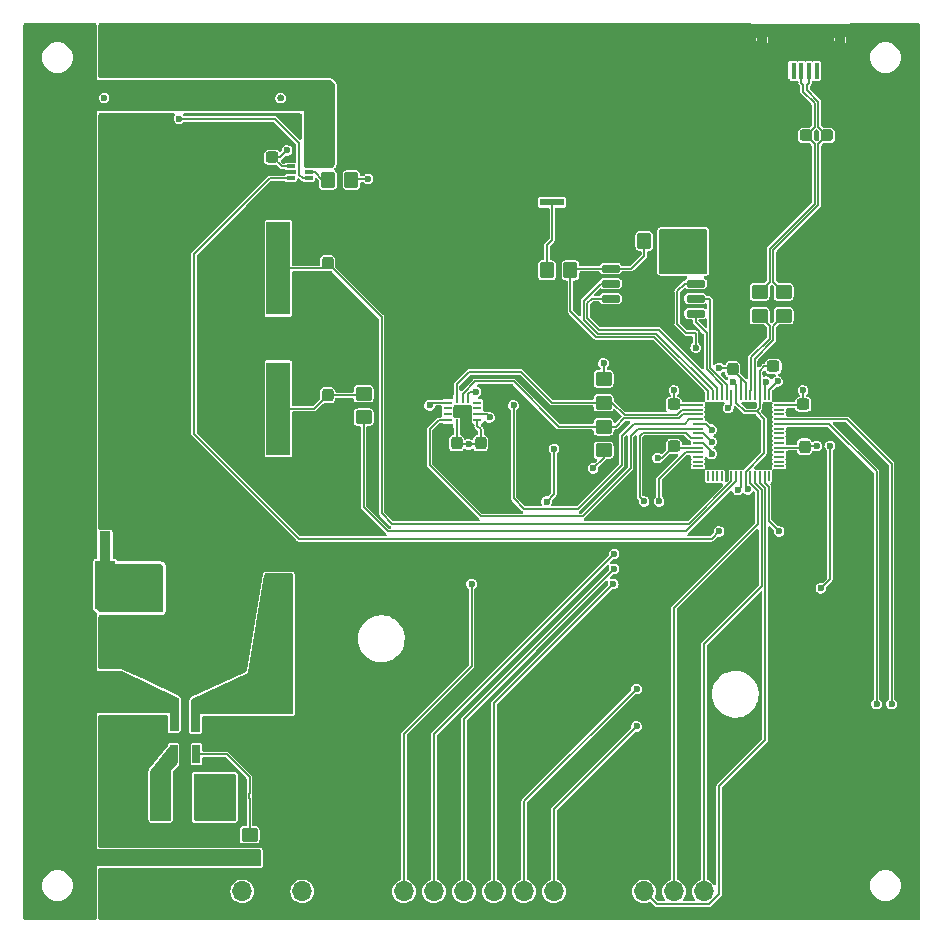
<source format=gtl>
G04 #@! TF.GenerationSoftware,KiCad,Pcbnew,(6.0.5)*
G04 #@! TF.CreationDate,2023-04-10T12:53:00-04:00*
G04 #@! TF.ProjectId,control_board,636f6e74-726f-46c5-9f62-6f6172642e6b,rev?*
G04 #@! TF.SameCoordinates,Original*
G04 #@! TF.FileFunction,Copper,L1,Top*
G04 #@! TF.FilePolarity,Positive*
%FSLAX46Y46*%
G04 Gerber Fmt 4.6, Leading zero omitted, Abs format (unit mm)*
G04 Created by KiCad (PCBNEW (6.0.5)) date 2023-04-10 12:53:00*
%MOMM*%
%LPD*%
G01*
G04 APERTURE LIST*
G04 Aperture macros list*
%AMRoundRect*
0 Rectangle with rounded corners*
0 $1 Rounding radius*
0 $2 $3 $4 $5 $6 $7 $8 $9 X,Y pos of 4 corners*
0 Add a 4 corners polygon primitive as box body*
4,1,4,$2,$3,$4,$5,$6,$7,$8,$9,$2,$3,0*
0 Add four circle primitives for the rounded corners*
1,1,$1+$1,$2,$3*
1,1,$1+$1,$4,$5*
1,1,$1+$1,$6,$7*
1,1,$1+$1,$8,$9*
0 Add four rect primitives between the rounded corners*
20,1,$1+$1,$2,$3,$4,$5,0*
20,1,$1+$1,$4,$5,$6,$7,0*
20,1,$1+$1,$6,$7,$8,$9,0*
20,1,$1+$1,$8,$9,$2,$3,0*%
%AMFreePoly0*
4,1,9,5.362500,-0.866500,1.237500,-0.866500,1.237500,-0.450000,-1.237500,-0.450000,-1.237500,0.450000,1.237500,0.450000,1.237500,0.866500,5.362500,0.866500,5.362500,-0.866500,5.362500,-0.866500,$1*%
G04 Aperture macros list end*
G04 #@! TA.AperFunction,ComponentPad*
%ADD10R,1.700000X1.700000*%
G04 #@! TD*
G04 #@! TA.AperFunction,ComponentPad*
%ADD11O,1.700000X1.700000*%
G04 #@! TD*
G04 #@! TA.AperFunction,SMDPad,CuDef*
%ADD12R,1.600000X1.400000*%
G04 #@! TD*
G04 #@! TA.AperFunction,SMDPad,CuDef*
%ADD13R,1.900000X1.900000*%
G04 #@! TD*
G04 #@! TA.AperFunction,ComponentPad*
%ADD14O,0.900000X1.800000*%
G04 #@! TD*
G04 #@! TA.AperFunction,SMDPad,CuDef*
%ADD15R,0.400000X1.350000*%
G04 #@! TD*
G04 #@! TA.AperFunction,SMDPad,CuDef*
%ADD16RoundRect,0.237500X-0.237500X0.300000X-0.237500X-0.300000X0.237500X-0.300000X0.237500X0.300000X0*%
G04 #@! TD*
G04 #@! TA.AperFunction,SMDPad,CuDef*
%ADD17RoundRect,0.237500X-0.300000X-0.237500X0.300000X-0.237500X0.300000X0.237500X-0.300000X0.237500X0*%
G04 #@! TD*
G04 #@! TA.AperFunction,SMDPad,CuDef*
%ADD18RoundRect,0.250000X-0.350000X-0.450000X0.350000X-0.450000X0.350000X0.450000X-0.350000X0.450000X0*%
G04 #@! TD*
G04 #@! TA.AperFunction,SMDPad,CuDef*
%ADD19R,0.650000X1.560000*%
G04 #@! TD*
G04 #@! TA.AperFunction,ComponentPad*
%ADD20C,2.000000*%
G04 #@! TD*
G04 #@! TA.AperFunction,ComponentPad*
%ADD21R,2.000000X2.000000*%
G04 #@! TD*
G04 #@! TA.AperFunction,SMDPad,CuDef*
%ADD22R,0.900000X2.300000*%
G04 #@! TD*
G04 #@! TA.AperFunction,SMDPad,CuDef*
%ADD23FreePoly0,270.000000*%
G04 #@! TD*
G04 #@! TA.AperFunction,SMDPad,CuDef*
%ADD24RoundRect,0.237500X0.237500X-0.300000X0.237500X0.300000X-0.237500X0.300000X-0.237500X-0.300000X0*%
G04 #@! TD*
G04 #@! TA.AperFunction,SMDPad,CuDef*
%ADD25RoundRect,0.150000X-0.650000X-0.150000X0.650000X-0.150000X0.650000X0.150000X-0.650000X0.150000X0*%
G04 #@! TD*
G04 #@! TA.AperFunction,SMDPad,CuDef*
%ADD26RoundRect,0.250000X0.350000X0.450000X-0.350000X0.450000X-0.350000X-0.450000X0.350000X-0.450000X0*%
G04 #@! TD*
G04 #@! TA.AperFunction,SMDPad,CuDef*
%ADD27RoundRect,0.250000X-0.450000X0.350000X-0.450000X-0.350000X0.450000X-0.350000X0.450000X0.350000X0*%
G04 #@! TD*
G04 #@! TA.AperFunction,SMDPad,CuDef*
%ADD28RoundRect,0.237500X0.287500X0.237500X-0.287500X0.237500X-0.287500X-0.237500X0.287500X-0.237500X0*%
G04 #@! TD*
G04 #@! TA.AperFunction,SMDPad,CuDef*
%ADD29R,0.675000X0.250000*%
G04 #@! TD*
G04 #@! TA.AperFunction,SMDPad,CuDef*
%ADD30R,0.250000X0.675000*%
G04 #@! TD*
G04 #@! TA.AperFunction,SMDPad,CuDef*
%ADD31R,2.000000X7.875000*%
G04 #@! TD*
G04 #@! TA.AperFunction,SMDPad,CuDef*
%ADD32RoundRect,0.237500X0.300000X0.237500X-0.300000X0.237500X-0.300000X-0.237500X0.300000X-0.237500X0*%
G04 #@! TD*
G04 #@! TA.AperFunction,SMDPad,CuDef*
%ADD33O,0.875000X0.200000*%
G04 #@! TD*
G04 #@! TA.AperFunction,SMDPad,CuDef*
%ADD34O,0.200000X0.875000*%
G04 #@! TD*
G04 #@! TA.AperFunction,SMDPad,CuDef*
%ADD35R,3.200000X3.200000*%
G04 #@! TD*
G04 #@! TA.AperFunction,SMDPad,CuDef*
%ADD36RoundRect,0.250000X0.450000X-0.350000X0.450000X0.350000X-0.450000X0.350000X-0.450000X-0.350000X0*%
G04 #@! TD*
G04 #@! TA.AperFunction,SMDPad,CuDef*
%ADD37RoundRect,0.237500X-0.287500X-0.237500X0.287500X-0.237500X0.287500X0.237500X-0.287500X0.237500X0*%
G04 #@! TD*
G04 #@! TA.AperFunction,SMDPad,CuDef*
%ADD38R,1.500000X4.000000*%
G04 #@! TD*
G04 #@! TA.AperFunction,SMDPad,CuDef*
%ADD39R,0.700000X0.340000*%
G04 #@! TD*
G04 #@! TA.AperFunction,SMDPad,CuDef*
%ADD40R,2.108200X0.558800*%
G04 #@! TD*
G04 #@! TA.AperFunction,ViaPad*
%ADD41C,0.600000*%
G04 #@! TD*
G04 #@! TA.AperFunction,Conductor*
%ADD42C,0.150000*%
G04 #@! TD*
G04 #@! TA.AperFunction,Conductor*
%ADD43C,0.200000*%
G04 #@! TD*
G04 #@! TA.AperFunction,Conductor*
%ADD44C,0.175000*%
G04 #@! TD*
G04 APERTURE END LIST*
D10*
X161925000Y-124460000D03*
D11*
X159385000Y-124460000D03*
X156845000Y-124460000D03*
X154305000Y-124460000D03*
D12*
X170818250Y-54774000D03*
D13*
X168818250Y-52324000D03*
D14*
X170918250Y-52324000D03*
D12*
X164418250Y-54774000D03*
D14*
X164318250Y-52324000D03*
D13*
X166418250Y-52324000D03*
D15*
X166318250Y-54999000D03*
X166968250Y-54999000D03*
X167618250Y-54999000D03*
X168268250Y-54999000D03*
X168918250Y-54999000D03*
D16*
X127508000Y-71273500D03*
X127508000Y-72998500D03*
D17*
X158963000Y-69627500D03*
X160688000Y-69627500D03*
X107087500Y-92562500D03*
X108812500Y-92562500D03*
X167785500Y-83213500D03*
X169510500Y-83213500D03*
D18*
X127531450Y-64206000D03*
X129531450Y-64206000D03*
D19*
X114493000Y-112856000D03*
X115443000Y-112856000D03*
X116393000Y-112856000D03*
X116393000Y-110156000D03*
X114493000Y-110156000D03*
D20*
X123420000Y-111760000D03*
D21*
X123420000Y-99060000D03*
D22*
X110200000Y-95162500D03*
D23*
X108700000Y-95250000D03*
D22*
X107200000Y-95162500D03*
D24*
X118999000Y-110490000D03*
X118999000Y-108765000D03*
D11*
X125365000Y-124460000D03*
D10*
X122825000Y-124460000D03*
D11*
X120285000Y-124460000D03*
D16*
X167894000Y-86795000D03*
X167894000Y-88520000D03*
D25*
X151475500Y-71722500D03*
X151475500Y-72992500D03*
X151475500Y-74262500D03*
X151475500Y-75532500D03*
X158675500Y-75532500D03*
X158675500Y-74262500D03*
X158675500Y-72992500D03*
X158675500Y-71722500D03*
D26*
X148075500Y-71877500D03*
X146075500Y-71877500D03*
D11*
X146685000Y-124460000D03*
X144145000Y-124460000D03*
X141605000Y-124460000D03*
X139065000Y-124460000D03*
X136525000Y-124460000D03*
X133985000Y-124460000D03*
D24*
X140462000Y-88238500D03*
X140462000Y-86513500D03*
D27*
X120904000Y-121650000D03*
X120904000Y-119650000D03*
D24*
X161798000Y-80264000D03*
X161798000Y-78539000D03*
D28*
X168007000Y-60452000D03*
X166257000Y-60452000D03*
D29*
X137675500Y-83070000D03*
X137675500Y-83570000D03*
X137675500Y-84070000D03*
X137675500Y-84570000D03*
D30*
X138438000Y-84832500D03*
X138938000Y-84832500D03*
X139438000Y-84832500D03*
D29*
X140200500Y-84570000D03*
X140200500Y-84070000D03*
X140200500Y-83570000D03*
X140200500Y-83070000D03*
D30*
X139438000Y-82807500D03*
X138938000Y-82807500D03*
X138438000Y-82807500D03*
D31*
X123347000Y-83587500D03*
X123347000Y-71712500D03*
D18*
X154325500Y-69377500D03*
X156325500Y-69377500D03*
D32*
X156826500Y-86767500D03*
X155101500Y-86767500D03*
D10*
X109479000Y-65532000D03*
D11*
X106939000Y-65532000D03*
D33*
X158868500Y-83279500D03*
X158868500Y-83679500D03*
X158868500Y-84079500D03*
X158868500Y-84479500D03*
X158868500Y-84879500D03*
X158868500Y-85279500D03*
X158868500Y-85679500D03*
X158868500Y-86079500D03*
X158868500Y-86479500D03*
X158868500Y-86879500D03*
X158868500Y-87279500D03*
X158868500Y-87679500D03*
X158868500Y-88079500D03*
X158868500Y-88479500D03*
D34*
X159706000Y-89317000D03*
X160106000Y-89317000D03*
X160506000Y-89317000D03*
X160906000Y-89317000D03*
X161306000Y-89317000D03*
X161706000Y-89317000D03*
X162106000Y-89317000D03*
X162506000Y-89317000D03*
X162906000Y-89317000D03*
X163306000Y-89317000D03*
X163706000Y-89317000D03*
X164106000Y-89317000D03*
X164506000Y-89317000D03*
X164906000Y-89317000D03*
D33*
X165743500Y-88479500D03*
X165743500Y-88079500D03*
X165743500Y-87679500D03*
X165743500Y-87279500D03*
X165743500Y-86879500D03*
X165743500Y-86479500D03*
X165743500Y-86079500D03*
X165743500Y-85679500D03*
X165743500Y-85279500D03*
X165743500Y-84879500D03*
X165743500Y-84479500D03*
X165743500Y-84079500D03*
X165743500Y-83679500D03*
X165743500Y-83279500D03*
D34*
X164906000Y-82442000D03*
X164506000Y-82442000D03*
X164106000Y-82442000D03*
X163706000Y-82442000D03*
X163306000Y-82442000D03*
X162906000Y-82442000D03*
X162506000Y-82442000D03*
X162106000Y-82442000D03*
X161706000Y-82442000D03*
X161306000Y-82442000D03*
X160906000Y-82442000D03*
X160506000Y-82442000D03*
X160106000Y-82442000D03*
X159706000Y-82442000D03*
D35*
X162306000Y-85879500D03*
D36*
X150876000Y-83069500D03*
X150876000Y-81069500D03*
D27*
X130556000Y-82312000D03*
X130556000Y-84312000D03*
D37*
X169813000Y-60452000D03*
X171563000Y-60452000D03*
D24*
X112200000Y-97675000D03*
X112200000Y-95950000D03*
D17*
X121115750Y-62301000D03*
X122840750Y-62301000D03*
D36*
X164084000Y-75703500D03*
X164084000Y-73703500D03*
D16*
X127508000Y-82449500D03*
X127508000Y-84174500D03*
D27*
X150876000Y-85117500D03*
X150876000Y-87117500D03*
D16*
X138430000Y-86513500D03*
X138430000Y-88238500D03*
D17*
X127465750Y-62301000D03*
X129190750Y-62301000D03*
D32*
X156818500Y-83211500D03*
X155093500Y-83211500D03*
D24*
X112141000Y-110336500D03*
X112141000Y-108611500D03*
D38*
X116963600Y-116484400D03*
X113363600Y-116484400D03*
D36*
X166116000Y-75703500D03*
X166116000Y-73703500D03*
D39*
X124403250Y-63071000D03*
X124403250Y-63571000D03*
X124403250Y-64071000D03*
X125903250Y-64071000D03*
X125903250Y-63571000D03*
X125903250Y-63071000D03*
D17*
X165253500Y-80010000D03*
X166978500Y-80010000D03*
D40*
X153126200Y-66127500D03*
X146524800Y-66127500D03*
D41*
X161798000Y-81307500D03*
X163068000Y-90424000D03*
X163500000Y-84700000D03*
X150622000Y-117348000D03*
X128524000Y-73699980D03*
X138938000Y-83820000D03*
X108585000Y-102362000D03*
X130429000Y-62357000D03*
X162300000Y-84700000D03*
X168656000Y-72390000D03*
X155067000Y-82042000D03*
X150749000Y-102235000D03*
X162300000Y-85700000D03*
X161100000Y-85700000D03*
X165100000Y-58549011D03*
X170815000Y-58549011D03*
X162941000Y-77724000D03*
X135509000Y-117348000D03*
X149352000Y-87376000D03*
X170815000Y-83312000D03*
X153670000Y-72390000D03*
X154448500Y-87757000D03*
X120777000Y-102362000D03*
X120396000Y-72263000D03*
X123536278Y-57272468D03*
X108585000Y-72390000D03*
X165862000Y-102362000D03*
X168656000Y-89916000D03*
X165735000Y-117348000D03*
X127508000Y-85344000D03*
X112141000Y-94742000D03*
X139446000Y-87630000D03*
X108587623Y-57272468D03*
X165608000Y-56350498D03*
X166751000Y-86233000D03*
X108585000Y-87249000D03*
X108585000Y-117348000D03*
X161100000Y-86800000D03*
X161100000Y-84700000D03*
X138564442Y-72294394D03*
X135763000Y-102235000D03*
X168148000Y-80010000D03*
X138580452Y-57272468D03*
X160655000Y-78486000D03*
X112141000Y-111633000D03*
X165100000Y-113792000D03*
X151003000Y-76327000D03*
X163500000Y-85700000D03*
X123063000Y-63500000D03*
X162300000Y-86800000D03*
X153670000Y-57277000D03*
X120904000Y-87249000D03*
X119761000Y-62230000D03*
X121412000Y-116332000D03*
X110236000Y-91948000D03*
X155448000Y-87757000D03*
X157734000Y-69596000D03*
X149987000Y-88646000D03*
X111760000Y-100330000D03*
X164630500Y-81307500D03*
X165608000Y-81280000D03*
X139446000Y-86614000D03*
X130937000Y-64135000D03*
X168910000Y-86741000D03*
X113030000Y-100330000D03*
X113030000Y-99060000D03*
X156845000Y-82042000D03*
X111760000Y-99060000D03*
X124079000Y-61722000D03*
X160655000Y-80137000D03*
X167767000Y-82042000D03*
X150876000Y-79756000D03*
X140081000Y-82169000D03*
X162219678Y-90464678D03*
X105664000Y-73914000D03*
X105664000Y-58928000D03*
X109093000Y-106807000D03*
X105029000Y-118999000D03*
X107569000Y-106807000D03*
X105664000Y-89027000D03*
X109093000Y-108585000D03*
X107569000Y-108585000D03*
X105664000Y-103886000D03*
X114935000Y-59055000D03*
X175260000Y-108585000D03*
X153670000Y-110490000D03*
X173990000Y-108585000D03*
X153670000Y-107315000D03*
X155575000Y-91440000D03*
X151688780Y-98425000D03*
X151765000Y-97155000D03*
X160020000Y-87403500D03*
X151765000Y-95885000D03*
X154305000Y-91440000D03*
X146685000Y-86995000D03*
X139700000Y-98425000D03*
X146050000Y-91449500D03*
X160020000Y-86387500D03*
X143256000Y-83312000D03*
X136144000Y-83312000D03*
X141224000Y-84328000D03*
X160020000Y-85371500D03*
X160655000Y-93980000D03*
X165735000Y-93980000D03*
X158676378Y-78412378D03*
X161425500Y-83533500D03*
X170053000Y-86741000D03*
X169280878Y-98795878D03*
X119380000Y-115000000D03*
X117475000Y-108712000D03*
X118250000Y-117650980D03*
X116459000Y-108712000D03*
X119380000Y-117650980D03*
X118250000Y-115000000D03*
D42*
X118952000Y-112856000D02*
X116393000Y-112856000D01*
X120887489Y-116114739D02*
X120904000Y-116098228D01*
X120904000Y-116098228D02*
X120904000Y-114808000D01*
X120887489Y-116549261D02*
X120887489Y-116114739D01*
X120904000Y-114808000D02*
X118952000Y-112856000D01*
X120904000Y-119650000D02*
X120904000Y-116565772D01*
X120904000Y-116565772D02*
X120887489Y-116549261D01*
X162906000Y-88920560D02*
X164465000Y-87361560D01*
X162906000Y-90262000D02*
X162906000Y-89317000D01*
X163830000Y-83820000D02*
X164106000Y-83544000D01*
X164465000Y-87361560D02*
X164465000Y-84455000D01*
X164106000Y-83544000D02*
X164106000Y-82442000D01*
X162841480Y-83820000D02*
X163830000Y-83820000D01*
X162106000Y-82442000D02*
X162106000Y-81615500D01*
X162106000Y-81615500D02*
X161798000Y-81307500D01*
X164106000Y-82442000D02*
X164106000Y-80369000D01*
X164465000Y-80010000D02*
X165253500Y-80010000D01*
X162106000Y-83084520D02*
X162841480Y-83820000D01*
X164106000Y-80369000D02*
X164465000Y-80010000D01*
X162106000Y-82442000D02*
X162106000Y-83084520D01*
X162906000Y-89317000D02*
X162906000Y-88920560D01*
X163068000Y-90424000D02*
X162906000Y-90262000D01*
X164465000Y-84455000D02*
X163830000Y-83820000D01*
X129602450Y-64135000D02*
X129531450Y-64206000D01*
X164506000Y-82442000D02*
X164506000Y-81432000D01*
X167809500Y-86879500D02*
X167894000Y-86795000D01*
X161798000Y-80264000D02*
X162506000Y-80972000D01*
X155448000Y-87757000D02*
X155837000Y-87757000D01*
X139438000Y-82807500D02*
X139438000Y-82304000D01*
X158868500Y-83279500D02*
X156886500Y-83279500D01*
X168910000Y-86741000D02*
X167948000Y-86741000D01*
X164906000Y-81982000D02*
X164906000Y-82442000D01*
X165743500Y-86879500D02*
X167809500Y-86879500D01*
X156818500Y-83211500D02*
X156818500Y-82068500D01*
X155837000Y-87757000D02*
X156826500Y-86767500D01*
X122840750Y-62301000D02*
X123500000Y-62301000D01*
X167948000Y-86741000D02*
X167894000Y-86795000D01*
X162906000Y-82442000D02*
X162906000Y-81372000D01*
D43*
X140200500Y-85082500D02*
X140462000Y-85344000D01*
D42*
X139438000Y-82304000D02*
X139573000Y-82169000D01*
D43*
X140462000Y-86513500D02*
X140462000Y-85344000D01*
D42*
X156818500Y-82068500D02*
X156845000Y-82042000D01*
X139573000Y-82169000D02*
X140081000Y-82169000D01*
X167767000Y-82042000D02*
X167767000Y-83195000D01*
X158868500Y-86879500D02*
X156938500Y-86879500D01*
X167719500Y-83279500D02*
X167785500Y-83213500D01*
X150876000Y-87117500D02*
X150876000Y-87757000D01*
X165743500Y-83279500D02*
X167719500Y-83279500D01*
X150876000Y-87757000D02*
X149987000Y-88646000D01*
X162906000Y-81372000D02*
X162506000Y-80972000D01*
X160655000Y-80137000D02*
X161671000Y-80137000D01*
X123500000Y-62301000D02*
X124079000Y-61722000D01*
D43*
X138430000Y-86513500D02*
X138430000Y-84840500D01*
D42*
X123610750Y-63071000D02*
X122840750Y-62301000D01*
X162506000Y-90178356D02*
X162506000Y-89317000D01*
D43*
X139446000Y-86614000D02*
X140361500Y-86614000D01*
D42*
X124403250Y-63071000D02*
X123610750Y-63071000D01*
D43*
X140200500Y-84570000D02*
X140200500Y-85082500D01*
X140361500Y-86614000D02*
X140462000Y-86513500D01*
D42*
X162506000Y-80972000D02*
X162506000Y-82442000D01*
X162219678Y-90464678D02*
X162506000Y-90178356D01*
X161671000Y-80137000D02*
X161798000Y-80264000D01*
X164506000Y-81432000D02*
X164630500Y-81307500D01*
X167767000Y-83195000D02*
X167785500Y-83213500D01*
D43*
X138430000Y-84840500D02*
X138438000Y-84832500D01*
D42*
X165608000Y-81280000D02*
X164906000Y-81982000D01*
X156886500Y-83279500D02*
X156818500Y-83211500D01*
D43*
X139446000Y-86614000D02*
X138530500Y-86614000D01*
X138530500Y-86614000D02*
X138430000Y-86513500D01*
D42*
X156938500Y-86879500D02*
X156826500Y-86767500D01*
X150876000Y-81069500D02*
X150876000Y-79756000D01*
X130937000Y-64135000D02*
X129602450Y-64135000D01*
X132969000Y-93345000D02*
X158089600Y-93345000D01*
X123347000Y-71712500D02*
X127069000Y-71712500D01*
X132080000Y-92456000D02*
X132969000Y-93345000D01*
X127508000Y-71273500D02*
X132080000Y-75845500D01*
X161706000Y-89728600D02*
X161706000Y-89317000D01*
X158089600Y-93345000D02*
X161706000Y-89728600D01*
X132080000Y-75845500D02*
X132080000Y-92456000D01*
X127069000Y-71712500D02*
X127508000Y-71273500D01*
X125903250Y-63071000D02*
X126695750Y-63071000D01*
X126695750Y-63071000D02*
X127465750Y-62301000D01*
X125095000Y-61087000D02*
X125095000Y-63762750D01*
X114935000Y-59055000D02*
X123063000Y-59055000D01*
X125095000Y-63762750D02*
X125403250Y-64071000D01*
X125403250Y-64071000D02*
X125903250Y-64071000D01*
X123063000Y-59055000D02*
X125095000Y-61087000D01*
X146685000Y-124460000D02*
X146685000Y-117475000D01*
X175260000Y-88265000D02*
X171474500Y-84479500D01*
X175260000Y-108585000D02*
X175260000Y-88265000D01*
X171474500Y-84479500D02*
X165759500Y-84479500D01*
X146685000Y-117475000D02*
X153670000Y-110490000D01*
X144145000Y-124460000D02*
X144145000Y-116840000D01*
X173990000Y-88900000D02*
X169969500Y-84879500D01*
X144145000Y-116840000D02*
X153670000Y-107315000D01*
X173990000Y-108585000D02*
X173990000Y-88900000D01*
X169969500Y-84879500D02*
X165743500Y-84879500D01*
X157480000Y-87630000D02*
X155575000Y-89535000D01*
X155575000Y-89535000D02*
X155575000Y-91440000D01*
X141605000Y-108495000D02*
X141605000Y-124460000D01*
X157830500Y-87279500D02*
X157480000Y-87630000D01*
X158868500Y-87279500D02*
X157830500Y-87279500D01*
X151675000Y-98425000D02*
X141605000Y-108495000D01*
X151688780Y-98425000D02*
X151675000Y-98425000D01*
X139065000Y-109855000D02*
X139065000Y-124460000D01*
X160020000Y-87234560D02*
X159264940Y-86479500D01*
X159264940Y-86479500D02*
X158868500Y-86479500D01*
X151765000Y-97155000D02*
X139065000Y-109855000D01*
X160020000Y-87403500D02*
X160020000Y-87234560D01*
X136525000Y-111125000D02*
X151765000Y-95885000D01*
X153924000Y-85879500D02*
X153924000Y-87149500D01*
X154305000Y-91440000D02*
X153924000Y-91059000D01*
X157827000Y-85625500D02*
X154178000Y-85625500D01*
X153924000Y-91059000D02*
X153924000Y-87149500D01*
X158868500Y-86079500D02*
X158281000Y-86079500D01*
X158281000Y-86079500D02*
X157827000Y-85625500D01*
X136525000Y-124460000D02*
X136525000Y-111125000D01*
X154178000Y-85625500D02*
X153924000Y-85879500D01*
X139700000Y-98425000D02*
X139700000Y-105410000D01*
X160020000Y-86387500D02*
X159312000Y-85679500D01*
X146685000Y-86995000D02*
X146685000Y-90814500D01*
X133985000Y-111125000D02*
X133985000Y-124460000D01*
X159312000Y-85679500D02*
X158868500Y-85679500D01*
X146685000Y-90814500D02*
X146050000Y-91449500D01*
X139700000Y-105410000D02*
X133985000Y-111125000D01*
X163706000Y-89896642D02*
X164256520Y-90447163D01*
X164256520Y-90447163D02*
X164256520Y-98633480D01*
X164256520Y-98633480D02*
X159385000Y-103505000D01*
X163706000Y-89317000D02*
X163706000Y-89896642D01*
X159385000Y-103505000D02*
X159385000Y-124460000D01*
X163957000Y-90571228D02*
X163306000Y-89920228D01*
X156845000Y-124460000D02*
X156845000Y-100457000D01*
X163306000Y-89920228D02*
X163306000Y-89317000D01*
X163957000Y-93345000D02*
X163957000Y-90571228D01*
X156845000Y-100457000D02*
X163957000Y-93345000D01*
X160655000Y-115570000D02*
X164556040Y-111668960D01*
X164106000Y-89873057D02*
X164106000Y-89317000D01*
X164556040Y-111668960D02*
X164556040Y-90323098D01*
X160655000Y-124709589D02*
X160655000Y-115570000D01*
X155379511Y-125534511D02*
X159830078Y-125534511D01*
X159830078Y-125534511D02*
X160655000Y-124709589D01*
X164556040Y-90323098D02*
X164106000Y-89873057D01*
X154305000Y-124460000D02*
X155379511Y-125534511D01*
D44*
X168268250Y-56011501D02*
X168105750Y-56174001D01*
X168105750Y-56174001D02*
X168105750Y-56623940D01*
X165262500Y-70171310D02*
X169072500Y-66361310D01*
X169072500Y-59711500D02*
X169813000Y-60452000D01*
X168268250Y-54999000D02*
X168268250Y-56011501D01*
X169072500Y-57590690D02*
X169072500Y-59711500D01*
X166116000Y-73703500D02*
X165262500Y-72850000D01*
X169072500Y-66361310D02*
X169072500Y-61192500D01*
X169072500Y-61192500D02*
X169813000Y-60452000D01*
X165262500Y-72850000D02*
X165262500Y-70171310D01*
X168105750Y-56623940D02*
X169072500Y-57590690D01*
X167618250Y-54999000D02*
X167618250Y-56011501D01*
X168747500Y-66226690D02*
X168747500Y-61192500D01*
X168747500Y-57725310D02*
X168747500Y-59711500D01*
X167780750Y-56758560D02*
X168747500Y-57725310D01*
X168747500Y-61192500D02*
X168007000Y-60452000D01*
X167780750Y-56174001D02*
X167780750Y-56758560D01*
X164937500Y-70036690D02*
X168747500Y-66226690D01*
X167618250Y-56011501D02*
X167780750Y-56174001D01*
X164084000Y-73703500D02*
X164937500Y-72850000D01*
X164937500Y-72850000D02*
X164937500Y-70036690D01*
X168747500Y-59711500D02*
X168007000Y-60452000D01*
X163306000Y-82004500D02*
X163343500Y-81967000D01*
X163343500Y-81967000D02*
X163343500Y-79250690D01*
X164937500Y-77656690D02*
X164937500Y-76557000D01*
X163306000Y-82442000D02*
X163306000Y-82004500D01*
X163343500Y-79250690D02*
X164937500Y-77656690D01*
X164937500Y-76557000D02*
X164084000Y-75703500D01*
X163668500Y-79385310D02*
X165262500Y-77791310D01*
X163668500Y-81967000D02*
X163668500Y-79385310D01*
X163706000Y-82442000D02*
X163706000Y-82004500D01*
X163706000Y-82004500D02*
X163668500Y-81967000D01*
X165262500Y-77791310D02*
X165262500Y-76557000D01*
X165262500Y-76557000D02*
X166116000Y-75703500D01*
D42*
X157878185Y-93980000D02*
X132588000Y-93980000D01*
X130556000Y-91948000D02*
X130556000Y-84312000D01*
X162106000Y-89317000D02*
X162106000Y-89752185D01*
X132588000Y-93980000D02*
X130556000Y-91948000D01*
X162106000Y-89752185D02*
X157878185Y-93980000D01*
X157541394Y-83679500D02*
X157119394Y-84101500D01*
X146485086Y-83069500D02*
X150876000Y-83069500D01*
X157119394Y-84101500D02*
X152654000Y-84101500D01*
X151622000Y-83069500D02*
X150876000Y-83069500D01*
X138438000Y-81526000D02*
X139491520Y-80472480D01*
X158868500Y-83679500D02*
X157541394Y-83679500D01*
X139491520Y-80472480D02*
X143888065Y-80472480D01*
X138438000Y-82807500D02*
X138438000Y-81526000D01*
X152654000Y-84101500D02*
X151622000Y-83069500D01*
X143888065Y-80472480D02*
X146485086Y-83069500D01*
X158868500Y-84079500D02*
X157564980Y-84079500D01*
X139978000Y-81280000D02*
X143256000Y-81280000D01*
X138938000Y-82320000D02*
X139978000Y-81280000D01*
X138938000Y-82807500D02*
X138938000Y-82320000D01*
X157243459Y-84401020D02*
X152608480Y-84401020D01*
X151892000Y-85117500D02*
X150876000Y-85117500D01*
X147093500Y-85117500D02*
X150876000Y-85117500D01*
X152608480Y-84401020D02*
X151892000Y-85117500D01*
X143256000Y-81280000D02*
X147093500Y-85117500D01*
X157564980Y-84079500D02*
X157243459Y-84401020D01*
X127058250Y-64206000D02*
X126423250Y-63571000D01*
X126423250Y-63571000D02*
X125903250Y-63571000D01*
X127531450Y-64206000D02*
X127058250Y-64206000D01*
X154325500Y-70631500D02*
X154325500Y-69377500D01*
X151475500Y-71722500D02*
X148230500Y-71722500D01*
X148230500Y-71722500D02*
X148075500Y-71877500D01*
X155165394Y-77528540D02*
X150255369Y-77528540D01*
X159706000Y-82442000D02*
X159706000Y-82069146D01*
X159706000Y-82069146D02*
X155165394Y-77528540D01*
X151475500Y-71722500D02*
X153234500Y-71722500D01*
X153234500Y-71722500D02*
X154325500Y-70631500D01*
X150255369Y-77528540D02*
X148075500Y-75348671D01*
X148075500Y-75348671D02*
X148075500Y-71877500D01*
X146075500Y-69737500D02*
X146075500Y-71877500D01*
X146524800Y-66127500D02*
X146524800Y-69288200D01*
X146524800Y-69288200D02*
X146075500Y-69737500D01*
X158118000Y-84479500D02*
X157734000Y-84863500D01*
X158868500Y-84479500D02*
X158118000Y-84479500D01*
X152400000Y-85879500D02*
X152400000Y-87149500D01*
X137675500Y-83070000D02*
X136386000Y-83070000D01*
X152400000Y-87149500D02*
X152400000Y-88392000D01*
X152400000Y-88392000D02*
X148717000Y-92075000D01*
X136386000Y-83070000D02*
X136144000Y-83312000D01*
X143256000Y-91186000D02*
X143256000Y-83312000D01*
X153416000Y-84863500D02*
X152400000Y-85879500D01*
X144145000Y-92075000D02*
X143256000Y-91186000D01*
X157734000Y-84863500D02*
X153416000Y-84863500D01*
X148717000Y-92075000D02*
X144145000Y-92075000D01*
X160020000Y-85371500D02*
X159528000Y-84879500D01*
X159528000Y-84879500D02*
X158868500Y-84879500D01*
X140200500Y-84070000D02*
X140966000Y-84070000D01*
X140966000Y-84070000D02*
X141224000Y-84328000D01*
X136144000Y-85344000D02*
X136918000Y-84570000D01*
X136918000Y-84570000D02*
X137675500Y-84570000D01*
X158868500Y-85279500D02*
X153762000Y-85279500D01*
X153162000Y-87149500D02*
X153162000Y-88646000D01*
X149098000Y-92710000D02*
X140462000Y-92710000D01*
X153762000Y-85279500D02*
X153162000Y-85879500D01*
X153162000Y-85879500D02*
X153162000Y-87149500D01*
X140462000Y-92710000D02*
X136144000Y-88392000D01*
X153162000Y-88646000D02*
X149098000Y-92710000D01*
X136144000Y-88392000D02*
X136144000Y-85344000D01*
X164855560Y-90199033D02*
X164506000Y-89849471D01*
X116205000Y-85725000D02*
X125095000Y-94615000D01*
X164506000Y-89849471D02*
X164506000Y-89317000D01*
X125095000Y-94615000D02*
X160020000Y-94615000D01*
X160020000Y-94615000D02*
X160655000Y-93980000D01*
X122619000Y-64071000D02*
X116205000Y-70485000D01*
X124403250Y-64071000D02*
X122619000Y-64071000D01*
X165735000Y-93980000D02*
X164855560Y-93100560D01*
X116205000Y-70485000D02*
X116205000Y-85725000D01*
X164855560Y-93100560D02*
X164855560Y-90199033D01*
X158676378Y-78412378D02*
X158676378Y-77228378D01*
X157869500Y-77183500D02*
X157107500Y-76421500D01*
X161706000Y-82442000D02*
X161706000Y-83253000D01*
X157107500Y-76421500D02*
X157107500Y-73627500D01*
X158676378Y-77228378D02*
X158631500Y-77183500D01*
X157742500Y-72992500D02*
X158675500Y-72992500D01*
X161706000Y-83253000D02*
X161425500Y-83533500D01*
X158631500Y-77183500D02*
X157869500Y-77183500D01*
X157107500Y-73627500D02*
X157742500Y-72992500D01*
X161306000Y-82442000D02*
X161306000Y-81557272D01*
X159774500Y-74262500D02*
X158675500Y-74262500D01*
X159893000Y-80144272D02*
X159893000Y-74381000D01*
X159893000Y-74381000D02*
X159774500Y-74262500D01*
X161306000Y-81557272D02*
X159893000Y-80144272D01*
X158675500Y-76252500D02*
X158675500Y-75532500D01*
X159593480Y-77170480D02*
X158675500Y-76252500D01*
X159593480Y-80268337D02*
X159593480Y-77170480D01*
X160906000Y-81580858D02*
X159593480Y-80268337D01*
X160906000Y-82442000D02*
X160906000Y-81580858D01*
X160506000Y-82442000D02*
X160506000Y-81853250D01*
X149487500Y-75913500D02*
X149487500Y-74643500D01*
X149487500Y-74643500D02*
X149868500Y-74262500D01*
X160506000Y-81853250D02*
X155582250Y-76929500D01*
X149868500Y-74262500D02*
X151475500Y-74262500D01*
X150503500Y-76929500D02*
X149487500Y-75913500D01*
X155582250Y-76929500D02*
X150503500Y-76929500D01*
X155289460Y-77229020D02*
X150379435Y-77229020D01*
X150379435Y-77229020D02*
X149187980Y-76037565D01*
X149187980Y-74435020D02*
X150630500Y-72992500D01*
X160106000Y-82045560D02*
X155289460Y-77229020D01*
X150630500Y-72992500D02*
X151475500Y-72992500D01*
X160106000Y-82442000D02*
X160106000Y-82045560D01*
X149187980Y-76037565D02*
X149187980Y-74435020D01*
X130418500Y-82449500D02*
X127508000Y-82449500D01*
X127508000Y-82449500D02*
X126370000Y-83587500D01*
X130556000Y-82312000D02*
X130418500Y-82449500D01*
X126370000Y-83587500D02*
X123347000Y-83587500D01*
X170053000Y-98023756D02*
X169280878Y-98795878D01*
X170053000Y-86741000D02*
X170053000Y-98023756D01*
G04 #@! TA.AperFunction,Conductor*
G36*
X171704000Y-55707010D02*
G01*
X169672000Y-55707010D01*
X169672000Y-53421010D01*
X166624000Y-53421010D01*
X166624000Y-54119110D01*
X166604234Y-54132318D01*
X166587649Y-54143399D01*
X166532284Y-54226260D01*
X166517750Y-54299326D01*
X166517750Y-55698674D01*
X166519408Y-55707010D01*
X163322000Y-55707010D01*
X163322000Y-52392624D01*
X163817281Y-52392624D01*
X163856678Y-52530471D01*
X163933180Y-52651720D01*
X164040638Y-52746623D01*
X164170413Y-52807553D01*
X164279259Y-52824500D01*
X164354190Y-52824500D01*
X164395589Y-52818571D01*
X164451282Y-52810596D01*
X164451285Y-52810595D01*
X164460168Y-52809323D01*
X164590678Y-52749984D01*
X164612016Y-52731598D01*
X164692487Y-52662260D01*
X164692490Y-52662257D01*
X164699287Y-52656400D01*
X164777265Y-52536095D01*
X164818343Y-52398739D01*
X164818380Y-52392624D01*
X170417281Y-52392624D01*
X170456678Y-52530471D01*
X170533180Y-52651720D01*
X170640638Y-52746623D01*
X170770413Y-52807553D01*
X170879259Y-52824500D01*
X170954190Y-52824500D01*
X170995589Y-52818571D01*
X171051282Y-52810596D01*
X171051285Y-52810595D01*
X171060168Y-52809323D01*
X171190678Y-52749984D01*
X171212016Y-52731598D01*
X171292487Y-52662260D01*
X171292490Y-52662257D01*
X171299287Y-52656400D01*
X171377265Y-52536095D01*
X171418343Y-52398739D01*
X171419219Y-52255376D01*
X171379822Y-52117529D01*
X171303320Y-51996280D01*
X171195862Y-51901377D01*
X171066087Y-51840447D01*
X170957241Y-51823500D01*
X170882310Y-51823500D01*
X170840911Y-51829429D01*
X170785218Y-51837404D01*
X170785215Y-51837405D01*
X170776332Y-51838677D01*
X170645822Y-51898016D01*
X170639018Y-51903878D01*
X170639019Y-51903878D01*
X170544013Y-51985740D01*
X170544010Y-51985743D01*
X170537213Y-51991600D01*
X170459235Y-52111905D01*
X170418157Y-52249261D01*
X170417281Y-52392624D01*
X164818380Y-52392624D01*
X164819219Y-52255376D01*
X164779822Y-52117529D01*
X164703320Y-51996280D01*
X164595862Y-51901377D01*
X164466087Y-51840447D01*
X164357241Y-51823500D01*
X164282310Y-51823500D01*
X164240911Y-51829429D01*
X164185218Y-51837404D01*
X164185215Y-51837405D01*
X164176332Y-51838677D01*
X164045822Y-51898016D01*
X164039018Y-51903878D01*
X164039019Y-51903878D01*
X163944013Y-51985740D01*
X163944010Y-51985743D01*
X163937213Y-51991600D01*
X163859235Y-52111905D01*
X163818157Y-52249261D01*
X163817281Y-52392624D01*
X163322000Y-52392624D01*
X163322000Y-51050500D01*
X171704000Y-51050500D01*
X171704000Y-55707010D01*
G37*
G04 #@! TD.AperFunction*
G04 #@! TA.AperFunction,Conductor*
G36*
X113480121Y-96794002D02*
G01*
X113526614Y-96847658D01*
X113538000Y-96900000D01*
X113538000Y-100712000D01*
X113517998Y-100780121D01*
X113464342Y-100826614D01*
X113412000Y-100838000D01*
X108293923Y-100838000D01*
X108225802Y-100817998D01*
X108178848Y-100763321D01*
X108154270Y-100708210D01*
X108154269Y-100708208D01*
X108151750Y-100702560D01*
X108110738Y-100644607D01*
X108081220Y-100609923D01*
X107997837Y-100555282D01*
X107998505Y-100554262D01*
X107952064Y-100509455D01*
X107935552Y-100447098D01*
X107935552Y-96900000D01*
X107955554Y-96831879D01*
X108009210Y-96785386D01*
X108061552Y-96774000D01*
X113412000Y-96774000D01*
X113480121Y-96794002D01*
G37*
G04 #@! TD.AperFunction*
G04 #@! TA.AperFunction,Conductor*
G36*
X127651188Y-55754078D02*
G01*
X127755963Y-55767872D01*
X127787735Y-55776385D01*
X127877674Y-55813639D01*
X127906160Y-55830086D01*
X127983393Y-55889349D01*
X128006651Y-55912607D01*
X128065914Y-55989840D01*
X128082361Y-56018326D01*
X128119615Y-56108265D01*
X128128128Y-56140037D01*
X128141922Y-56244812D01*
X128143000Y-56261258D01*
X128143000Y-62737742D01*
X128141922Y-62754188D01*
X128128128Y-62858963D01*
X128119615Y-62890735D01*
X128082361Y-62980674D01*
X128065914Y-63009160D01*
X128006651Y-63086393D01*
X127983393Y-63109651D01*
X127906160Y-63168914D01*
X127877674Y-63185361D01*
X127787735Y-63222615D01*
X127755963Y-63231128D01*
X127651188Y-63244922D01*
X127634742Y-63246000D01*
X125984258Y-63246000D01*
X125967812Y-63244922D01*
X125863037Y-63231128D01*
X125831265Y-63222615D01*
X125741326Y-63185361D01*
X125712840Y-63168914D01*
X125635607Y-63109651D01*
X125612349Y-63086393D01*
X125553086Y-63009160D01*
X125536639Y-62980674D01*
X125499385Y-62890735D01*
X125490872Y-62858963D01*
X125477078Y-62754188D01*
X125476000Y-62737742D01*
X125476000Y-58420000D01*
X107950000Y-58420000D01*
X107950000Y-57266908D01*
X108132524Y-57266908D01*
X108133688Y-57275810D01*
X108133688Y-57275813D01*
X108148091Y-57385957D01*
X108148092Y-57385961D01*
X108149256Y-57394862D01*
X108201228Y-57512978D01*
X108284262Y-57611759D01*
X108391683Y-57683264D01*
X108514856Y-57721746D01*
X108523826Y-57721910D01*
X108523830Y-57721911D01*
X108582565Y-57722987D01*
X108643878Y-57724111D01*
X108706128Y-57707139D01*
X108759715Y-57692530D01*
X108759716Y-57692530D01*
X108768378Y-57690168D01*
X108776028Y-57685471D01*
X108776030Y-57685470D01*
X108870695Y-57627346D01*
X108870698Y-57627343D01*
X108878347Y-57622647D01*
X108884373Y-57615990D01*
X108958923Y-57533629D01*
X108958926Y-57533625D01*
X108964945Y-57526975D01*
X109021211Y-57410843D01*
X109042620Y-57283588D01*
X109042756Y-57272468D01*
X109041960Y-57266908D01*
X123081179Y-57266908D01*
X123082343Y-57275810D01*
X123082343Y-57275813D01*
X123096746Y-57385957D01*
X123096747Y-57385961D01*
X123097911Y-57394862D01*
X123149883Y-57512978D01*
X123232917Y-57611759D01*
X123340338Y-57683264D01*
X123463511Y-57721746D01*
X123472481Y-57721910D01*
X123472485Y-57721911D01*
X123531220Y-57722987D01*
X123592533Y-57724111D01*
X123654783Y-57707139D01*
X123708370Y-57692530D01*
X123708371Y-57692530D01*
X123717033Y-57690168D01*
X123724683Y-57685471D01*
X123724685Y-57685470D01*
X123819350Y-57627346D01*
X123819353Y-57627343D01*
X123827002Y-57622647D01*
X123833028Y-57615990D01*
X123907578Y-57533629D01*
X123907581Y-57533625D01*
X123913600Y-57526975D01*
X123969866Y-57410843D01*
X123991275Y-57283588D01*
X123991411Y-57272468D01*
X123973117Y-57144727D01*
X123919706Y-57027256D01*
X123835471Y-56929496D01*
X123727184Y-56859309D01*
X123718589Y-56856739D01*
X123718588Y-56856738D01*
X123612152Y-56824906D01*
X123612150Y-56824906D01*
X123603551Y-56822334D01*
X123594576Y-56822279D01*
X123594575Y-56822279D01*
X123539919Y-56821945D01*
X123474509Y-56821546D01*
X123462753Y-56824906D01*
X123359064Y-56854540D01*
X123359062Y-56854541D01*
X123350433Y-56857007D01*
X123241297Y-56925867D01*
X123155874Y-57022590D01*
X123152060Y-57030713D01*
X123152059Y-57030715D01*
X123126072Y-57086066D01*
X123101032Y-57139400D01*
X123099652Y-57148266D01*
X123082560Y-57258035D01*
X123082560Y-57258039D01*
X123081179Y-57266908D01*
X109041960Y-57266908D01*
X109024462Y-57144727D01*
X108971051Y-57027256D01*
X108886816Y-56929496D01*
X108778529Y-56859309D01*
X108769934Y-56856739D01*
X108769933Y-56856738D01*
X108663497Y-56824906D01*
X108663495Y-56824906D01*
X108654896Y-56822334D01*
X108645921Y-56822279D01*
X108645920Y-56822279D01*
X108591264Y-56821945D01*
X108525854Y-56821546D01*
X108514098Y-56824906D01*
X108410409Y-56854540D01*
X108410407Y-56854541D01*
X108401778Y-56857007D01*
X108292642Y-56925867D01*
X108207219Y-57022590D01*
X108203405Y-57030713D01*
X108203404Y-57030715D01*
X108177417Y-57086066D01*
X108152377Y-57139400D01*
X108150997Y-57148266D01*
X108133905Y-57258035D01*
X108133905Y-57258039D01*
X108132524Y-57266908D01*
X107950000Y-57266908D01*
X107950000Y-55753000D01*
X127634742Y-55753000D01*
X127651188Y-55754078D01*
G37*
G04 #@! TD.AperFunction*
G04 #@! TA.AperFunction,Conductor*
G36*
X159585621Y-68381502D02*
G01*
X159632114Y-68435158D01*
X159643500Y-68487500D01*
X159643500Y-72045500D01*
X159623498Y-72113621D01*
X159569842Y-72160114D01*
X159517500Y-72171500D01*
X155705500Y-72171500D01*
X155637379Y-72151498D01*
X155590886Y-72097842D01*
X155579500Y-72045500D01*
X155579500Y-68487500D01*
X155599502Y-68419379D01*
X155653158Y-68372886D01*
X155705500Y-68361500D01*
X159517500Y-68361500D01*
X159585621Y-68381502D01*
G37*
G04 #@! TD.AperFunction*
G04 #@! TA.AperFunction,Conductor*
G36*
X124529121Y-97556002D02*
G01*
X124575614Y-97609658D01*
X124587000Y-97662000D01*
X124587000Y-109348000D01*
X124566998Y-109416121D01*
X124513342Y-109462614D01*
X124461000Y-109474000D01*
X116713000Y-109474000D01*
X116713000Y-110872000D01*
X116692998Y-110940121D01*
X116639342Y-110986614D01*
X116587000Y-110998000D01*
X116077000Y-110998000D01*
X116008879Y-110977998D01*
X115962386Y-110924342D01*
X115951000Y-110872000D01*
X115951000Y-108283737D01*
X115971002Y-108215616D01*
X116023061Y-108169866D01*
X120760629Y-105925755D01*
X120760630Y-105925754D01*
X120777000Y-105918000D01*
X122156453Y-97641285D01*
X122187381Y-97577380D01*
X122247950Y-97540341D01*
X122280738Y-97536000D01*
X124461000Y-97536000D01*
X124529121Y-97556002D01*
G37*
G04 #@! TD.AperFunction*
G04 #@! TA.AperFunction,Conductor*
G36*
X119692121Y-114520002D02*
G01*
X119738614Y-114573658D01*
X119750000Y-114626000D01*
X119750000Y-118374000D01*
X119729998Y-118442121D01*
X119676342Y-118488614D01*
X119624000Y-118500000D01*
X116376000Y-118500000D01*
X116307879Y-118479998D01*
X116261386Y-118426342D01*
X116250000Y-118374000D01*
X116250000Y-114626000D01*
X116270002Y-114557879D01*
X116323658Y-114511386D01*
X116376000Y-114500000D01*
X119624000Y-114500000D01*
X119692121Y-114520002D01*
G37*
G04 #@! TD.AperFunction*
G04 #@! TA.AperFunction,Conductor*
G36*
X107892121Y-50970502D02*
G01*
X107938614Y-51024158D01*
X107950000Y-51076500D01*
X107950000Y-96208988D01*
X107929998Y-96277109D01*
X107876342Y-96323602D01*
X107837570Y-96334052D01*
X107833500Y-96334052D01*
X107827428Y-96335260D01*
X107827426Y-96335260D01*
X107797747Y-96341164D01*
X107774778Y-96345733D01*
X107764460Y-96352627D01*
X107764458Y-96352628D01*
X107736375Y-96371393D01*
X107724996Y-96378996D01*
X107718101Y-96389315D01*
X107698628Y-96418458D01*
X107698627Y-96418460D01*
X107691733Y-96428778D01*
X107680052Y-96487500D01*
X107680052Y-100612500D01*
X107691733Y-100671222D01*
X107698627Y-100681540D01*
X107698628Y-100681542D01*
X107718101Y-100710685D01*
X107724996Y-100721004D01*
X107735315Y-100727899D01*
X107764458Y-100747372D01*
X107764460Y-100747373D01*
X107774778Y-100754267D01*
X107786949Y-100756688D01*
X107827426Y-100764740D01*
X107827428Y-100764740D01*
X107833500Y-100765948D01*
X107837163Y-100765948D01*
X107902179Y-100792199D01*
X107943191Y-100850152D01*
X107950000Y-100891012D01*
X107950000Y-106172000D01*
X109601000Y-106172000D01*
X109601000Y-108966000D01*
X107950000Y-108966000D01*
X107950000Y-120904000D01*
X121766000Y-120904000D01*
X121834121Y-120924002D01*
X121880614Y-120977658D01*
X121892000Y-121030000D01*
X121892000Y-122175000D01*
X121871998Y-122243121D01*
X121818342Y-122289614D01*
X121766000Y-122301000D01*
X107950000Y-122301000D01*
X107950000Y-126723500D01*
X107929998Y-126791621D01*
X107876342Y-126838114D01*
X107824000Y-126849500D01*
X101876500Y-126849500D01*
X101808379Y-126829498D01*
X101761886Y-126775842D01*
X101750500Y-126723500D01*
X101750500Y-123952000D01*
X103342532Y-123952000D01*
X103362365Y-124178692D01*
X103421261Y-124398496D01*
X103517432Y-124604734D01*
X103647953Y-124791139D01*
X103808861Y-124952047D01*
X103995266Y-125082568D01*
X104000244Y-125084889D01*
X104000247Y-125084891D01*
X104196522Y-125176416D01*
X104201504Y-125178739D01*
X104206812Y-125180161D01*
X104206814Y-125180162D01*
X104415993Y-125236211D01*
X104415995Y-125236211D01*
X104421308Y-125237635D01*
X104520302Y-125246296D01*
X104588492Y-125252262D01*
X104588499Y-125252262D01*
X104591216Y-125252500D01*
X104704784Y-125252500D01*
X104707501Y-125252262D01*
X104707508Y-125252262D01*
X104775698Y-125246296D01*
X104874692Y-125237635D01*
X104880005Y-125236211D01*
X104880007Y-125236211D01*
X105089186Y-125180162D01*
X105089188Y-125180161D01*
X105094496Y-125178739D01*
X105099478Y-125176416D01*
X105295753Y-125084891D01*
X105295756Y-125084889D01*
X105300734Y-125082568D01*
X105487139Y-124952047D01*
X105648047Y-124791139D01*
X105778568Y-124604734D01*
X105874739Y-124398496D01*
X105933635Y-124178692D01*
X105953468Y-123952000D01*
X105933635Y-123725308D01*
X105905088Y-123618767D01*
X105876162Y-123510814D01*
X105876161Y-123510812D01*
X105874739Y-123505504D01*
X105778568Y-123299266D01*
X105648047Y-123112861D01*
X105487139Y-122951953D01*
X105300734Y-122821432D01*
X105295756Y-122819111D01*
X105295753Y-122819109D01*
X105099478Y-122727584D01*
X105099476Y-122727583D01*
X105094496Y-122725261D01*
X105089188Y-122723839D01*
X105089186Y-122723838D01*
X104880007Y-122667789D01*
X104880005Y-122667789D01*
X104874692Y-122666365D01*
X104775698Y-122657704D01*
X104707508Y-122651738D01*
X104707501Y-122651738D01*
X104704784Y-122651500D01*
X104591216Y-122651500D01*
X104588499Y-122651738D01*
X104588492Y-122651738D01*
X104520302Y-122657704D01*
X104421308Y-122666365D01*
X104415995Y-122667789D01*
X104415993Y-122667789D01*
X104206814Y-122723838D01*
X104206812Y-122723839D01*
X104201504Y-122725261D01*
X104196524Y-122727583D01*
X104196522Y-122727584D01*
X104000247Y-122819109D01*
X104000244Y-122819111D01*
X103995266Y-122821432D01*
X103808861Y-122951953D01*
X103647953Y-123112861D01*
X103517432Y-123299266D01*
X103421261Y-123505504D01*
X103419839Y-123510812D01*
X103419838Y-123510814D01*
X103390912Y-123618767D01*
X103362365Y-123725308D01*
X103342532Y-123952000D01*
X101750500Y-123952000D01*
X101750500Y-53848000D01*
X103342532Y-53848000D01*
X103362365Y-54074692D01*
X103421261Y-54294496D01*
X103517432Y-54500734D01*
X103647953Y-54687139D01*
X103808861Y-54848047D01*
X103995266Y-54978568D01*
X104000244Y-54980889D01*
X104000247Y-54980891D01*
X104196522Y-55072416D01*
X104201504Y-55074739D01*
X104206812Y-55076161D01*
X104206814Y-55076162D01*
X104415993Y-55132211D01*
X104415995Y-55132211D01*
X104421308Y-55133635D01*
X104520302Y-55142296D01*
X104588492Y-55148262D01*
X104588499Y-55148262D01*
X104591216Y-55148500D01*
X104704784Y-55148500D01*
X104707501Y-55148262D01*
X104707508Y-55148262D01*
X104775698Y-55142296D01*
X104874692Y-55133635D01*
X104880005Y-55132211D01*
X104880007Y-55132211D01*
X105089186Y-55076162D01*
X105089188Y-55076161D01*
X105094496Y-55074739D01*
X105099478Y-55072416D01*
X105295753Y-54980891D01*
X105295756Y-54980889D01*
X105300734Y-54978568D01*
X105487139Y-54848047D01*
X105648047Y-54687139D01*
X105778568Y-54500734D01*
X105874739Y-54294496D01*
X105933635Y-54074692D01*
X105953468Y-53848000D01*
X105933635Y-53621308D01*
X105874739Y-53401504D01*
X105778568Y-53195266D01*
X105648047Y-53008861D01*
X105487139Y-52847953D01*
X105300734Y-52717432D01*
X105295756Y-52715111D01*
X105295753Y-52715109D01*
X105099478Y-52623584D01*
X105099476Y-52623583D01*
X105094496Y-52621261D01*
X105089188Y-52619839D01*
X105089186Y-52619838D01*
X104880007Y-52563789D01*
X104880005Y-52563789D01*
X104874692Y-52562365D01*
X104775698Y-52553704D01*
X104707508Y-52547738D01*
X104707501Y-52547738D01*
X104704784Y-52547500D01*
X104591216Y-52547500D01*
X104588499Y-52547738D01*
X104588492Y-52547738D01*
X104520302Y-52553704D01*
X104421308Y-52562365D01*
X104415995Y-52563789D01*
X104415993Y-52563789D01*
X104206814Y-52619838D01*
X104206812Y-52619839D01*
X104201504Y-52621261D01*
X104196524Y-52623583D01*
X104196522Y-52623584D01*
X104000247Y-52715109D01*
X104000244Y-52715111D01*
X103995266Y-52717432D01*
X103808861Y-52847953D01*
X103647953Y-53008861D01*
X103517432Y-53195266D01*
X103421261Y-53401504D01*
X103362365Y-53621308D01*
X103342532Y-53848000D01*
X101750500Y-53848000D01*
X101750500Y-51076500D01*
X101770502Y-51008379D01*
X101824158Y-50961886D01*
X101876500Y-50950500D01*
X107824000Y-50950500D01*
X107892121Y-50970502D01*
G37*
G04 #@! TD.AperFunction*
G04 #@! TA.AperFunction,Conductor*
G36*
X163322000Y-55707010D02*
G01*
X166621368Y-55707010D01*
X166626483Y-55732722D01*
X166633377Y-55743040D01*
X166633378Y-55743042D01*
X166643250Y-55757816D01*
X166659746Y-55782504D01*
X166670065Y-55789399D01*
X166699208Y-55808872D01*
X166699210Y-55808873D01*
X166709528Y-55815767D01*
X166753430Y-55824500D01*
X167183070Y-55824500D01*
X167226972Y-55815767D01*
X167227713Y-55819490D01*
X167276611Y-55814229D01*
X167340100Y-55846003D01*
X167376333Y-55907058D01*
X167380250Y-55938229D01*
X167380250Y-56001971D01*
X167380077Y-56008565D01*
X167377928Y-56049565D01*
X167382672Y-56061925D01*
X167382673Y-56061929D01*
X167385794Y-56070059D01*
X167391408Y-56089011D01*
X167395969Y-56110467D01*
X167403753Y-56121181D01*
X167406186Y-56126646D01*
X167409441Y-56131658D01*
X167414187Y-56144021D01*
X167429702Y-56159536D01*
X167442543Y-56174571D01*
X167447652Y-56181604D01*
X167447654Y-56181606D01*
X167455439Y-56192321D01*
X167466910Y-56198944D01*
X167476752Y-56207805D01*
X167476522Y-56208060D01*
X167483845Y-56213679D01*
X167505845Y-56235679D01*
X167539871Y-56297991D01*
X167542750Y-56324774D01*
X167542750Y-56749030D01*
X167542577Y-56755624D01*
X167540428Y-56796624D01*
X167545172Y-56808984D01*
X167545173Y-56808988D01*
X167548294Y-56817118D01*
X167553908Y-56836070D01*
X167558469Y-56857526D01*
X167566253Y-56868240D01*
X167568686Y-56873705D01*
X167571941Y-56878717D01*
X167576687Y-56891080D01*
X167592202Y-56906595D01*
X167605043Y-56921630D01*
X167610152Y-56928663D01*
X167610154Y-56928665D01*
X167617939Y-56939380D01*
X167629410Y-56946003D01*
X167639252Y-56954864D01*
X167639022Y-56955119D01*
X167646345Y-56960738D01*
X168472595Y-57786988D01*
X168506621Y-57849300D01*
X168509500Y-57876083D01*
X168509500Y-59560728D01*
X168489498Y-59628849D01*
X168472595Y-59649823D01*
X168332823Y-59789595D01*
X168270511Y-59823621D01*
X168243728Y-59826500D01*
X167741596Y-59826501D01*
X167688968Y-59826501D01*
X167684074Y-59827276D01*
X167684075Y-59827276D01*
X167607905Y-59839339D01*
X167607903Y-59839339D01*
X167598107Y-59840891D01*
X167488597Y-59896689D01*
X167401689Y-59983597D01*
X167345891Y-60093107D01*
X167344340Y-60102897D01*
X167344340Y-60102898D01*
X167341192Y-60122775D01*
X167331500Y-60183967D01*
X167331501Y-60720032D01*
X167332276Y-60724923D01*
X167332276Y-60724925D01*
X167341193Y-60781226D01*
X167345891Y-60810893D01*
X167401689Y-60920403D01*
X167488597Y-61007311D01*
X167598107Y-61063109D01*
X167607897Y-61064660D01*
X167607898Y-61064660D01*
X167632772Y-61068599D01*
X167688967Y-61077500D01*
X167741576Y-61077500D01*
X168243726Y-61077499D01*
X168311847Y-61097501D01*
X168332821Y-61114404D01*
X168472595Y-61254178D01*
X168506621Y-61316490D01*
X168509500Y-61343273D01*
X168509500Y-66075917D01*
X168489498Y-66144038D01*
X168472595Y-66165012D01*
X164775949Y-69861658D01*
X164771164Y-69866199D01*
X164740652Y-69893672D01*
X164735265Y-69905770D01*
X164735265Y-69905771D01*
X164731727Y-69913718D01*
X164722293Y-69931093D01*
X164717557Y-69938385D01*
X164717556Y-69938387D01*
X164710344Y-69949493D01*
X164708272Y-69962574D01*
X164706128Y-69968161D01*
X164704885Y-69974007D01*
X164699500Y-69986102D01*
X164699500Y-70008038D01*
X164697949Y-70027749D01*
X164696587Y-70036345D01*
X164696587Y-70036348D01*
X164694516Y-70049424D01*
X164697944Y-70062215D01*
X164698637Y-70075440D01*
X164698295Y-70075458D01*
X164699500Y-70084611D01*
X164699500Y-72699228D01*
X164679498Y-72767349D01*
X164662595Y-72788323D01*
X164534823Y-72916095D01*
X164472511Y-72950121D01*
X164445728Y-72953000D01*
X163680125Y-72953001D01*
X163602482Y-72953001D01*
X163597589Y-72953776D01*
X163597588Y-72953776D01*
X163518494Y-72966302D01*
X163518492Y-72966303D01*
X163508696Y-72967854D01*
X163395658Y-73025450D01*
X163305950Y-73115158D01*
X163248354Y-73228196D01*
X163233500Y-73321981D01*
X163233501Y-74085018D01*
X163248354Y-74178804D01*
X163305950Y-74291842D01*
X163395658Y-74381550D01*
X163508696Y-74439146D01*
X163518485Y-74440696D01*
X163518487Y-74440697D01*
X163545849Y-74445030D01*
X163602481Y-74454000D01*
X164083902Y-74454000D01*
X164565518Y-74453999D01*
X164570412Y-74453224D01*
X164649506Y-74440698D01*
X164649508Y-74440697D01*
X164659304Y-74439146D01*
X164772342Y-74381550D01*
X164862050Y-74291842D01*
X164919646Y-74178804D01*
X164934500Y-74085019D01*
X164934499Y-73321982D01*
X164929625Y-73291204D01*
X164926440Y-73271092D01*
X164935541Y-73200681D01*
X164961794Y-73162289D01*
X165010905Y-73113178D01*
X165073217Y-73079152D01*
X165144032Y-73084217D01*
X165189095Y-73113178D01*
X165238206Y-73162289D01*
X165272232Y-73224601D01*
X165273560Y-73271092D01*
X165265500Y-73321981D01*
X165265501Y-74085018D01*
X165280354Y-74178804D01*
X165337950Y-74291842D01*
X165427658Y-74381550D01*
X165540696Y-74439146D01*
X165550485Y-74440696D01*
X165550487Y-74440697D01*
X165577849Y-74445030D01*
X165634481Y-74454000D01*
X166115902Y-74454000D01*
X166597518Y-74453999D01*
X166602412Y-74453224D01*
X166681506Y-74440698D01*
X166681508Y-74440697D01*
X166691304Y-74439146D01*
X166804342Y-74381550D01*
X166894050Y-74291842D01*
X166951646Y-74178804D01*
X166966500Y-74085019D01*
X166966499Y-73321982D01*
X166958440Y-73271096D01*
X166953198Y-73237994D01*
X166953197Y-73237992D01*
X166951646Y-73228196D01*
X166894050Y-73115158D01*
X166804342Y-73025450D01*
X166691304Y-72967854D01*
X166681515Y-72966304D01*
X166681513Y-72966303D01*
X166654151Y-72961970D01*
X166597519Y-72953000D01*
X166519905Y-72953000D01*
X165754274Y-72953001D01*
X165686153Y-72932999D01*
X165665179Y-72916096D01*
X165537405Y-72788322D01*
X165503379Y-72726010D01*
X165500500Y-72699227D01*
X165500500Y-70322083D01*
X165520502Y-70253962D01*
X165537405Y-70232988D01*
X169234051Y-66536342D01*
X169238836Y-66531801D01*
X169249389Y-66522299D01*
X169269348Y-66504328D01*
X169278274Y-66484281D01*
X169287707Y-66466907D01*
X169299656Y-66448507D01*
X169301727Y-66435429D01*
X169303870Y-66429847D01*
X169305114Y-66423996D01*
X169310500Y-66411898D01*
X169310500Y-66389961D01*
X169312051Y-66370250D01*
X169313413Y-66361654D01*
X169313413Y-66361651D01*
X169315484Y-66348575D01*
X169312056Y-66335784D01*
X169311363Y-66322559D01*
X169311705Y-66322541D01*
X169310500Y-66313388D01*
X169310500Y-61343273D01*
X169330502Y-61275152D01*
X169347405Y-61254178D01*
X169487178Y-61114405D01*
X169549490Y-61080379D01*
X169576273Y-61077500D01*
X170078404Y-61077499D01*
X170131032Y-61077499D01*
X170153677Y-61073913D01*
X170212095Y-61064661D01*
X170212097Y-61064661D01*
X170221893Y-61063109D01*
X170331403Y-61007311D01*
X170418311Y-60920403D01*
X170474109Y-60810893D01*
X170476317Y-60796956D01*
X170482562Y-60757525D01*
X170488500Y-60720033D01*
X170488499Y-60183968D01*
X170484913Y-60161323D01*
X170475661Y-60102905D01*
X170475661Y-60102903D01*
X170474109Y-60093107D01*
X170418311Y-59983597D01*
X170331403Y-59896689D01*
X170221893Y-59840891D01*
X170212103Y-59839340D01*
X170212102Y-59839340D01*
X170187228Y-59835401D01*
X170131033Y-59826500D01*
X170078424Y-59826500D01*
X169576274Y-59826501D01*
X169508153Y-59806499D01*
X169487179Y-59789596D01*
X169347405Y-59649822D01*
X169313379Y-59587510D01*
X169310500Y-59560727D01*
X169310500Y-57600220D01*
X169310673Y-57593625D01*
X169312129Y-57565850D01*
X169312129Y-57565849D01*
X169312822Y-57552626D01*
X169308078Y-57540266D01*
X169308077Y-57540262D01*
X169304956Y-57532132D01*
X169299342Y-57513180D01*
X169297534Y-57504676D01*
X169294781Y-57491724D01*
X169286997Y-57481010D01*
X169284564Y-57475545D01*
X169281309Y-57470533D01*
X169276563Y-57458170D01*
X169261048Y-57442655D01*
X169248207Y-57427620D01*
X169243098Y-57420587D01*
X169243096Y-57420585D01*
X169235311Y-57409870D01*
X169223840Y-57403247D01*
X169213998Y-57394386D01*
X169214228Y-57394131D01*
X169206905Y-57388512D01*
X168380655Y-56562262D01*
X168346629Y-56499950D01*
X168343750Y-56473167D01*
X168343750Y-56324774D01*
X168363752Y-56256653D01*
X168380655Y-56235679D01*
X168429801Y-56186533D01*
X168434586Y-56181992D01*
X168451738Y-56166548D01*
X168465098Y-56154519D01*
X168474024Y-56134472D01*
X168483457Y-56117098D01*
X168488193Y-56109806D01*
X168488194Y-56109804D01*
X168495406Y-56098698D01*
X168497478Y-56085617D01*
X168499622Y-56080030D01*
X168500865Y-56074184D01*
X168506250Y-56062089D01*
X168506250Y-56040153D01*
X168507801Y-56020442D01*
X168509163Y-56011846D01*
X168509163Y-56011843D01*
X168511234Y-55998767D01*
X168507806Y-55985976D01*
X168507113Y-55972751D01*
X168507455Y-55972733D01*
X168506250Y-55963580D01*
X168506250Y-55938229D01*
X168526252Y-55870108D01*
X168579908Y-55823615D01*
X168650182Y-55813511D01*
X168659470Y-55816060D01*
X168659528Y-55815767D01*
X168703430Y-55824500D01*
X169133070Y-55824500D01*
X169176972Y-55815767D01*
X169187290Y-55808873D01*
X169187292Y-55808872D01*
X169216435Y-55789399D01*
X169226754Y-55782504D01*
X169243250Y-55757816D01*
X169253122Y-55743042D01*
X169253123Y-55743040D01*
X169260017Y-55732722D01*
X169268750Y-55688820D01*
X169268750Y-54309180D01*
X169260017Y-54265278D01*
X169253123Y-54254960D01*
X169253122Y-54254958D01*
X169233649Y-54225815D01*
X169226754Y-54215496D01*
X169203449Y-54199924D01*
X169187292Y-54189128D01*
X169187290Y-54189127D01*
X169176972Y-54182233D01*
X169133070Y-54173500D01*
X168703430Y-54173500D01*
X168659528Y-54182233D01*
X168649207Y-54189129D01*
X168641470Y-54192334D01*
X168570881Y-54199924D01*
X168545030Y-54192334D01*
X168537293Y-54189129D01*
X168526972Y-54182233D01*
X168483070Y-54173500D01*
X168053430Y-54173500D01*
X168009528Y-54182233D01*
X167999207Y-54189129D01*
X167991470Y-54192334D01*
X167920881Y-54199924D01*
X167895030Y-54192334D01*
X167887293Y-54189129D01*
X167876972Y-54182233D01*
X167833070Y-54173500D01*
X167403430Y-54173500D01*
X167359528Y-54182233D01*
X167349207Y-54189129D01*
X167341470Y-54192334D01*
X167270881Y-54199924D01*
X167245030Y-54192334D01*
X167237293Y-54189129D01*
X167226972Y-54182233D01*
X167183070Y-54173500D01*
X166753430Y-54173500D01*
X166709528Y-54182233D01*
X166699210Y-54189127D01*
X166699208Y-54189128D01*
X166683051Y-54199924D01*
X166659746Y-54215496D01*
X166652851Y-54225815D01*
X166633378Y-54254958D01*
X166633377Y-54254960D01*
X166626483Y-54265278D01*
X166624000Y-54277760D01*
X166624000Y-53421010D01*
X169672000Y-53421010D01*
X169672000Y-55707010D01*
X171704000Y-55707010D01*
X171704000Y-53848000D01*
X173446532Y-53848000D01*
X173466365Y-54074692D01*
X173467789Y-54080005D01*
X173467789Y-54080007D01*
X173502246Y-54208601D01*
X173525261Y-54294496D01*
X173621432Y-54500734D01*
X173751953Y-54687139D01*
X173912861Y-54848047D01*
X174099266Y-54978568D01*
X174104244Y-54980889D01*
X174104247Y-54980891D01*
X174300522Y-55072416D01*
X174305504Y-55074739D01*
X174310812Y-55076161D01*
X174310814Y-55076162D01*
X174519993Y-55132211D01*
X174519995Y-55132211D01*
X174525308Y-55133635D01*
X174624302Y-55142296D01*
X174692492Y-55148262D01*
X174692499Y-55148262D01*
X174695216Y-55148500D01*
X174808784Y-55148500D01*
X174811501Y-55148262D01*
X174811508Y-55148262D01*
X174879698Y-55142296D01*
X174978692Y-55133635D01*
X174984005Y-55132211D01*
X174984007Y-55132211D01*
X175193186Y-55076162D01*
X175193188Y-55076161D01*
X175198496Y-55074739D01*
X175203478Y-55072416D01*
X175399753Y-54980891D01*
X175399756Y-54980889D01*
X175404734Y-54978568D01*
X175591139Y-54848047D01*
X175752047Y-54687139D01*
X175882568Y-54500734D01*
X175978739Y-54294496D01*
X176001755Y-54208601D01*
X176036211Y-54080007D01*
X176036211Y-54080005D01*
X176037635Y-54074692D01*
X176057468Y-53848000D01*
X176037635Y-53621308D01*
X175978739Y-53401504D01*
X175882568Y-53195266D01*
X175752047Y-53008861D01*
X175591139Y-52847953D01*
X175404734Y-52717432D01*
X175399756Y-52715111D01*
X175399753Y-52715109D01*
X175203478Y-52623584D01*
X175203476Y-52623583D01*
X175198496Y-52621261D01*
X175193188Y-52619839D01*
X175193186Y-52619838D01*
X174984007Y-52563789D01*
X174984005Y-52563789D01*
X174978692Y-52562365D01*
X174879698Y-52553704D01*
X174811508Y-52547738D01*
X174811501Y-52547738D01*
X174808784Y-52547500D01*
X174695216Y-52547500D01*
X174692499Y-52547738D01*
X174692492Y-52547738D01*
X174624302Y-52553704D01*
X174525308Y-52562365D01*
X174519995Y-52563789D01*
X174519993Y-52563789D01*
X174310814Y-52619838D01*
X174310812Y-52619839D01*
X174305504Y-52621261D01*
X174300524Y-52623583D01*
X174300522Y-52623584D01*
X174104247Y-52715109D01*
X174104244Y-52715111D01*
X174099266Y-52717432D01*
X173912861Y-52847953D01*
X173751953Y-53008861D01*
X173621432Y-53195266D01*
X173525261Y-53401504D01*
X173466365Y-53621308D01*
X173446532Y-53848000D01*
X171704000Y-53848000D01*
X171704000Y-50950500D01*
X177523500Y-50950500D01*
X177591621Y-50970502D01*
X177638114Y-51024158D01*
X177649500Y-51076500D01*
X177649500Y-126723500D01*
X177629498Y-126791621D01*
X177575842Y-126838114D01*
X177523500Y-126849500D01*
X108231500Y-126849500D01*
X108163379Y-126829498D01*
X108116886Y-126775842D01*
X108105500Y-126723500D01*
X108105500Y-124445963D01*
X119279757Y-124445963D01*
X119296175Y-124641483D01*
X119350258Y-124830091D01*
X119353076Y-124835574D01*
X119437123Y-124999113D01*
X119437126Y-124999117D01*
X119439944Y-125004601D01*
X119561818Y-125158369D01*
X119566511Y-125162363D01*
X119566512Y-125162364D01*
X119658112Y-125240321D01*
X119711238Y-125285535D01*
X119716616Y-125288541D01*
X119716618Y-125288542D01*
X119757897Y-125311612D01*
X119882513Y-125381257D01*
X120069118Y-125441889D01*
X120263946Y-125465121D01*
X120270081Y-125464649D01*
X120270083Y-125464649D01*
X120453434Y-125450541D01*
X120453438Y-125450540D01*
X120459576Y-125450068D01*
X120648556Y-125397303D01*
X120823689Y-125308837D01*
X120845381Y-125291890D01*
X120973453Y-125191829D01*
X120978303Y-125188040D01*
X120986332Y-125178739D01*
X121102485Y-125044173D01*
X121102485Y-125044172D01*
X121106509Y-125039511D01*
X121203425Y-124868909D01*
X121265358Y-124682732D01*
X121289949Y-124488071D01*
X121290341Y-124460000D01*
X121288965Y-124445963D01*
X124359757Y-124445963D01*
X124376175Y-124641483D01*
X124430258Y-124830091D01*
X124433076Y-124835574D01*
X124517123Y-124999113D01*
X124517126Y-124999117D01*
X124519944Y-125004601D01*
X124641818Y-125158369D01*
X124646511Y-125162363D01*
X124646512Y-125162364D01*
X124738112Y-125240321D01*
X124791238Y-125285535D01*
X124796616Y-125288541D01*
X124796618Y-125288542D01*
X124837897Y-125311612D01*
X124962513Y-125381257D01*
X125149118Y-125441889D01*
X125343946Y-125465121D01*
X125350081Y-125464649D01*
X125350083Y-125464649D01*
X125533434Y-125450541D01*
X125533438Y-125450540D01*
X125539576Y-125450068D01*
X125728556Y-125397303D01*
X125903689Y-125308837D01*
X125925381Y-125291890D01*
X126053453Y-125191829D01*
X126058303Y-125188040D01*
X126066332Y-125178739D01*
X126182485Y-125044173D01*
X126182485Y-125044172D01*
X126186509Y-125039511D01*
X126283425Y-124868909D01*
X126345358Y-124682732D01*
X126369949Y-124488071D01*
X126370341Y-124460000D01*
X126368965Y-124445963D01*
X132979757Y-124445963D01*
X132996175Y-124641483D01*
X133050258Y-124830091D01*
X133053076Y-124835574D01*
X133137123Y-124999113D01*
X133137126Y-124999117D01*
X133139944Y-125004601D01*
X133261818Y-125158369D01*
X133266511Y-125162363D01*
X133266512Y-125162364D01*
X133358112Y-125240321D01*
X133411238Y-125285535D01*
X133416616Y-125288541D01*
X133416618Y-125288542D01*
X133457897Y-125311612D01*
X133582513Y-125381257D01*
X133769118Y-125441889D01*
X133963946Y-125465121D01*
X133970081Y-125464649D01*
X133970083Y-125464649D01*
X134153434Y-125450541D01*
X134153438Y-125450540D01*
X134159576Y-125450068D01*
X134348556Y-125397303D01*
X134523689Y-125308837D01*
X134545381Y-125291890D01*
X134673453Y-125191829D01*
X134678303Y-125188040D01*
X134686332Y-125178739D01*
X134802485Y-125044173D01*
X134802485Y-125044172D01*
X134806509Y-125039511D01*
X134903425Y-124868909D01*
X134965358Y-124682732D01*
X134989949Y-124488071D01*
X134990341Y-124460000D01*
X134988965Y-124445963D01*
X135519757Y-124445963D01*
X135536175Y-124641483D01*
X135590258Y-124830091D01*
X135593076Y-124835574D01*
X135677123Y-124999113D01*
X135677126Y-124999117D01*
X135679944Y-125004601D01*
X135801818Y-125158369D01*
X135806511Y-125162363D01*
X135806512Y-125162364D01*
X135898112Y-125240321D01*
X135951238Y-125285535D01*
X135956616Y-125288541D01*
X135956618Y-125288542D01*
X135997897Y-125311612D01*
X136122513Y-125381257D01*
X136309118Y-125441889D01*
X136503946Y-125465121D01*
X136510081Y-125464649D01*
X136510083Y-125464649D01*
X136693434Y-125450541D01*
X136693438Y-125450540D01*
X136699576Y-125450068D01*
X136888556Y-125397303D01*
X137063689Y-125308837D01*
X137085381Y-125291890D01*
X137213453Y-125191829D01*
X137218303Y-125188040D01*
X137226332Y-125178739D01*
X137342485Y-125044173D01*
X137342485Y-125044172D01*
X137346509Y-125039511D01*
X137443425Y-124868909D01*
X137505358Y-124682732D01*
X137529949Y-124488071D01*
X137530341Y-124460000D01*
X137511194Y-124264728D01*
X137509413Y-124258829D01*
X137509412Y-124258824D01*
X137456265Y-124082793D01*
X137454484Y-124076894D01*
X137362370Y-123903653D01*
X137238361Y-123751602D01*
X137087180Y-123626535D01*
X136914585Y-123533213D01*
X136839241Y-123509890D01*
X136780081Y-123470639D01*
X136751534Y-123405634D01*
X136750500Y-123389525D01*
X136750500Y-111270596D01*
X136770502Y-111202475D01*
X136787405Y-111181501D01*
X151159337Y-96809569D01*
X151221649Y-96775543D01*
X151292464Y-96780608D01*
X151349300Y-96823155D01*
X151374111Y-96889675D01*
X151362487Y-96952213D01*
X151329754Y-97021932D01*
X151328374Y-97030798D01*
X151311282Y-97140567D01*
X151311282Y-97140571D01*
X151309901Y-97149440D01*
X151311065Y-97158342D01*
X151311065Y-97158345D01*
X151318246Y-97213258D01*
X151307246Y-97283397D01*
X151282405Y-97318690D01*
X138912072Y-109689023D01*
X138907288Y-109693564D01*
X138878491Y-109719493D01*
X138870245Y-109738015D01*
X138860817Y-109755378D01*
X138849774Y-109772382D01*
X138847702Y-109785463D01*
X138845920Y-109790106D01*
X138844886Y-109794972D01*
X138839500Y-109807068D01*
X138839500Y-109827334D01*
X138837949Y-109847043D01*
X138834778Y-109867065D01*
X138838205Y-109879854D01*
X138838898Y-109893082D01*
X138838424Y-109893107D01*
X138839500Y-109901277D01*
X138839500Y-123389131D01*
X138819498Y-123457252D01*
X138765842Y-123503745D01*
X138749088Y-123510000D01*
X138688393Y-123527864D01*
X138604818Y-123571556D01*
X138519972Y-123615912D01*
X138519968Y-123615915D01*
X138514512Y-123618767D01*
X138509712Y-123622627D01*
X138509711Y-123622627D01*
X138475326Y-123650273D01*
X138361600Y-123741711D01*
X138235480Y-123892016D01*
X138232516Y-123897408D01*
X138232513Y-123897412D01*
X138153813Y-124040567D01*
X138140956Y-124063954D01*
X138081628Y-124250978D01*
X138059757Y-124445963D01*
X138076175Y-124641483D01*
X138130258Y-124830091D01*
X138133076Y-124835574D01*
X138217123Y-124999113D01*
X138217126Y-124999117D01*
X138219944Y-125004601D01*
X138341818Y-125158369D01*
X138346511Y-125162363D01*
X138346512Y-125162364D01*
X138438112Y-125240321D01*
X138491238Y-125285535D01*
X138496616Y-125288541D01*
X138496618Y-125288542D01*
X138537897Y-125311612D01*
X138662513Y-125381257D01*
X138849118Y-125441889D01*
X139043946Y-125465121D01*
X139050081Y-125464649D01*
X139050083Y-125464649D01*
X139233434Y-125450541D01*
X139233438Y-125450540D01*
X139239576Y-125450068D01*
X139428556Y-125397303D01*
X139603689Y-125308837D01*
X139625381Y-125291890D01*
X139753453Y-125191829D01*
X139758303Y-125188040D01*
X139766332Y-125178739D01*
X139882485Y-125044173D01*
X139882485Y-125044172D01*
X139886509Y-125039511D01*
X139983425Y-124868909D01*
X140045358Y-124682732D01*
X140069949Y-124488071D01*
X140070341Y-124460000D01*
X140051194Y-124264728D01*
X140049413Y-124258829D01*
X140049412Y-124258824D01*
X139996265Y-124082793D01*
X139994484Y-124076894D01*
X139902370Y-123903653D01*
X139778361Y-123751602D01*
X139627180Y-123626535D01*
X139454585Y-123533213D01*
X139379241Y-123509890D01*
X139320081Y-123470639D01*
X139291534Y-123405634D01*
X139290500Y-123389525D01*
X139290500Y-110000596D01*
X139310502Y-109932475D01*
X139327405Y-109911501D01*
X145148025Y-104090881D01*
X151037078Y-98201827D01*
X151099390Y-98167801D01*
X151170205Y-98172866D01*
X151227041Y-98215413D01*
X151251852Y-98281933D01*
X151250673Y-98310307D01*
X151235062Y-98410567D01*
X151235062Y-98410571D01*
X151233681Y-98419440D01*
X151237583Y-98449277D01*
X151240433Y-98471073D01*
X151229431Y-98541212D01*
X151204591Y-98576504D01*
X141452072Y-108329023D01*
X141447288Y-108333564D01*
X141418491Y-108359493D01*
X141410245Y-108378015D01*
X141400817Y-108395378D01*
X141389774Y-108412382D01*
X141387702Y-108425463D01*
X141385920Y-108430106D01*
X141384886Y-108434972D01*
X141379500Y-108447068D01*
X141379500Y-108467334D01*
X141377949Y-108487043D01*
X141374778Y-108507065D01*
X141378205Y-108519854D01*
X141378898Y-108533082D01*
X141378424Y-108533107D01*
X141379500Y-108541277D01*
X141379500Y-123389131D01*
X141359498Y-123457252D01*
X141305842Y-123503745D01*
X141289088Y-123510000D01*
X141228393Y-123527864D01*
X141144818Y-123571556D01*
X141059972Y-123615912D01*
X141059968Y-123615915D01*
X141054512Y-123618767D01*
X141049712Y-123622627D01*
X141049711Y-123622627D01*
X141015326Y-123650273D01*
X140901600Y-123741711D01*
X140775480Y-123892016D01*
X140772516Y-123897408D01*
X140772513Y-123897412D01*
X140693813Y-124040567D01*
X140680956Y-124063954D01*
X140621628Y-124250978D01*
X140599757Y-124445963D01*
X140616175Y-124641483D01*
X140670258Y-124830091D01*
X140673076Y-124835574D01*
X140757123Y-124999113D01*
X140757126Y-124999117D01*
X140759944Y-125004601D01*
X140881818Y-125158369D01*
X140886511Y-125162363D01*
X140886512Y-125162364D01*
X140978112Y-125240321D01*
X141031238Y-125285535D01*
X141036616Y-125288541D01*
X141036618Y-125288542D01*
X141077897Y-125311612D01*
X141202513Y-125381257D01*
X141389118Y-125441889D01*
X141583946Y-125465121D01*
X141590081Y-125464649D01*
X141590083Y-125464649D01*
X141773434Y-125450541D01*
X141773438Y-125450540D01*
X141779576Y-125450068D01*
X141968556Y-125397303D01*
X142143689Y-125308837D01*
X142165381Y-125291890D01*
X142293453Y-125191829D01*
X142298303Y-125188040D01*
X142306332Y-125178739D01*
X142422485Y-125044173D01*
X142422485Y-125044172D01*
X142426509Y-125039511D01*
X142523425Y-124868909D01*
X142585358Y-124682732D01*
X142609949Y-124488071D01*
X142610341Y-124460000D01*
X142608965Y-124445963D01*
X143139757Y-124445963D01*
X143156175Y-124641483D01*
X143210258Y-124830091D01*
X143213076Y-124835574D01*
X143297123Y-124999113D01*
X143297126Y-124999117D01*
X143299944Y-125004601D01*
X143421818Y-125158369D01*
X143426511Y-125162363D01*
X143426512Y-125162364D01*
X143518112Y-125240321D01*
X143571238Y-125285535D01*
X143576616Y-125288541D01*
X143576618Y-125288542D01*
X143617897Y-125311612D01*
X143742513Y-125381257D01*
X143929118Y-125441889D01*
X144123946Y-125465121D01*
X144130081Y-125464649D01*
X144130083Y-125464649D01*
X144313434Y-125450541D01*
X144313438Y-125450540D01*
X144319576Y-125450068D01*
X144508556Y-125397303D01*
X144683689Y-125308837D01*
X144705381Y-125291890D01*
X144833453Y-125191829D01*
X144838303Y-125188040D01*
X144846332Y-125178739D01*
X144962485Y-125044173D01*
X144962485Y-125044172D01*
X144966509Y-125039511D01*
X145063425Y-124868909D01*
X145125358Y-124682732D01*
X145149949Y-124488071D01*
X145150341Y-124460000D01*
X145148965Y-124445963D01*
X145679757Y-124445963D01*
X145696175Y-124641483D01*
X145750258Y-124830091D01*
X145753076Y-124835574D01*
X145837123Y-124999113D01*
X145837126Y-124999117D01*
X145839944Y-125004601D01*
X145961818Y-125158369D01*
X145966511Y-125162363D01*
X145966512Y-125162364D01*
X146058112Y-125240321D01*
X146111238Y-125285535D01*
X146116616Y-125288541D01*
X146116618Y-125288542D01*
X146157897Y-125311612D01*
X146282513Y-125381257D01*
X146469118Y-125441889D01*
X146663946Y-125465121D01*
X146670081Y-125464649D01*
X146670083Y-125464649D01*
X146853434Y-125450541D01*
X146853438Y-125450540D01*
X146859576Y-125450068D01*
X147048556Y-125397303D01*
X147223689Y-125308837D01*
X147245381Y-125291890D01*
X147373453Y-125191829D01*
X147378303Y-125188040D01*
X147386332Y-125178739D01*
X147502485Y-125044173D01*
X147502485Y-125044172D01*
X147506509Y-125039511D01*
X147603425Y-124868909D01*
X147665358Y-124682732D01*
X147689949Y-124488071D01*
X147690341Y-124460000D01*
X147671194Y-124264728D01*
X147669413Y-124258829D01*
X147669412Y-124258824D01*
X147616265Y-124082793D01*
X147614484Y-124076894D01*
X147522370Y-123903653D01*
X147398361Y-123751602D01*
X147247180Y-123626535D01*
X147074585Y-123533213D01*
X146999241Y-123509890D01*
X146940081Y-123470639D01*
X146911534Y-123405634D01*
X146910500Y-123389525D01*
X146910500Y-117620596D01*
X146930502Y-117552475D01*
X146947405Y-117531501D01*
X153503174Y-110975732D01*
X153565486Y-110941706D01*
X153597204Y-110940856D01*
X153597233Y-110939278D01*
X153726255Y-110941643D01*
X153788505Y-110924671D01*
X153842092Y-110910062D01*
X153842093Y-110910062D01*
X153850755Y-110907700D01*
X153858405Y-110903003D01*
X153858407Y-110903002D01*
X153953072Y-110844878D01*
X153953075Y-110844875D01*
X153960724Y-110840179D01*
X153966750Y-110833522D01*
X154041300Y-110751161D01*
X154041303Y-110751157D01*
X154047322Y-110744507D01*
X154103588Y-110628375D01*
X154124997Y-110501120D01*
X154125133Y-110490000D01*
X154106839Y-110362259D01*
X154053428Y-110244788D01*
X153969193Y-110147028D01*
X153860906Y-110076841D01*
X153852311Y-110074271D01*
X153852310Y-110074270D01*
X153745874Y-110042438D01*
X153745872Y-110042438D01*
X153737273Y-110039866D01*
X153728298Y-110039811D01*
X153728297Y-110039811D01*
X153673641Y-110039477D01*
X153608231Y-110039078D01*
X153596475Y-110042438D01*
X153492786Y-110072072D01*
X153492784Y-110072073D01*
X153484155Y-110074539D01*
X153375019Y-110143399D01*
X153289596Y-110240122D01*
X153285782Y-110248245D01*
X153285781Y-110248247D01*
X153259794Y-110303598D01*
X153234754Y-110356932D01*
X153233374Y-110365798D01*
X153216282Y-110475567D01*
X153216282Y-110475571D01*
X153214901Y-110484440D01*
X153216065Y-110493342D01*
X153216065Y-110493345D01*
X153223246Y-110548258D01*
X153212246Y-110618397D01*
X153187405Y-110653690D01*
X146532072Y-117309023D01*
X146527288Y-117313564D01*
X146498491Y-117339493D01*
X146490245Y-117358015D01*
X146480817Y-117375378D01*
X146469774Y-117392382D01*
X146467702Y-117405463D01*
X146465920Y-117410106D01*
X146464886Y-117414972D01*
X146459500Y-117427068D01*
X146459500Y-117447334D01*
X146457949Y-117467043D01*
X146454778Y-117487065D01*
X146458205Y-117499854D01*
X146458898Y-117513082D01*
X146458424Y-117513107D01*
X146459500Y-117521277D01*
X146459500Y-123389131D01*
X146439498Y-123457252D01*
X146385842Y-123503745D01*
X146369088Y-123510000D01*
X146308393Y-123527864D01*
X146224818Y-123571556D01*
X146139972Y-123615912D01*
X146139968Y-123615915D01*
X146134512Y-123618767D01*
X146129712Y-123622627D01*
X146129711Y-123622627D01*
X146095326Y-123650273D01*
X145981600Y-123741711D01*
X145855480Y-123892016D01*
X145852516Y-123897408D01*
X145852513Y-123897412D01*
X145773813Y-124040567D01*
X145760956Y-124063954D01*
X145701628Y-124250978D01*
X145679757Y-124445963D01*
X145148965Y-124445963D01*
X145131194Y-124264728D01*
X145129413Y-124258829D01*
X145129412Y-124258824D01*
X145076265Y-124082793D01*
X145074484Y-124076894D01*
X144982370Y-123903653D01*
X144858361Y-123751602D01*
X144707180Y-123626535D01*
X144534585Y-123533213D01*
X144459241Y-123509890D01*
X144400081Y-123470639D01*
X144371534Y-123405634D01*
X144370500Y-123389525D01*
X144370500Y-116985596D01*
X144390502Y-116917475D01*
X144407405Y-116896501D01*
X153503173Y-107800732D01*
X153565485Y-107766706D01*
X153597204Y-107765855D01*
X153597233Y-107764278D01*
X153726255Y-107766643D01*
X153788505Y-107749671D01*
X153842092Y-107735062D01*
X153842093Y-107735062D01*
X153850755Y-107732700D01*
X153858405Y-107728003D01*
X153858407Y-107728002D01*
X153953072Y-107669878D01*
X153953075Y-107669875D01*
X153960724Y-107665179D01*
X153966750Y-107658522D01*
X154041300Y-107576161D01*
X154041303Y-107576157D01*
X154047322Y-107569507D01*
X154103588Y-107453375D01*
X154124997Y-107326120D01*
X154125133Y-107315000D01*
X154117748Y-107263433D01*
X154108112Y-107196145D01*
X154108111Y-107196142D01*
X154106839Y-107187259D01*
X154103125Y-107179090D01*
X154057145Y-107077962D01*
X154057143Y-107077959D01*
X154053428Y-107069788D01*
X153969193Y-106972028D01*
X153860906Y-106901841D01*
X153852311Y-106899271D01*
X153852310Y-106899270D01*
X153745874Y-106867438D01*
X153745872Y-106867438D01*
X153737273Y-106864866D01*
X153728298Y-106864811D01*
X153728297Y-106864811D01*
X153673641Y-106864477D01*
X153608231Y-106864078D01*
X153596475Y-106867438D01*
X153492786Y-106897072D01*
X153492784Y-106897073D01*
X153484155Y-106899539D01*
X153375019Y-106968399D01*
X153289596Y-107065122D01*
X153285782Y-107073245D01*
X153285781Y-107073247D01*
X153259794Y-107128598D01*
X153234754Y-107181932D01*
X153233374Y-107190798D01*
X153216282Y-107300567D01*
X153216282Y-107300571D01*
X153214901Y-107309440D01*
X153216065Y-107318342D01*
X153216065Y-107318345D01*
X153223246Y-107373258D01*
X153212246Y-107443397D01*
X153187405Y-107478690D01*
X143992072Y-116674023D01*
X143987288Y-116678564D01*
X143958491Y-116704493D01*
X143950245Y-116723015D01*
X143940817Y-116740378D01*
X143929774Y-116757382D01*
X143927702Y-116770463D01*
X143925920Y-116775106D01*
X143924886Y-116779972D01*
X143919500Y-116792068D01*
X143919500Y-116812334D01*
X143917949Y-116832043D01*
X143914778Y-116852065D01*
X143918205Y-116864854D01*
X143918898Y-116878082D01*
X143918424Y-116878107D01*
X143919500Y-116886277D01*
X143919500Y-123389131D01*
X143899498Y-123457252D01*
X143845842Y-123503745D01*
X143829088Y-123510000D01*
X143768393Y-123527864D01*
X143684818Y-123571556D01*
X143599972Y-123615912D01*
X143599968Y-123615915D01*
X143594512Y-123618767D01*
X143589712Y-123622627D01*
X143589711Y-123622627D01*
X143555326Y-123650273D01*
X143441600Y-123741711D01*
X143315480Y-123892016D01*
X143312516Y-123897408D01*
X143312513Y-123897412D01*
X143233813Y-124040567D01*
X143220956Y-124063954D01*
X143161628Y-124250978D01*
X143139757Y-124445963D01*
X142608965Y-124445963D01*
X142591194Y-124264728D01*
X142589413Y-124258829D01*
X142589412Y-124258824D01*
X142536265Y-124082793D01*
X142534484Y-124076894D01*
X142442370Y-123903653D01*
X142318361Y-123751602D01*
X142167180Y-123626535D01*
X141994585Y-123533213D01*
X141919241Y-123509890D01*
X141860081Y-123470639D01*
X141831534Y-123405634D01*
X141830500Y-123389525D01*
X141830500Y-108640596D01*
X141850502Y-108572475D01*
X141867405Y-108551501D01*
X151510094Y-98908811D01*
X151572406Y-98874785D01*
X151614062Y-98873668D01*
X151616013Y-98874278D01*
X151624983Y-98874442D01*
X151624987Y-98874443D01*
X151683722Y-98875519D01*
X151745035Y-98876643D01*
X151807285Y-98859671D01*
X151860872Y-98845062D01*
X151860873Y-98845062D01*
X151869535Y-98842700D01*
X151877185Y-98838003D01*
X151877187Y-98838002D01*
X151971852Y-98779878D01*
X151971855Y-98779875D01*
X151979504Y-98775179D01*
X151985530Y-98768522D01*
X152060080Y-98686161D01*
X152060083Y-98686157D01*
X152066102Y-98679507D01*
X152122368Y-98563375D01*
X152143777Y-98436120D01*
X152143913Y-98425000D01*
X152132803Y-98347423D01*
X152126892Y-98306145D01*
X152126891Y-98306142D01*
X152125619Y-98297259D01*
X152072208Y-98179788D01*
X152030762Y-98131687D01*
X151993831Y-98088826D01*
X151993829Y-98088824D01*
X151987973Y-98082028D01*
X151879686Y-98011841D01*
X151871091Y-98009271D01*
X151871090Y-98009270D01*
X151764654Y-97977438D01*
X151764652Y-97977438D01*
X151756053Y-97974866D01*
X151747078Y-97974811D01*
X151747077Y-97974811D01*
X151692421Y-97974477D01*
X151627011Y-97974078D01*
X151587497Y-97985371D01*
X151516503Y-97984859D01*
X151457056Y-97946045D01*
X151428029Y-97881253D01*
X151438640Y-97811054D01*
X151463778Y-97775127D01*
X151598173Y-97640732D01*
X151660485Y-97606706D01*
X151692204Y-97605855D01*
X151692233Y-97604278D01*
X151821255Y-97606643D01*
X151903185Y-97584306D01*
X151937092Y-97575062D01*
X151937093Y-97575062D01*
X151945755Y-97572700D01*
X151953405Y-97568003D01*
X151953407Y-97568002D01*
X152048072Y-97509878D01*
X152048075Y-97509875D01*
X152055724Y-97505179D01*
X152061750Y-97498522D01*
X152136300Y-97416161D01*
X152136303Y-97416157D01*
X152142322Y-97409507D01*
X152198588Y-97293375D01*
X152219997Y-97166120D01*
X152220133Y-97155000D01*
X152201839Y-97027259D01*
X152148428Y-96909788D01*
X152122625Y-96879842D01*
X152070051Y-96818826D01*
X152070049Y-96818824D01*
X152064193Y-96812028D01*
X151955906Y-96741841D01*
X151947311Y-96739271D01*
X151947310Y-96739270D01*
X151840874Y-96707438D01*
X151840872Y-96707438D01*
X151832273Y-96704866D01*
X151823298Y-96704811D01*
X151823297Y-96704811D01*
X151768641Y-96704477D01*
X151703231Y-96704078D01*
X151579155Y-96739539D01*
X151571561Y-96744330D01*
X151567348Y-96746215D01*
X151496997Y-96755771D01*
X151432648Y-96725776D01*
X151394730Y-96665753D01*
X151395283Y-96594759D01*
X151426804Y-96542102D01*
X151598174Y-96370732D01*
X151660486Y-96336706D01*
X151692204Y-96335856D01*
X151692233Y-96334278D01*
X151821255Y-96336643D01*
X151904124Y-96314050D01*
X151937092Y-96305062D01*
X151937093Y-96305062D01*
X151945755Y-96302700D01*
X151953405Y-96298003D01*
X151953407Y-96298002D01*
X152048072Y-96239878D01*
X152048075Y-96239875D01*
X152055724Y-96235179D01*
X152061750Y-96228522D01*
X152136300Y-96146161D01*
X152136303Y-96146157D01*
X152142322Y-96139507D01*
X152198588Y-96023375D01*
X152219997Y-95896120D01*
X152220133Y-95885000D01*
X152201839Y-95757259D01*
X152148428Y-95639788D01*
X152064193Y-95542028D01*
X151955906Y-95471841D01*
X151947311Y-95469271D01*
X151947310Y-95469270D01*
X151840874Y-95437438D01*
X151840872Y-95437438D01*
X151832273Y-95434866D01*
X151823298Y-95434811D01*
X151823297Y-95434811D01*
X151768641Y-95434477D01*
X151703231Y-95434078D01*
X151691475Y-95437438D01*
X151587786Y-95467072D01*
X151587784Y-95467073D01*
X151579155Y-95469539D01*
X151470019Y-95538399D01*
X151384596Y-95635122D01*
X151380782Y-95643245D01*
X151380781Y-95643247D01*
X151354794Y-95698598D01*
X151329754Y-95751932D01*
X151328374Y-95760798D01*
X151311282Y-95870567D01*
X151311282Y-95870571D01*
X151309901Y-95879440D01*
X151311065Y-95888342D01*
X151311065Y-95888345D01*
X151318246Y-95943258D01*
X151307246Y-96013397D01*
X151282405Y-96048690D01*
X136372072Y-110959023D01*
X136367288Y-110963564D01*
X136338491Y-110989493D01*
X136330245Y-111008015D01*
X136320817Y-111025378D01*
X136309774Y-111042382D01*
X136307702Y-111055463D01*
X136305920Y-111060106D01*
X136304886Y-111064972D01*
X136299500Y-111077068D01*
X136299500Y-111097334D01*
X136297949Y-111117043D01*
X136294778Y-111137065D01*
X136298205Y-111149854D01*
X136298898Y-111163082D01*
X136298424Y-111163107D01*
X136299500Y-111171277D01*
X136299500Y-123389131D01*
X136279498Y-123457252D01*
X136225842Y-123503745D01*
X136209088Y-123510000D01*
X136148393Y-123527864D01*
X136064818Y-123571556D01*
X135979972Y-123615912D01*
X135979968Y-123615915D01*
X135974512Y-123618767D01*
X135969712Y-123622627D01*
X135969711Y-123622627D01*
X135935326Y-123650273D01*
X135821600Y-123741711D01*
X135695480Y-123892016D01*
X135692516Y-123897408D01*
X135692513Y-123897412D01*
X135613813Y-124040567D01*
X135600956Y-124063954D01*
X135541628Y-124250978D01*
X135519757Y-124445963D01*
X134988965Y-124445963D01*
X134971194Y-124264728D01*
X134969413Y-124258829D01*
X134969412Y-124258824D01*
X134916265Y-124082793D01*
X134914484Y-124076894D01*
X134822370Y-123903653D01*
X134698361Y-123751602D01*
X134547180Y-123626535D01*
X134374585Y-123533213D01*
X134299241Y-123509890D01*
X134240081Y-123470639D01*
X134211534Y-123405634D01*
X134210500Y-123389525D01*
X134210500Y-111270596D01*
X134230502Y-111202475D01*
X134247405Y-111181501D01*
X139852928Y-105575977D01*
X139857712Y-105571436D01*
X139876669Y-105554367D01*
X139886509Y-105545507D01*
X139894754Y-105526989D01*
X139904187Y-105509616D01*
X139908013Y-105503725D01*
X139908014Y-105503723D01*
X139915226Y-105492617D01*
X139917298Y-105479535D01*
X139919078Y-105474898D01*
X139920112Y-105470034D01*
X139925500Y-105457932D01*
X139925500Y-105437665D01*
X139927051Y-105417954D01*
X139928151Y-105411010D01*
X139930222Y-105397934D01*
X139926795Y-105385145D01*
X139926102Y-105371917D01*
X139926576Y-105371892D01*
X139925500Y-105363722D01*
X139925500Y-98885718D01*
X139945502Y-98817597D01*
X139977057Y-98786683D01*
X139976167Y-98785611D01*
X139983076Y-98779875D01*
X139990724Y-98775179D01*
X139996750Y-98768522D01*
X140071300Y-98686161D01*
X140071303Y-98686157D01*
X140077322Y-98679507D01*
X140133588Y-98563375D01*
X140154997Y-98436120D01*
X140155133Y-98425000D01*
X140144023Y-98347423D01*
X140138112Y-98306145D01*
X140138111Y-98306142D01*
X140136839Y-98297259D01*
X140083428Y-98179788D01*
X140041982Y-98131687D01*
X140005051Y-98088826D01*
X140005049Y-98088824D01*
X139999193Y-98082028D01*
X139890906Y-98011841D01*
X139882311Y-98009271D01*
X139882310Y-98009270D01*
X139775874Y-97977438D01*
X139775872Y-97977438D01*
X139767273Y-97974866D01*
X139758298Y-97974811D01*
X139758297Y-97974811D01*
X139703641Y-97974477D01*
X139638231Y-97974078D01*
X139576193Y-97991809D01*
X139522786Y-98007072D01*
X139522784Y-98007073D01*
X139514155Y-98009539D01*
X139405019Y-98078399D01*
X139399076Y-98085128D01*
X139399075Y-98085129D01*
X139349959Y-98140742D01*
X139319596Y-98175122D01*
X139315782Y-98183245D01*
X139315781Y-98183247D01*
X139312740Y-98189724D01*
X139264754Y-98291932D01*
X139256368Y-98345791D01*
X139246282Y-98410567D01*
X139246282Y-98410571D01*
X139244901Y-98419440D01*
X139246065Y-98428340D01*
X139246065Y-98428345D01*
X139260468Y-98538489D01*
X139260469Y-98538493D01*
X139261633Y-98547394D01*
X139313605Y-98665510D01*
X139319382Y-98672383D01*
X139319383Y-98672384D01*
X139325371Y-98679507D01*
X139396639Y-98764291D01*
X139404110Y-98769264D01*
X139418320Y-98778723D01*
X139463942Y-98833121D01*
X139474500Y-98883610D01*
X139474500Y-105264405D01*
X139454498Y-105332526D01*
X139437595Y-105353500D01*
X133832072Y-110959023D01*
X133827288Y-110963564D01*
X133798491Y-110989493D01*
X133790245Y-111008015D01*
X133780817Y-111025378D01*
X133769774Y-111042382D01*
X133767702Y-111055463D01*
X133765920Y-111060106D01*
X133764886Y-111064972D01*
X133759500Y-111077068D01*
X133759500Y-111097334D01*
X133757949Y-111117043D01*
X133754778Y-111137065D01*
X133758205Y-111149854D01*
X133758898Y-111163082D01*
X133758424Y-111163107D01*
X133759500Y-111171277D01*
X133759500Y-123389131D01*
X133739498Y-123457252D01*
X133685842Y-123503745D01*
X133669088Y-123510000D01*
X133608393Y-123527864D01*
X133524818Y-123571556D01*
X133439972Y-123615912D01*
X133439968Y-123615915D01*
X133434512Y-123618767D01*
X133429712Y-123622627D01*
X133429711Y-123622627D01*
X133395326Y-123650273D01*
X133281600Y-123741711D01*
X133155480Y-123892016D01*
X133152516Y-123897408D01*
X133152513Y-123897412D01*
X133073813Y-124040567D01*
X133060956Y-124063954D01*
X133001628Y-124250978D01*
X132979757Y-124445963D01*
X126368965Y-124445963D01*
X126351194Y-124264728D01*
X126349413Y-124258829D01*
X126349412Y-124258824D01*
X126296265Y-124082793D01*
X126294484Y-124076894D01*
X126202370Y-123903653D01*
X126078361Y-123751602D01*
X125927180Y-123626535D01*
X125754585Y-123533213D01*
X125648977Y-123500522D01*
X125573039Y-123477015D01*
X125573036Y-123477014D01*
X125567152Y-123475193D01*
X125561027Y-123474549D01*
X125561026Y-123474549D01*
X125378147Y-123455327D01*
X125378146Y-123455327D01*
X125372019Y-123454683D01*
X125249383Y-123465844D01*
X125182759Y-123471907D01*
X125182758Y-123471907D01*
X125176618Y-123472466D01*
X125170704Y-123474207D01*
X125170702Y-123474207D01*
X125070342Y-123503745D01*
X124988393Y-123527864D01*
X124982930Y-123530720D01*
X124982928Y-123530721D01*
X124819972Y-123615912D01*
X124819968Y-123615915D01*
X124814512Y-123618767D01*
X124809712Y-123622627D01*
X124809711Y-123622627D01*
X124775326Y-123650273D01*
X124661600Y-123741711D01*
X124535480Y-123892016D01*
X124532516Y-123897408D01*
X124532513Y-123897412D01*
X124453813Y-124040567D01*
X124440956Y-124063954D01*
X124381628Y-124250978D01*
X124359757Y-124445963D01*
X121288965Y-124445963D01*
X121271194Y-124264728D01*
X121269413Y-124258829D01*
X121269412Y-124258824D01*
X121216265Y-124082793D01*
X121214484Y-124076894D01*
X121122370Y-123903653D01*
X120998361Y-123751602D01*
X120847180Y-123626535D01*
X120674585Y-123533213D01*
X120568977Y-123500522D01*
X120493039Y-123477015D01*
X120493036Y-123477014D01*
X120487152Y-123475193D01*
X120481027Y-123474549D01*
X120481026Y-123474549D01*
X120298147Y-123455327D01*
X120298146Y-123455327D01*
X120292019Y-123454683D01*
X120169383Y-123465844D01*
X120102759Y-123471907D01*
X120102758Y-123471907D01*
X120096618Y-123472466D01*
X120090704Y-123474207D01*
X120090702Y-123474207D01*
X119990342Y-123503745D01*
X119908393Y-123527864D01*
X119902930Y-123530720D01*
X119902928Y-123530721D01*
X119739972Y-123615912D01*
X119739968Y-123615915D01*
X119734512Y-123618767D01*
X119729712Y-123622627D01*
X119729711Y-123622627D01*
X119695326Y-123650273D01*
X119581600Y-123741711D01*
X119455480Y-123892016D01*
X119452516Y-123897408D01*
X119452513Y-123897412D01*
X119373813Y-124040567D01*
X119360956Y-124063954D01*
X119301628Y-124250978D01*
X119279757Y-124445963D01*
X108105500Y-124445963D01*
X108105500Y-122582500D01*
X108125502Y-122514379D01*
X108179158Y-122467886D01*
X108231500Y-122456500D01*
X121766000Y-122456500D01*
X121769346Y-122456140D01*
X121769352Y-122456140D01*
X121781141Y-122454872D01*
X121799053Y-122452947D01*
X121851395Y-122441561D01*
X121920173Y-122407133D01*
X121926128Y-122401973D01*
X121926131Y-122401971D01*
X121967017Y-122366543D01*
X121967018Y-122366541D01*
X121973829Y-122360640D01*
X122021199Y-122286930D01*
X122041201Y-122218809D01*
X122047500Y-122175000D01*
X122047500Y-121030000D01*
X122043947Y-120996947D01*
X122032561Y-120944605D01*
X121998133Y-120875827D01*
X121992973Y-120869872D01*
X121992971Y-120869869D01*
X121957543Y-120828983D01*
X121957541Y-120828982D01*
X121951640Y-120822171D01*
X121877930Y-120774801D01*
X121869281Y-120772261D01*
X121869280Y-120772261D01*
X121853489Y-120767624D01*
X121809809Y-120754799D01*
X121805350Y-120754158D01*
X121805346Y-120754157D01*
X121787905Y-120751650D01*
X121766000Y-120748500D01*
X108231500Y-120748500D01*
X108163379Y-120728498D01*
X108116886Y-120674842D01*
X108105500Y-120622500D01*
X108105500Y-118374000D01*
X112344500Y-118374000D01*
X112344860Y-118377346D01*
X112344860Y-118377352D01*
X112346128Y-118389141D01*
X112348053Y-118407053D01*
X112359439Y-118459395D01*
X112393867Y-118528173D01*
X112399027Y-118534128D01*
X112399029Y-118534131D01*
X112421133Y-118559640D01*
X112440360Y-118581829D01*
X112514070Y-118629199D01*
X112522719Y-118631739D01*
X112522720Y-118631739D01*
X112529375Y-118633693D01*
X112582191Y-118649201D01*
X112586650Y-118649842D01*
X112586654Y-118649843D01*
X112601289Y-118651947D01*
X112626000Y-118655500D01*
X114124000Y-118655500D01*
X114127346Y-118655140D01*
X114127352Y-118655140D01*
X114139141Y-118653872D01*
X114157053Y-118651947D01*
X114209395Y-118640561D01*
X114278173Y-118606133D01*
X114284128Y-118600973D01*
X114284131Y-118600971D01*
X114325017Y-118565543D01*
X114325018Y-118565541D01*
X114331829Y-118559640D01*
X114370658Y-118499220D01*
X116063100Y-118499220D01*
X116071833Y-118543122D01*
X116078727Y-118553440D01*
X116078728Y-118553442D01*
X116086814Y-118565543D01*
X116105096Y-118592904D01*
X116115415Y-118599799D01*
X116144558Y-118619272D01*
X116144560Y-118619273D01*
X116154878Y-118626167D01*
X116198780Y-118634900D01*
X116265371Y-118634900D01*
X116300868Y-118640004D01*
X116332191Y-118649201D01*
X116336650Y-118649842D01*
X116336654Y-118649843D01*
X116351289Y-118651947D01*
X116376000Y-118655500D01*
X119624000Y-118655500D01*
X119627346Y-118655140D01*
X119627352Y-118655140D01*
X119639141Y-118653872D01*
X119657053Y-118651947D01*
X119709395Y-118640561D01*
X119778173Y-118606133D01*
X119784128Y-118600973D01*
X119784131Y-118600971D01*
X119825017Y-118565543D01*
X119825018Y-118565541D01*
X119831829Y-118559640D01*
X119879199Y-118485930D01*
X119899201Y-118417809D01*
X119905500Y-118374000D01*
X119905500Y-114626000D01*
X119904984Y-114621193D01*
X119902308Y-114596309D01*
X119901947Y-114592947D01*
X119890561Y-114540605D01*
X119856133Y-114471827D01*
X119850973Y-114465872D01*
X119850971Y-114465869D01*
X119815543Y-114424983D01*
X119815541Y-114424982D01*
X119809640Y-114418171D01*
X119735930Y-114370801D01*
X119727281Y-114368261D01*
X119727280Y-114368261D01*
X119711489Y-114363624D01*
X119667809Y-114350799D01*
X119663350Y-114350158D01*
X119663346Y-114350157D01*
X119645904Y-114347649D01*
X119624000Y-114344500D01*
X117794119Y-114344500D01*
X117769537Y-114342079D01*
X117760151Y-114340212D01*
X117728420Y-114333900D01*
X116198780Y-114333900D01*
X116154878Y-114342633D01*
X116144560Y-114349527D01*
X116144558Y-114349528D01*
X116115415Y-114369001D01*
X116105096Y-114375896D01*
X116098201Y-114386215D01*
X116078728Y-114415358D01*
X116078727Y-114415360D01*
X116071833Y-114425678D01*
X116063100Y-114469580D01*
X116063100Y-118499220D01*
X114370658Y-118499220D01*
X114379199Y-118485930D01*
X114399201Y-118417809D01*
X114405500Y-118374000D01*
X114405500Y-114366600D01*
X114425502Y-114298479D01*
X114442405Y-114277505D01*
X114824917Y-113894993D01*
X114834261Y-113884778D01*
X114848641Y-113867578D01*
X114876868Y-113816994D01*
X114880593Y-113805814D01*
X114911038Y-113756546D01*
X114916185Y-113751399D01*
X114926504Y-113744504D01*
X114933399Y-113734185D01*
X114952872Y-113705042D01*
X114952873Y-113705040D01*
X114959767Y-113694722D01*
X114968500Y-113650820D01*
X115917500Y-113650820D01*
X115926233Y-113694722D01*
X115933127Y-113705040D01*
X115933128Y-113705042D01*
X115952601Y-113734185D01*
X115959496Y-113744504D01*
X115969815Y-113751399D01*
X115998958Y-113770872D01*
X115998960Y-113770873D01*
X116009278Y-113777767D01*
X116053180Y-113786500D01*
X116732820Y-113786500D01*
X116776722Y-113777767D01*
X116787040Y-113770873D01*
X116787042Y-113770872D01*
X116816185Y-113751399D01*
X116826504Y-113744504D01*
X116833399Y-113734185D01*
X116852872Y-113705042D01*
X116852873Y-113705040D01*
X116859767Y-113694722D01*
X116868500Y-113650820D01*
X116868500Y-113207500D01*
X116888502Y-113139379D01*
X116942158Y-113092886D01*
X116994500Y-113081500D01*
X118806404Y-113081500D01*
X118874525Y-113101502D01*
X118895499Y-113118405D01*
X120641595Y-114864501D01*
X120675621Y-114926813D01*
X120678500Y-114953596D01*
X120678500Y-116000204D01*
X120672714Y-116031427D01*
X120672263Y-116032121D01*
X120670371Y-116044066D01*
X120670132Y-116045357D01*
X120668409Y-116049845D01*
X120667375Y-116054711D01*
X120661989Y-116066807D01*
X120661989Y-116087073D01*
X120660438Y-116106782D01*
X120657267Y-116126804D01*
X120660694Y-116139593D01*
X120661387Y-116152821D01*
X120660913Y-116152846D01*
X120661989Y-116161016D01*
X120661989Y-116540053D01*
X120661816Y-116546647D01*
X120660504Y-116571687D01*
X120659789Y-116585325D01*
X120664536Y-116597691D01*
X120667052Y-116604246D01*
X120672667Y-116623202D01*
X120675746Y-116637687D01*
X120678500Y-116663885D01*
X120678500Y-118773501D01*
X120658498Y-118841622D01*
X120604842Y-118888115D01*
X120552500Y-118899501D01*
X120422482Y-118899501D01*
X120417589Y-118900276D01*
X120417588Y-118900276D01*
X120338494Y-118912802D01*
X120338492Y-118912803D01*
X120328696Y-118914354D01*
X120215658Y-118971950D01*
X120125950Y-119061658D01*
X120068354Y-119174696D01*
X120053500Y-119268481D01*
X120053501Y-120031518D01*
X120068354Y-120125304D01*
X120125950Y-120238342D01*
X120215658Y-120328050D01*
X120328696Y-120385646D01*
X120338485Y-120387196D01*
X120338487Y-120387197D01*
X120365849Y-120391530D01*
X120422481Y-120400500D01*
X120903902Y-120400500D01*
X121385518Y-120400499D01*
X121390412Y-120399724D01*
X121469506Y-120387198D01*
X121469508Y-120387197D01*
X121479304Y-120385646D01*
X121592342Y-120328050D01*
X121682050Y-120238342D01*
X121739646Y-120125304D01*
X121754500Y-120031519D01*
X121754499Y-119268482D01*
X121739646Y-119174696D01*
X121682050Y-119061658D01*
X121592342Y-118971950D01*
X121479304Y-118914354D01*
X121469515Y-118912804D01*
X121469513Y-118912803D01*
X121442151Y-118908470D01*
X121385519Y-118899500D01*
X121255500Y-118899500D01*
X121187379Y-118879498D01*
X121140886Y-118825842D01*
X121129500Y-118773500D01*
X121129500Y-116574980D01*
X121129673Y-116568386D01*
X121131007Y-116542936D01*
X121131007Y-116542935D01*
X121131700Y-116529708D01*
X121124437Y-116510787D01*
X121118822Y-116491831D01*
X121115743Y-116477346D01*
X121112989Y-116451148D01*
X121112989Y-116212763D01*
X121118775Y-116181540D01*
X121119226Y-116180846D01*
X121121118Y-116168901D01*
X121121357Y-116167610D01*
X121123080Y-116163122D01*
X121124114Y-116158256D01*
X121129500Y-116146160D01*
X121129500Y-116125894D01*
X121131051Y-116106183D01*
X121132151Y-116099239D01*
X121134222Y-116086163D01*
X121130795Y-116073374D01*
X121130102Y-116060146D01*
X121130576Y-116060121D01*
X121129500Y-116051951D01*
X121129500Y-114817208D01*
X121129673Y-114810614D01*
X121131007Y-114785163D01*
X121131007Y-114785162D01*
X121131700Y-114771936D01*
X121126954Y-114759574D01*
X121126954Y-114759571D01*
X121124436Y-114753012D01*
X121118820Y-114734053D01*
X121117361Y-114727187D01*
X121117360Y-114727185D01*
X121114607Y-114714232D01*
X121106822Y-114703517D01*
X121104797Y-114698969D01*
X121102091Y-114694802D01*
X121097346Y-114682441D01*
X121083017Y-114668112D01*
X121070176Y-114653078D01*
X121066043Y-114647389D01*
X121066042Y-114647388D01*
X121058260Y-114636677D01*
X121046794Y-114630057D01*
X121036949Y-114621193D01*
X121037267Y-114620840D01*
X121030728Y-114615823D01*
X119117977Y-112703072D01*
X119113436Y-112698288D01*
X119087507Y-112669491D01*
X119068985Y-112661245D01*
X119051622Y-112651817D01*
X119034618Y-112640774D01*
X119021537Y-112638702D01*
X119016894Y-112636920D01*
X119012028Y-112635886D01*
X118999932Y-112630500D01*
X118979666Y-112630500D01*
X118959957Y-112628949D01*
X118939935Y-112625778D01*
X118927146Y-112629205D01*
X118913918Y-112629898D01*
X118913893Y-112629424D01*
X118905723Y-112630500D01*
X116994500Y-112630500D01*
X116926379Y-112610498D01*
X116879886Y-112556842D01*
X116868500Y-112504500D01*
X116868500Y-112061180D01*
X116859767Y-112017278D01*
X116852873Y-112006960D01*
X116852872Y-112006958D01*
X116833399Y-111977815D01*
X116826504Y-111967496D01*
X116816185Y-111960601D01*
X116787042Y-111941128D01*
X116787040Y-111941127D01*
X116776722Y-111934233D01*
X116732820Y-111925500D01*
X116053180Y-111925500D01*
X116009278Y-111934233D01*
X115998960Y-111941127D01*
X115998958Y-111941128D01*
X115969815Y-111960601D01*
X115959496Y-111967496D01*
X115952601Y-111977815D01*
X115933128Y-112006958D01*
X115933127Y-112006960D01*
X115926233Y-112017278D01*
X115917500Y-112061180D01*
X115917500Y-113650820D01*
X114968500Y-113650820D01*
X114968500Y-112061180D01*
X114959767Y-112017278D01*
X114952873Y-112006960D01*
X114952872Y-112006958D01*
X114933399Y-111977815D01*
X114926504Y-111967496D01*
X114916185Y-111960601D01*
X114887042Y-111941128D01*
X114887040Y-111941127D01*
X114876722Y-111934233D01*
X114832820Y-111925500D01*
X114153180Y-111925500D01*
X114109278Y-111934233D01*
X114098960Y-111941127D01*
X114098958Y-111941128D01*
X114069815Y-111960601D01*
X114059496Y-111967496D01*
X114052601Y-111977815D01*
X114033128Y-112006958D01*
X114033127Y-112006960D01*
X114026233Y-112017278D01*
X114017500Y-112061180D01*
X114015652Y-112060812D01*
X113992268Y-112118621D01*
X112405463Y-114118963D01*
X112400810Y-114125137D01*
X112393525Y-114135322D01*
X112370801Y-114181978D01*
X112350799Y-114250099D01*
X112344500Y-114293908D01*
X112344500Y-118374000D01*
X108105500Y-118374000D01*
X108105500Y-109637120D01*
X108125502Y-109568999D01*
X108179158Y-109522506D01*
X108231500Y-109511120D01*
X113867364Y-109511120D01*
X113935485Y-109531122D01*
X113981978Y-109584778D01*
X113993364Y-109637120D01*
X113993364Y-110753620D01*
X113993724Y-110756966D01*
X113993724Y-110756972D01*
X113994992Y-110768761D01*
X113996917Y-110786673D01*
X114008303Y-110839015D01*
X114010651Y-110843705D01*
X114017500Y-110883706D01*
X114017500Y-110950820D01*
X114026233Y-110994722D01*
X114033127Y-111005040D01*
X114033128Y-111005042D01*
X114050657Y-111031276D01*
X114059496Y-111044504D01*
X114069815Y-111051399D01*
X114098958Y-111070872D01*
X114098960Y-111070873D01*
X114109278Y-111077767D01*
X114153180Y-111086500D01*
X114832820Y-111086500D01*
X114876722Y-111077767D01*
X114887040Y-111070873D01*
X114887042Y-111070872D01*
X114916185Y-111051399D01*
X114926504Y-111044504D01*
X114938752Y-111026173D01*
X114952871Y-111005043D01*
X114952871Y-111005042D01*
X114959767Y-110994722D01*
X114962188Y-110982550D01*
X114962347Y-110982167D01*
X114983529Y-110947877D01*
X114985881Y-110945163D01*
X114992693Y-110939260D01*
X115035918Y-110872000D01*
X115795500Y-110872000D01*
X115799053Y-110905053D01*
X115810439Y-110957395D01*
X115844867Y-111026173D01*
X115850027Y-111032128D01*
X115850029Y-111032131D01*
X115885457Y-111073017D01*
X115891360Y-111079829D01*
X115898943Y-111084703D01*
X115898944Y-111084703D01*
X115928215Y-111103514D01*
X115965070Y-111127199D01*
X115973719Y-111129739D01*
X115973720Y-111129739D01*
X115989511Y-111134376D01*
X116033191Y-111147201D01*
X116037650Y-111147842D01*
X116037654Y-111147843D01*
X116052289Y-111149947D01*
X116077000Y-111153500D01*
X116587000Y-111153500D01*
X116590346Y-111153140D01*
X116590352Y-111153140D01*
X116602141Y-111151872D01*
X116620053Y-111149947D01*
X116672395Y-111138561D01*
X116690019Y-111129739D01*
X116734128Y-111107660D01*
X116734131Y-111107658D01*
X116741173Y-111104133D01*
X116753698Y-111093280D01*
X116757277Y-111090179D01*
X116776911Y-111078050D01*
X116776722Y-111077767D01*
X116816185Y-111051399D01*
X116826504Y-111044504D01*
X116835343Y-111031276D01*
X116852872Y-111005042D01*
X116852873Y-111005040D01*
X116859767Y-110994722D01*
X116868500Y-110950820D01*
X116868500Y-109755500D01*
X116888502Y-109687379D01*
X116942158Y-109640886D01*
X116994500Y-109629500D01*
X124461000Y-109629500D01*
X124464346Y-109629140D01*
X124464352Y-109629140D01*
X124476141Y-109627872D01*
X124494053Y-109625947D01*
X124546395Y-109614561D01*
X124615173Y-109580133D01*
X124621128Y-109574973D01*
X124621131Y-109574971D01*
X124662017Y-109539543D01*
X124662018Y-109539541D01*
X124668829Y-109533640D01*
X124716199Y-109459930D01*
X124736201Y-109391809D01*
X124742500Y-109348000D01*
X124742500Y-103028891D01*
X130079698Y-103028891D01*
X130095071Y-103308228D01*
X130095939Y-103312591D01*
X130095939Y-103312592D01*
X130145451Y-103561501D01*
X130149650Y-103582613D01*
X130242345Y-103846570D01*
X130371307Y-104094832D01*
X130533963Y-104322448D01*
X130727068Y-104524873D01*
X130730564Y-104527629D01*
X130730565Y-104527630D01*
X130782627Y-104568672D01*
X130946768Y-104698071D01*
X131005577Y-104732230D01*
X131184826Y-104836347D01*
X131184832Y-104836350D01*
X131188680Y-104838585D01*
X131192813Y-104840259D01*
X131443846Y-104941938D01*
X131443854Y-104941941D01*
X131447978Y-104943611D01*
X131719487Y-105011054D01*
X131958077Y-105035500D01*
X132131266Y-105035500D01*
X132339061Y-105020787D01*
X132343416Y-105019849D01*
X132343419Y-105019849D01*
X132608208Y-104962842D01*
X132608210Y-104962842D01*
X132612555Y-104961906D01*
X132875023Y-104865076D01*
X132921017Y-104840259D01*
X133117314Y-104734343D01*
X133121230Y-104732230D01*
X133346262Y-104566019D01*
X133388060Y-104524873D01*
X133542448Y-104372890D01*
X133545629Y-104369759D01*
X133548330Y-104366220D01*
X133548336Y-104366213D01*
X133712653Y-104150905D01*
X133715355Y-104147365D01*
X133852052Y-103903275D01*
X133853653Y-103899136D01*
X133853657Y-103899128D01*
X133951389Y-103646503D01*
X133952992Y-103642360D01*
X133976004Y-103543082D01*
X134015156Y-103374165D01*
X134016162Y-103369826D01*
X134040302Y-103091109D01*
X134024929Y-102811772D01*
X133970350Y-102537387D01*
X133877655Y-102273430D01*
X133748693Y-102025168D01*
X133586037Y-101797552D01*
X133392932Y-101595127D01*
X133340739Y-101553981D01*
X133176727Y-101424684D01*
X133176725Y-101424682D01*
X133173232Y-101421929D01*
X133059253Y-101355725D01*
X132935174Y-101283653D01*
X132935168Y-101283650D01*
X132931320Y-101281415D01*
X132862112Y-101253383D01*
X132676154Y-101178062D01*
X132676146Y-101178059D01*
X132672022Y-101176389D01*
X132400513Y-101108946D01*
X132161923Y-101084500D01*
X131988734Y-101084500D01*
X131780939Y-101099213D01*
X131776584Y-101100151D01*
X131776581Y-101100151D01*
X131511792Y-101157158D01*
X131511790Y-101157158D01*
X131507445Y-101158094D01*
X131244977Y-101254924D01*
X131241059Y-101257038D01*
X131195881Y-101281415D01*
X130998770Y-101387770D01*
X130773738Y-101553981D01*
X130770559Y-101557110D01*
X130770556Y-101557113D01*
X130675851Y-101650343D01*
X130574371Y-101750241D01*
X130571670Y-101753780D01*
X130571664Y-101753787D01*
X130458828Y-101901639D01*
X130404645Y-101972635D01*
X130267948Y-102216725D01*
X130266347Y-102220864D01*
X130266343Y-102220872D01*
X130191572Y-102414146D01*
X130167008Y-102477640D01*
X130103838Y-102750174D01*
X130079698Y-103028891D01*
X124742500Y-103028891D01*
X124742500Y-97662000D01*
X124738947Y-97628947D01*
X124727561Y-97576605D01*
X124693133Y-97507827D01*
X124687973Y-97501872D01*
X124687971Y-97501869D01*
X124652543Y-97460983D01*
X124652541Y-97460982D01*
X124646640Y-97454171D01*
X124572930Y-97406801D01*
X124564281Y-97404261D01*
X124564280Y-97404261D01*
X124548489Y-97399624D01*
X124504809Y-97386799D01*
X124500350Y-97386158D01*
X124500346Y-97386157D01*
X124482904Y-97383649D01*
X124461000Y-97380500D01*
X122280738Y-97380500D01*
X122278665Y-97380637D01*
X122278653Y-97380637D01*
X122262404Y-97381708D01*
X122262396Y-97381709D01*
X122260329Y-97381845D01*
X122258282Y-97382116D01*
X122258272Y-97382117D01*
X122234058Y-97385323D01*
X122234056Y-97385323D01*
X122227541Y-97386186D01*
X122166825Y-97407680D01*
X122161220Y-97411108D01*
X122161215Y-97411110D01*
X122113945Y-97440017D01*
X122106256Y-97444719D01*
X122047412Y-97509639D01*
X122016484Y-97573544D01*
X122003069Y-97615721D01*
X122002331Y-97620149D01*
X122002330Y-97620153D01*
X120647805Y-105747300D01*
X120616876Y-105811206D01*
X120577459Y-105840456D01*
X115956494Y-108029335D01*
X115920412Y-108053061D01*
X115917124Y-108055950D01*
X115917122Y-108055952D01*
X115875039Y-108092935D01*
X115868353Y-108098811D01*
X115821801Y-108171807D01*
X115801799Y-108239928D01*
X115801158Y-108244387D01*
X115801157Y-108244391D01*
X115798650Y-108261832D01*
X115795500Y-108283737D01*
X115795500Y-110872000D01*
X115035918Y-110872000D01*
X115040063Y-110865550D01*
X115060065Y-110797429D01*
X115066364Y-110753620D01*
X115066364Y-108165357D01*
X115060368Y-108122592D01*
X115041308Y-108055959D01*
X115036576Y-108048423D01*
X115036574Y-108048419D01*
X115014076Y-108012592D01*
X114995267Y-107982639D01*
X114942266Y-107935401D01*
X114905370Y-107910955D01*
X114901314Y-107909034D01*
X114901311Y-107909032D01*
X111929164Y-106501173D01*
X110177037Y-105671218D01*
X110144585Y-105660037D01*
X110090646Y-105647908D01*
X110056531Y-105644120D01*
X108231500Y-105644120D01*
X108163379Y-105624118D01*
X108116886Y-105570462D01*
X108105500Y-105518120D01*
X108105500Y-101211821D01*
X108125502Y-101143700D01*
X108179158Y-101097207D01*
X108249432Y-101087104D01*
X108289464Y-101092860D01*
X108289479Y-101092861D01*
X108293923Y-101093500D01*
X113412000Y-101093500D01*
X113466309Y-101087661D01*
X113469593Y-101086947D01*
X113469597Y-101086946D01*
X113517019Y-101076630D01*
X113518651Y-101076275D01*
X113520247Y-101075837D01*
X113520264Y-101075833D01*
X113537428Y-101071124D01*
X113537429Y-101071124D01*
X113545028Y-101069039D01*
X113631659Y-101019708D01*
X113685315Y-100973215D01*
X113716941Y-100940439D01*
X113735847Y-100904297D01*
X113760283Y-100857583D01*
X113760285Y-100857578D01*
X113763149Y-100852103D01*
X113783151Y-100783982D01*
X113793500Y-100712000D01*
X113793500Y-96900000D01*
X113787661Y-96845691D01*
X113776275Y-96793349D01*
X113769039Y-96766972D01*
X113754729Y-96741841D01*
X113722771Y-96685720D01*
X113719708Y-96680341D01*
X113673215Y-96626685D01*
X113640439Y-96595059D01*
X113604297Y-96576153D01*
X113557583Y-96551717D01*
X113557578Y-96551715D01*
X113552103Y-96548851D01*
X113529118Y-96542102D01*
X113488305Y-96530118D01*
X113488301Y-96530117D01*
X113483982Y-96528849D01*
X113479534Y-96528209D01*
X113479527Y-96528208D01*
X113416448Y-96519139D01*
X113416441Y-96519139D01*
X113412000Y-96518500D01*
X109827001Y-96518500D01*
X109758880Y-96498498D01*
X109710658Y-96440798D01*
X109708267Y-96428778D01*
X109675004Y-96378996D01*
X109662636Y-96370732D01*
X109635542Y-96352628D01*
X109635540Y-96352627D01*
X109625222Y-96345733D01*
X109566500Y-96334052D01*
X109429448Y-96334052D01*
X109361327Y-96314050D01*
X109314834Y-96260394D01*
X109303448Y-96208052D01*
X109303448Y-94012500D01*
X109291767Y-93953778D01*
X109284873Y-93943460D01*
X109284872Y-93943458D01*
X109265399Y-93914315D01*
X109258504Y-93903996D01*
X109243658Y-93894076D01*
X109219042Y-93877628D01*
X109219040Y-93877627D01*
X109208722Y-93870733D01*
X109150000Y-93859052D01*
X108250000Y-93859052D01*
X108243933Y-93860259D01*
X108243850Y-93860267D01*
X108174096Y-93847038D01*
X108122568Y-93798198D01*
X108105500Y-93734874D01*
X108105500Y-58701500D01*
X108125502Y-58633379D01*
X108179158Y-58586886D01*
X108231500Y-58575500D01*
X114478007Y-58575500D01*
X114546128Y-58595502D01*
X114592621Y-58649158D01*
X114602725Y-58719432D01*
X114572449Y-58784907D01*
X114561319Y-58797509D01*
X114554596Y-58805122D01*
X114550782Y-58813245D01*
X114550781Y-58813247D01*
X114540136Y-58835920D01*
X114499754Y-58921932D01*
X114498374Y-58930798D01*
X114481282Y-59040567D01*
X114481282Y-59040571D01*
X114479901Y-59049440D01*
X114481065Y-59058342D01*
X114481065Y-59058345D01*
X114495468Y-59168489D01*
X114495469Y-59168493D01*
X114496633Y-59177394D01*
X114548605Y-59295510D01*
X114554382Y-59302383D01*
X114554383Y-59302384D01*
X114570826Y-59321945D01*
X114631639Y-59394291D01*
X114739060Y-59465796D01*
X114862233Y-59504278D01*
X114871203Y-59504442D01*
X114871207Y-59504443D01*
X114929942Y-59505519D01*
X114991255Y-59506643D01*
X115053505Y-59489671D01*
X115107092Y-59475062D01*
X115107093Y-59475062D01*
X115115755Y-59472700D01*
X115123405Y-59468003D01*
X115123407Y-59468002D01*
X115218072Y-59409878D01*
X115218075Y-59409875D01*
X115225724Y-59405179D01*
X115235580Y-59394291D01*
X115301064Y-59321945D01*
X115361607Y-59284863D01*
X115394479Y-59280500D01*
X122917404Y-59280500D01*
X122985525Y-59300502D01*
X123006499Y-59317405D01*
X124832595Y-61143500D01*
X124866620Y-61205812D01*
X124869500Y-61232595D01*
X124869500Y-62624500D01*
X124849498Y-62692621D01*
X124795842Y-62739114D01*
X124743500Y-62750500D01*
X124038430Y-62750500D01*
X123994528Y-62759233D01*
X123984210Y-62766127D01*
X123984208Y-62766128D01*
X123955065Y-62785601D01*
X123944746Y-62792496D01*
X123937851Y-62802815D01*
X123932071Y-62808595D01*
X123869759Y-62842621D01*
X123842976Y-62845500D01*
X123756345Y-62845500D01*
X123688224Y-62825498D01*
X123667250Y-62808595D01*
X123566666Y-62708011D01*
X123532640Y-62645699D01*
X123537705Y-62574884D01*
X123580252Y-62518048D01*
X123589784Y-62512454D01*
X123593768Y-62511607D01*
X123604450Y-62503846D01*
X123604517Y-62503807D01*
X123609031Y-62501797D01*
X123613195Y-62499093D01*
X123625560Y-62494346D01*
X123639892Y-62480014D01*
X123654927Y-62467173D01*
X123660609Y-62463045D01*
X123660611Y-62463043D01*
X123671323Y-62455260D01*
X123677944Y-62443793D01*
X123686806Y-62433950D01*
X123687159Y-62434267D01*
X123692173Y-62427733D01*
X123912173Y-62207732D01*
X123974485Y-62173707D01*
X124006204Y-62172856D01*
X124006233Y-62171278D01*
X124135255Y-62173643D01*
X124197505Y-62156671D01*
X124251092Y-62142062D01*
X124251093Y-62142062D01*
X124259755Y-62139700D01*
X124267405Y-62135003D01*
X124267407Y-62135002D01*
X124362072Y-62076878D01*
X124362075Y-62076875D01*
X124369724Y-62072179D01*
X124400734Y-62037920D01*
X124450300Y-61983161D01*
X124450303Y-61983157D01*
X124456322Y-61976507D01*
X124512588Y-61860375D01*
X124515776Y-61841429D01*
X124533190Y-61737917D01*
X124533997Y-61733120D01*
X124534133Y-61722000D01*
X124515839Y-61594259D01*
X124462428Y-61476788D01*
X124378193Y-61379028D01*
X124269906Y-61308841D01*
X124261311Y-61306271D01*
X124261310Y-61306270D01*
X124154874Y-61274438D01*
X124154872Y-61274438D01*
X124146273Y-61271866D01*
X124137298Y-61271811D01*
X124137297Y-61271811D01*
X124082641Y-61271477D01*
X124017231Y-61271078D01*
X123955193Y-61288809D01*
X123901786Y-61304072D01*
X123901784Y-61304073D01*
X123893155Y-61306539D01*
X123784019Y-61375399D01*
X123698596Y-61472122D01*
X123694782Y-61480245D01*
X123694781Y-61480247D01*
X123668794Y-61535598D01*
X123643754Y-61588932D01*
X123642374Y-61597796D01*
X123642373Y-61597799D01*
X123624145Y-61714875D01*
X123593901Y-61779108D01*
X123533732Y-61816793D01*
X123462740Y-61815965D01*
X123410550Y-61784586D01*
X123371653Y-61745689D01*
X123262143Y-61689891D01*
X123252353Y-61688340D01*
X123252352Y-61688340D01*
X123227478Y-61684401D01*
X123171283Y-61675500D01*
X122840817Y-61675500D01*
X122510218Y-61675501D01*
X122505324Y-61676276D01*
X122505325Y-61676276D01*
X122429155Y-61688339D01*
X122429153Y-61688339D01*
X122419357Y-61689891D01*
X122410520Y-61694394D01*
X122410519Y-61694394D01*
X122365791Y-61717184D01*
X122309847Y-61745689D01*
X122222939Y-61832597D01*
X122167141Y-61942107D01*
X122152750Y-62032967D01*
X122152751Y-62569032D01*
X122167141Y-62659893D01*
X122222939Y-62769403D01*
X122309847Y-62856311D01*
X122419357Y-62912109D01*
X122429147Y-62913660D01*
X122429148Y-62913660D01*
X122454022Y-62917599D01*
X122510217Y-62926500D01*
X122565441Y-62926500D01*
X123095154Y-62926499D01*
X123163275Y-62946501D01*
X123184249Y-62963404D01*
X123444773Y-63223928D01*
X123449314Y-63228712D01*
X123475243Y-63257509D01*
X123493767Y-63265757D01*
X123511136Y-63275188D01*
X123528132Y-63286225D01*
X123541214Y-63288297D01*
X123545856Y-63290079D01*
X123550717Y-63291112D01*
X123562818Y-63296500D01*
X123583083Y-63296500D01*
X123602795Y-63298051D01*
X123609738Y-63299151D01*
X123609739Y-63299151D01*
X123622815Y-63301222D01*
X123635604Y-63297795D01*
X123648832Y-63297102D01*
X123648857Y-63297576D01*
X123657027Y-63296500D01*
X123842976Y-63296500D01*
X123911097Y-63316502D01*
X123932071Y-63333405D01*
X123937851Y-63339185D01*
X123944746Y-63349504D01*
X123955065Y-63356399D01*
X123984208Y-63375872D01*
X123984210Y-63375873D01*
X123994528Y-63382767D01*
X124038430Y-63391500D01*
X124743500Y-63391500D01*
X124811621Y-63411502D01*
X124858114Y-63465158D01*
X124869500Y-63517500D01*
X124869500Y-63624500D01*
X124849498Y-63692621D01*
X124795842Y-63739114D01*
X124743500Y-63750500D01*
X124038430Y-63750500D01*
X123994528Y-63759233D01*
X123984210Y-63766127D01*
X123984208Y-63766128D01*
X123958048Y-63783608D01*
X123944746Y-63792496D01*
X123937851Y-63802815D01*
X123932071Y-63808595D01*
X123869759Y-63842621D01*
X123842976Y-63845500D01*
X122628208Y-63845500D01*
X122621614Y-63845327D01*
X122596163Y-63843993D01*
X122596162Y-63843993D01*
X122582936Y-63843300D01*
X122570574Y-63848046D01*
X122570571Y-63848046D01*
X122564012Y-63850564D01*
X122545053Y-63856180D01*
X122538187Y-63857639D01*
X122538185Y-63857640D01*
X122525232Y-63860393D01*
X122514517Y-63868178D01*
X122509969Y-63870203D01*
X122505802Y-63872909D01*
X122493441Y-63877654D01*
X122479112Y-63891983D01*
X122464079Y-63904823D01*
X122447677Y-63916740D01*
X122441057Y-63928206D01*
X122432193Y-63938051D01*
X122431840Y-63937733D01*
X122426823Y-63944272D01*
X116052072Y-70319023D01*
X116047288Y-70323564D01*
X116018491Y-70349493D01*
X116010245Y-70368015D01*
X116000817Y-70385378D01*
X115989774Y-70402382D01*
X115987702Y-70415463D01*
X115985920Y-70420106D01*
X115984886Y-70424972D01*
X115979500Y-70437068D01*
X115979500Y-70457334D01*
X115977949Y-70477043D01*
X115974778Y-70497065D01*
X115978205Y-70509854D01*
X115978898Y-70523082D01*
X115978424Y-70523107D01*
X115979500Y-70531277D01*
X115979500Y-85715792D01*
X115979327Y-85722386D01*
X115978195Y-85743993D01*
X115977300Y-85761064D01*
X115982047Y-85773430D01*
X115984563Y-85779985D01*
X115990179Y-85798941D01*
X115994393Y-85818768D01*
X116002176Y-85829481D01*
X116004201Y-85834029D01*
X116006908Y-85838198D01*
X116011654Y-85850560D01*
X116025986Y-85864892D01*
X116038827Y-85879927D01*
X116042955Y-85885609D01*
X116042957Y-85885611D01*
X116050740Y-85896323D01*
X116062207Y-85902944D01*
X116072050Y-85911806D01*
X116071732Y-85912159D01*
X116078269Y-85917175D01*
X124929023Y-94767928D01*
X124933564Y-94772712D01*
X124959493Y-94801509D01*
X124974849Y-94808346D01*
X124978011Y-94809754D01*
X124995384Y-94819187D01*
X125001275Y-94823013D01*
X125001277Y-94823014D01*
X125012383Y-94830226D01*
X125025465Y-94832298D01*
X125030102Y-94834078D01*
X125034966Y-94835112D01*
X125047068Y-94840500D01*
X125067335Y-94840500D01*
X125087044Y-94842051D01*
X125107066Y-94845222D01*
X125119855Y-94841795D01*
X125133083Y-94841102D01*
X125133108Y-94841576D01*
X125141278Y-94840500D01*
X160010792Y-94840500D01*
X160017386Y-94840673D01*
X160042836Y-94842007D01*
X160042837Y-94842007D01*
X160056064Y-94842700D01*
X160074984Y-94835437D01*
X160093942Y-94829821D01*
X160100816Y-94828360D01*
X160113768Y-94825607D01*
X160124481Y-94817824D01*
X160129029Y-94815799D01*
X160133198Y-94813092D01*
X160145560Y-94808346D01*
X160159892Y-94794014D01*
X160174927Y-94781173D01*
X160180609Y-94777045D01*
X160180611Y-94777043D01*
X160191323Y-94769260D01*
X160197944Y-94757793D01*
X160206806Y-94747950D01*
X160207160Y-94748269D01*
X160212173Y-94741733D01*
X160488174Y-94465732D01*
X160550486Y-94431706D01*
X160582204Y-94430856D01*
X160582233Y-94429278D01*
X160711255Y-94431643D01*
X160773505Y-94414672D01*
X160827092Y-94400062D01*
X160827093Y-94400062D01*
X160835755Y-94397700D01*
X160843405Y-94393003D01*
X160843407Y-94393002D01*
X160938072Y-94334878D01*
X160938075Y-94334875D01*
X160945724Y-94330179D01*
X160951750Y-94323522D01*
X161026300Y-94241161D01*
X161026303Y-94241157D01*
X161032322Y-94234507D01*
X161088588Y-94118375D01*
X161109997Y-93991120D01*
X161110133Y-93980000D01*
X161097828Y-93894076D01*
X161093112Y-93861145D01*
X161093111Y-93861142D01*
X161091839Y-93852259D01*
X161067259Y-93798198D01*
X161042145Y-93742962D01*
X161042143Y-93742959D01*
X161038428Y-93734788D01*
X160954193Y-93637028D01*
X160845906Y-93566841D01*
X160837311Y-93564271D01*
X160837310Y-93564270D01*
X160730874Y-93532438D01*
X160730872Y-93532438D01*
X160722273Y-93529866D01*
X160713298Y-93529811D01*
X160713297Y-93529811D01*
X160658641Y-93529477D01*
X160593231Y-93529078D01*
X160541772Y-93543785D01*
X160477786Y-93562072D01*
X160477784Y-93562073D01*
X160469155Y-93564539D01*
X160360019Y-93633399D01*
X160274596Y-93730122D01*
X160270782Y-93738245D01*
X160270781Y-93738247D01*
X160255425Y-93770955D01*
X160219754Y-93846932D01*
X160216425Y-93868312D01*
X160201282Y-93965567D01*
X160201282Y-93965571D01*
X160199901Y-93974440D01*
X160201065Y-93983342D01*
X160201065Y-93983345D01*
X160208246Y-94038258D01*
X160197246Y-94108397D01*
X160172405Y-94143690D01*
X159963500Y-94352595D01*
X159901188Y-94386621D01*
X159874405Y-94389500D01*
X158091209Y-94389500D01*
X158023088Y-94369498D01*
X157976595Y-94315842D01*
X157966491Y-94245568D01*
X157995985Y-94180988D01*
X158004219Y-94173820D01*
X158003745Y-94173346D01*
X158018077Y-94159014D01*
X158033112Y-94146173D01*
X158038794Y-94142045D01*
X158038796Y-94142043D01*
X158049508Y-94134260D01*
X158056129Y-94122793D01*
X158064991Y-94112950D01*
X158065344Y-94113268D01*
X158070360Y-94106731D01*
X159814496Y-92362595D01*
X161592617Y-90584473D01*
X161654929Y-90550447D01*
X161725744Y-90555512D01*
X161782580Y-90598059D01*
X161797041Y-90622822D01*
X161815384Y-90664510D01*
X161833283Y-90705188D01*
X161839060Y-90712061D01*
X161839061Y-90712062D01*
X161886307Y-90768268D01*
X161916317Y-90803969D01*
X162023738Y-90875474D01*
X162146911Y-90913956D01*
X162155881Y-90914120D01*
X162155885Y-90914121D01*
X162214620Y-90915197D01*
X162275933Y-90916321D01*
X162346372Y-90897117D01*
X162391770Y-90884740D01*
X162391771Y-90884740D01*
X162400433Y-90882378D01*
X162408083Y-90877681D01*
X162408085Y-90877680D01*
X162502750Y-90819556D01*
X162502753Y-90819553D01*
X162510402Y-90814857D01*
X162520258Y-90803969D01*
X162567769Y-90751479D01*
X162628312Y-90714397D01*
X162699292Y-90715935D01*
X162751686Y-90750979D01*
X162752172Y-90750436D01*
X162756024Y-90753880D01*
X162757633Y-90754956D01*
X162764639Y-90763291D01*
X162872060Y-90834796D01*
X162995233Y-90873278D01*
X163004203Y-90873442D01*
X163004207Y-90873443D01*
X163062942Y-90874519D01*
X163124255Y-90875643D01*
X163186505Y-90858671D01*
X163240092Y-90844062D01*
X163240093Y-90844062D01*
X163248755Y-90841700D01*
X163256405Y-90837003D01*
X163256407Y-90837002D01*
X163351072Y-90778878D01*
X163351075Y-90778875D01*
X163358724Y-90774179D01*
X163364750Y-90767522D01*
X163439300Y-90685161D01*
X163439303Y-90685157D01*
X163445322Y-90678507D01*
X163466017Y-90635793D01*
X163513721Y-90583211D01*
X163582279Y-90564766D01*
X163649927Y-90586314D01*
X163668504Y-90601638D01*
X163694595Y-90627729D01*
X163728621Y-90690041D01*
X163731500Y-90716824D01*
X163731500Y-93199405D01*
X163711498Y-93267526D01*
X163694595Y-93288500D01*
X156692072Y-100291023D01*
X156687288Y-100295564D01*
X156658491Y-100321493D01*
X156650245Y-100340015D01*
X156640817Y-100357378D01*
X156629774Y-100374382D01*
X156627702Y-100387463D01*
X156625920Y-100392106D01*
X156624886Y-100396972D01*
X156619500Y-100409068D01*
X156619500Y-100429334D01*
X156617949Y-100449043D01*
X156614778Y-100469065D01*
X156618205Y-100481854D01*
X156618898Y-100495082D01*
X156618424Y-100495107D01*
X156619500Y-100503277D01*
X156619500Y-123389131D01*
X156599498Y-123457252D01*
X156545842Y-123503745D01*
X156529088Y-123510000D01*
X156468393Y-123527864D01*
X156384818Y-123571556D01*
X156299972Y-123615912D01*
X156299968Y-123615915D01*
X156294512Y-123618767D01*
X156289712Y-123622627D01*
X156289711Y-123622627D01*
X156255326Y-123650273D01*
X156141600Y-123741711D01*
X156015480Y-123892016D01*
X156012516Y-123897408D01*
X156012513Y-123897412D01*
X155933813Y-124040567D01*
X155920956Y-124063954D01*
X155861628Y-124250978D01*
X155839757Y-124445963D01*
X155856175Y-124641483D01*
X155910258Y-124830091D01*
X155913076Y-124835574D01*
X155997123Y-124999113D01*
X155997126Y-124999117D01*
X155999944Y-125004601D01*
X156027613Y-125039511D01*
X156079318Y-125104747D01*
X156105955Y-125170557D01*
X156092784Y-125240321D01*
X156043987Y-125291890D01*
X155980572Y-125309011D01*
X155525107Y-125309011D01*
X155456986Y-125289009D01*
X155436012Y-125272106D01*
X155222244Y-125058338D01*
X155188218Y-124996026D01*
X155193283Y-124925211D01*
X155201783Y-124907007D01*
X155220376Y-124874277D01*
X155220378Y-124874272D01*
X155223425Y-124868909D01*
X155285358Y-124682732D01*
X155309949Y-124488071D01*
X155310341Y-124460000D01*
X155291194Y-124264728D01*
X155289413Y-124258829D01*
X155289412Y-124258824D01*
X155236265Y-124082793D01*
X155234484Y-124076894D01*
X155142370Y-123903653D01*
X155018361Y-123751602D01*
X154867180Y-123626535D01*
X154694585Y-123533213D01*
X154588977Y-123500522D01*
X154513039Y-123477015D01*
X154513036Y-123477014D01*
X154507152Y-123475193D01*
X154501027Y-123474549D01*
X154501026Y-123474549D01*
X154318147Y-123455327D01*
X154318146Y-123455327D01*
X154312019Y-123454683D01*
X154189383Y-123465844D01*
X154122759Y-123471907D01*
X154122758Y-123471907D01*
X154116618Y-123472466D01*
X154110704Y-123474207D01*
X154110702Y-123474207D01*
X154010342Y-123503745D01*
X153928393Y-123527864D01*
X153922930Y-123530720D01*
X153922928Y-123530721D01*
X153759972Y-123615912D01*
X153759968Y-123615915D01*
X153754512Y-123618767D01*
X153749712Y-123622627D01*
X153749711Y-123622627D01*
X153715326Y-123650273D01*
X153601600Y-123741711D01*
X153475480Y-123892016D01*
X153472516Y-123897408D01*
X153472513Y-123897412D01*
X153393813Y-124040567D01*
X153380956Y-124063954D01*
X153321628Y-124250978D01*
X153299757Y-124445963D01*
X153316175Y-124641483D01*
X153370258Y-124830091D01*
X153373076Y-124835574D01*
X153457123Y-124999113D01*
X153457126Y-124999117D01*
X153459944Y-125004601D01*
X153581818Y-125158369D01*
X153586511Y-125162363D01*
X153586512Y-125162364D01*
X153678112Y-125240321D01*
X153731238Y-125285535D01*
X153736616Y-125288541D01*
X153736618Y-125288542D01*
X153777897Y-125311612D01*
X153902513Y-125381257D01*
X154089118Y-125441889D01*
X154283946Y-125465121D01*
X154290081Y-125464649D01*
X154290083Y-125464649D01*
X154473434Y-125450541D01*
X154473438Y-125450540D01*
X154479576Y-125450068D01*
X154568405Y-125425266D01*
X154662612Y-125398963D01*
X154662615Y-125398962D01*
X154668556Y-125397303D01*
X154756462Y-125352898D01*
X154826281Y-125340039D01*
X154891972Y-125366968D01*
X154902365Y-125376270D01*
X155213534Y-125687439D01*
X155218075Y-125692223D01*
X155244004Y-125721020D01*
X155262526Y-125729266D01*
X155279889Y-125738694D01*
X155296893Y-125749737D01*
X155309974Y-125751809D01*
X155314617Y-125753591D01*
X155319483Y-125754625D01*
X155331579Y-125760011D01*
X155351845Y-125760011D01*
X155371554Y-125761562D01*
X155391576Y-125764733D01*
X155404365Y-125761306D01*
X155417593Y-125760613D01*
X155417618Y-125761087D01*
X155425788Y-125760011D01*
X159820870Y-125760011D01*
X159827464Y-125760184D01*
X159852914Y-125761518D01*
X159852915Y-125761518D01*
X159866142Y-125762211D01*
X159885062Y-125754948D01*
X159904020Y-125749332D01*
X159910894Y-125747871D01*
X159923846Y-125745118D01*
X159934559Y-125737335D01*
X159939107Y-125735310D01*
X159943276Y-125732603D01*
X159955638Y-125727857D01*
X159969970Y-125713525D01*
X159985005Y-125700684D01*
X159990687Y-125696556D01*
X159990689Y-125696554D01*
X160001401Y-125688771D01*
X160008022Y-125677304D01*
X160016884Y-125667461D01*
X160017237Y-125667779D01*
X160022253Y-125661242D01*
X160807938Y-124875557D01*
X160812722Y-124871016D01*
X160831667Y-124853958D01*
X160831667Y-124853957D01*
X160841509Y-124845096D01*
X160849753Y-124826581D01*
X160859183Y-124809212D01*
X160870226Y-124792207D01*
X160872297Y-124779127D01*
X160874079Y-124774486D01*
X160875114Y-124769618D01*
X160880500Y-124757521D01*
X160880500Y-124737255D01*
X160882051Y-124717544D01*
X160883151Y-124710600D01*
X160885222Y-124697524D01*
X160881795Y-124684735D01*
X160881102Y-124671507D01*
X160881576Y-124671482D01*
X160880500Y-124663312D01*
X160880500Y-123952000D01*
X173446532Y-123952000D01*
X173466365Y-124178692D01*
X173525261Y-124398496D01*
X173527583Y-124403476D01*
X173527584Y-124403478D01*
X173552307Y-124456495D01*
X173621432Y-124604734D01*
X173751953Y-124791139D01*
X173912861Y-124952047D01*
X174099266Y-125082568D01*
X174104244Y-125084889D01*
X174104247Y-125084891D01*
X174300522Y-125176416D01*
X174305504Y-125178739D01*
X174310812Y-125180161D01*
X174310814Y-125180162D01*
X174519993Y-125236211D01*
X174519995Y-125236211D01*
X174525308Y-125237635D01*
X174624302Y-125246296D01*
X174692492Y-125252262D01*
X174692499Y-125252262D01*
X174695216Y-125252500D01*
X174808784Y-125252500D01*
X174811501Y-125252262D01*
X174811508Y-125252262D01*
X174879698Y-125246296D01*
X174978692Y-125237635D01*
X174984005Y-125236211D01*
X174984007Y-125236211D01*
X175193186Y-125180162D01*
X175193188Y-125180161D01*
X175198496Y-125178739D01*
X175203478Y-125176416D01*
X175399753Y-125084891D01*
X175399756Y-125084889D01*
X175404734Y-125082568D01*
X175591139Y-124952047D01*
X175752047Y-124791139D01*
X175882568Y-124604734D01*
X175951694Y-124456495D01*
X175976416Y-124403478D01*
X175976417Y-124403476D01*
X175978739Y-124398496D01*
X176037635Y-124178692D01*
X176057468Y-123952000D01*
X176037635Y-123725308D01*
X175986164Y-123533213D01*
X175980162Y-123510814D01*
X175980161Y-123510812D01*
X175978739Y-123505504D01*
X175964605Y-123475193D01*
X175884891Y-123304247D01*
X175884889Y-123304244D01*
X175882568Y-123299266D01*
X175752047Y-123112861D01*
X175591139Y-122951953D01*
X175404734Y-122821432D01*
X175399756Y-122819111D01*
X175399753Y-122819109D01*
X175203478Y-122727584D01*
X175203476Y-122727583D01*
X175198496Y-122725261D01*
X175193188Y-122723839D01*
X175193186Y-122723838D01*
X174984007Y-122667789D01*
X174984005Y-122667789D01*
X174978692Y-122666365D01*
X174879698Y-122657704D01*
X174811508Y-122651738D01*
X174811501Y-122651738D01*
X174808784Y-122651500D01*
X174695216Y-122651500D01*
X174692499Y-122651738D01*
X174692492Y-122651738D01*
X174624302Y-122657704D01*
X174525308Y-122666365D01*
X174519995Y-122667789D01*
X174519993Y-122667789D01*
X174310814Y-122723838D01*
X174310812Y-122723839D01*
X174305504Y-122725261D01*
X174300524Y-122727583D01*
X174300522Y-122727584D01*
X174104247Y-122819109D01*
X174104244Y-122819111D01*
X174099266Y-122821432D01*
X173912861Y-122951953D01*
X173751953Y-123112861D01*
X173621432Y-123299266D01*
X173619111Y-123304244D01*
X173619109Y-123304247D01*
X173539395Y-123475193D01*
X173525261Y-123505504D01*
X173523839Y-123510812D01*
X173523838Y-123510814D01*
X173517836Y-123533213D01*
X173466365Y-123725308D01*
X173446532Y-123952000D01*
X160880500Y-123952000D01*
X160880500Y-115715596D01*
X160900502Y-115647475D01*
X160917405Y-115626501D01*
X164708978Y-111834928D01*
X164713762Y-111830387D01*
X164742549Y-111804467D01*
X164750791Y-111785955D01*
X164760225Y-111768579D01*
X164764055Y-111762682D01*
X164764056Y-111762680D01*
X164771266Y-111751577D01*
X164773337Y-111738500D01*
X164775118Y-111733861D01*
X164776153Y-111728992D01*
X164781540Y-111716892D01*
X164781540Y-111696625D01*
X164783091Y-111676914D01*
X164784191Y-111669970D01*
X164786262Y-111656894D01*
X164782835Y-111644105D01*
X164782142Y-111630877D01*
X164782616Y-111630852D01*
X164781540Y-111622682D01*
X164781540Y-98790318D01*
X168825779Y-98790318D01*
X168826943Y-98799220D01*
X168826943Y-98799223D01*
X168841346Y-98909367D01*
X168841347Y-98909371D01*
X168842511Y-98918272D01*
X168894483Y-99036388D01*
X168977517Y-99135169D01*
X169084938Y-99206674D01*
X169208111Y-99245156D01*
X169217081Y-99245320D01*
X169217085Y-99245321D01*
X169275820Y-99246397D01*
X169337133Y-99247521D01*
X169399383Y-99230549D01*
X169452970Y-99215940D01*
X169452971Y-99215940D01*
X169461633Y-99213578D01*
X169469283Y-99208881D01*
X169469285Y-99208880D01*
X169563950Y-99150756D01*
X169563953Y-99150753D01*
X169571602Y-99146057D01*
X169577628Y-99139400D01*
X169652178Y-99057039D01*
X169652181Y-99057035D01*
X169658200Y-99050385D01*
X169714466Y-98934253D01*
X169718747Y-98908811D01*
X169735068Y-98811795D01*
X169735875Y-98806998D01*
X169736011Y-98795878D01*
X169727880Y-98739104D01*
X169738024Y-98668839D01*
X169763512Y-98632150D01*
X170205937Y-98189724D01*
X170210722Y-98185183D01*
X170229669Y-98168123D01*
X170239509Y-98159263D01*
X170247757Y-98140739D01*
X170257188Y-98123370D01*
X170261012Y-98117481D01*
X170268225Y-98106374D01*
X170270297Y-98093292D01*
X170272079Y-98088650D01*
X170273112Y-98083789D01*
X170278500Y-98071688D01*
X170278500Y-98051423D01*
X170280051Y-98031711D01*
X170281151Y-98024768D01*
X170281151Y-98024767D01*
X170283222Y-98011691D01*
X170279795Y-97998902D01*
X170279102Y-97985674D01*
X170279576Y-97985649D01*
X170278500Y-97977479D01*
X170278500Y-87201718D01*
X170298502Y-87133597D01*
X170330057Y-87102683D01*
X170329167Y-87101611D01*
X170336076Y-87095875D01*
X170343724Y-87091179D01*
X170349750Y-87084522D01*
X170424300Y-87002161D01*
X170424303Y-87002157D01*
X170430322Y-86995507D01*
X170486588Y-86879375D01*
X170488417Y-86868507D01*
X170507190Y-86756917D01*
X170507997Y-86752120D01*
X170508133Y-86741000D01*
X170499719Y-86682248D01*
X170491112Y-86622145D01*
X170491111Y-86622142D01*
X170489839Y-86613259D01*
X170475554Y-86581841D01*
X170440145Y-86503962D01*
X170440143Y-86503959D01*
X170436428Y-86495788D01*
X170393925Y-86446461D01*
X170358051Y-86404826D01*
X170358049Y-86404824D01*
X170352193Y-86398028D01*
X170243906Y-86327841D01*
X170235311Y-86325271D01*
X170235310Y-86325270D01*
X170128874Y-86293438D01*
X170128872Y-86293438D01*
X170120273Y-86290866D01*
X170111298Y-86290811D01*
X170111297Y-86290811D01*
X170056641Y-86290477D01*
X169991231Y-86290078D01*
X169939020Y-86305000D01*
X169875786Y-86323072D01*
X169875784Y-86323073D01*
X169867155Y-86325539D01*
X169859565Y-86330328D01*
X169777902Y-86381854D01*
X169758019Y-86394399D01*
X169752076Y-86401128D01*
X169752075Y-86401129D01*
X169720584Y-86436786D01*
X169672596Y-86491122D01*
X169668782Y-86499245D01*
X169668781Y-86499247D01*
X169655282Y-86528000D01*
X169617754Y-86607932D01*
X169609830Y-86658826D01*
X169605946Y-86683770D01*
X169579586Y-86739752D01*
X169606587Y-86801863D01*
X169614633Y-86863394D01*
X169666605Y-86981510D01*
X169672382Y-86988383D01*
X169672383Y-86988384D01*
X169678371Y-86995507D01*
X169749639Y-87080291D01*
X169757110Y-87085264D01*
X169771320Y-87094723D01*
X169816942Y-87149121D01*
X169827500Y-87199610D01*
X169827500Y-97878161D01*
X169807498Y-97946282D01*
X169790595Y-97967256D01*
X169447580Y-98310271D01*
X169385268Y-98344297D01*
X169348152Y-98345518D01*
X169348151Y-98345744D01*
X169339175Y-98345689D01*
X169339174Y-98345689D01*
X169285436Y-98345361D01*
X169219109Y-98344956D01*
X169157071Y-98362687D01*
X169103664Y-98377950D01*
X169103662Y-98377951D01*
X169095033Y-98380417D01*
X169087443Y-98385206D01*
X169016673Y-98429859D01*
X168985897Y-98449277D01*
X168979954Y-98456006D01*
X168979953Y-98456007D01*
X168912295Y-98532615D01*
X168900474Y-98546000D01*
X168845632Y-98662810D01*
X168836504Y-98721436D01*
X168827160Y-98781445D01*
X168827160Y-98781449D01*
X168825779Y-98790318D01*
X164781540Y-98790318D01*
X164781540Y-93649636D01*
X164801542Y-93581515D01*
X164855198Y-93535022D01*
X164925472Y-93524918D01*
X164990052Y-93554412D01*
X164996635Y-93560541D01*
X165252250Y-93816156D01*
X165286276Y-93878468D01*
X165287655Y-93924634D01*
X165281282Y-93965565D01*
X165281282Y-93965567D01*
X165279901Y-93974440D01*
X165281065Y-93983342D01*
X165281065Y-93983345D01*
X165295468Y-94093489D01*
X165295469Y-94093493D01*
X165296633Y-94102394D01*
X165348605Y-94220510D01*
X165431639Y-94319291D01*
X165539060Y-94390796D01*
X165662233Y-94429278D01*
X165671203Y-94429442D01*
X165671207Y-94429443D01*
X165729942Y-94430519D01*
X165791255Y-94431643D01*
X165853505Y-94414672D01*
X165907092Y-94400062D01*
X165907093Y-94400062D01*
X165915755Y-94397700D01*
X165923405Y-94393003D01*
X165923407Y-94393002D01*
X166018072Y-94334878D01*
X166018075Y-94334875D01*
X166025724Y-94330179D01*
X166031750Y-94323522D01*
X166106300Y-94241161D01*
X166106303Y-94241157D01*
X166112322Y-94234507D01*
X166168588Y-94118375D01*
X166189997Y-93991120D01*
X166190133Y-93980000D01*
X166177828Y-93894076D01*
X166173112Y-93861145D01*
X166173111Y-93861142D01*
X166171839Y-93852259D01*
X166147259Y-93798198D01*
X166122145Y-93742962D01*
X166122143Y-93742959D01*
X166118428Y-93734788D01*
X166034193Y-93637028D01*
X165925906Y-93566841D01*
X165917311Y-93564271D01*
X165917310Y-93564270D01*
X165810874Y-93532438D01*
X165810872Y-93532438D01*
X165802273Y-93529866D01*
X165793298Y-93529811D01*
X165793297Y-93529811D01*
X165739501Y-93529483D01*
X165673231Y-93529078D01*
X165671155Y-93529671D01*
X165604342Y-93519611D01*
X165568350Y-93494444D01*
X165117965Y-93044060D01*
X165083940Y-92981747D01*
X165081060Y-92954964D01*
X165081060Y-90208242D01*
X165081233Y-90201648D01*
X165082567Y-90176195D01*
X165083260Y-90162970D01*
X165078514Y-90150605D01*
X165075994Y-90144039D01*
X165070381Y-90125090D01*
X165069848Y-90122582D01*
X165066167Y-90105265D01*
X165058381Y-90094549D01*
X165056357Y-90090002D01*
X165053651Y-90085835D01*
X165048906Y-90073474D01*
X165034574Y-90059142D01*
X165021734Y-90044109D01*
X165017734Y-90038603D01*
X164993876Y-89971738D01*
X165009955Y-89902586D01*
X165049667Y-89859779D01*
X165086601Y-89835101D01*
X165141966Y-89752240D01*
X165156500Y-89679174D01*
X165156500Y-88954826D01*
X165141966Y-88881760D01*
X165136168Y-88873082D01*
X165128725Y-88803851D01*
X165160504Y-88740364D01*
X165221562Y-88704137D01*
X165292514Y-88706671D01*
X165298361Y-88708852D01*
X165308260Y-88715466D01*
X165381326Y-88730000D01*
X166105674Y-88730000D01*
X166178740Y-88715466D01*
X166192143Y-88706511D01*
X166251286Y-88666993D01*
X166261601Y-88660101D01*
X166316966Y-88577240D01*
X166336408Y-88479500D01*
X166316966Y-88381760D01*
X166310073Y-88371444D01*
X166310071Y-88371439D01*
X166295412Y-88349500D01*
X166274198Y-88281747D01*
X166295412Y-88209500D01*
X166310071Y-88187561D01*
X166310073Y-88187556D01*
X166316966Y-88177240D01*
X166336408Y-88079500D01*
X166316966Y-87981760D01*
X166310073Y-87971444D01*
X166310071Y-87971439D01*
X166295412Y-87949500D01*
X166274198Y-87881747D01*
X166295412Y-87809500D01*
X166310071Y-87787561D01*
X166310073Y-87787556D01*
X166316966Y-87777240D01*
X166336408Y-87679500D01*
X166316966Y-87581760D01*
X166310073Y-87571444D01*
X166310071Y-87571439D01*
X166295412Y-87549500D01*
X166274198Y-87481747D01*
X166295412Y-87409500D01*
X166310071Y-87387561D01*
X166310073Y-87387556D01*
X166316966Y-87377240D01*
X166336408Y-87279500D01*
X166331650Y-87255581D01*
X166337977Y-87184869D01*
X166381531Y-87128801D01*
X166455229Y-87105000D01*
X167157634Y-87105000D01*
X167225755Y-87125002D01*
X167272248Y-87178658D01*
X167277866Y-87197300D01*
X167278276Y-87197167D01*
X167281339Y-87206596D01*
X167282891Y-87216393D01*
X167287394Y-87225230D01*
X167287394Y-87225231D01*
X167292832Y-87235903D01*
X167338689Y-87325903D01*
X167425597Y-87412811D01*
X167535107Y-87468609D01*
X167544897Y-87470160D01*
X167544898Y-87470160D01*
X167569772Y-87474099D01*
X167625967Y-87483000D01*
X167893945Y-87483000D01*
X168162032Y-87482999D01*
X168190105Y-87478553D01*
X168243095Y-87470161D01*
X168243097Y-87470161D01*
X168252893Y-87468609D01*
X168362403Y-87412811D01*
X168449311Y-87325903D01*
X168495168Y-87235903D01*
X168500609Y-87225225D01*
X168500609Y-87225224D01*
X168505109Y-87216393D01*
X168506660Y-87206601D01*
X168506838Y-87206053D01*
X168546910Y-87147447D01*
X168612307Y-87119809D01*
X168682264Y-87131915D01*
X168696487Y-87140099D01*
X168706585Y-87146821D01*
X168706589Y-87146823D01*
X168714060Y-87151796D01*
X168800040Y-87178658D01*
X168827090Y-87187109D01*
X168837233Y-87190278D01*
X168846203Y-87190442D01*
X168846207Y-87190443D01*
X168904942Y-87191519D01*
X168966255Y-87192643D01*
X169028505Y-87175671D01*
X169082092Y-87161062D01*
X169082093Y-87161062D01*
X169090755Y-87158700D01*
X169098405Y-87154003D01*
X169098407Y-87154002D01*
X169193072Y-87095878D01*
X169193075Y-87095875D01*
X169200724Y-87091179D01*
X169206750Y-87084522D01*
X169281300Y-87002161D01*
X169281303Y-87002157D01*
X169287322Y-86995507D01*
X169343588Y-86879375D01*
X169345077Y-86870526D01*
X169357397Y-86797296D01*
X169383901Y-86742745D01*
X169356719Y-86682248D01*
X169352835Y-86655129D01*
X169346839Y-86613259D01*
X169332554Y-86581841D01*
X169297145Y-86503962D01*
X169297143Y-86503959D01*
X169293428Y-86495788D01*
X169250925Y-86446461D01*
X169215051Y-86404826D01*
X169215049Y-86404824D01*
X169209193Y-86398028D01*
X169100906Y-86327841D01*
X169092311Y-86325271D01*
X169092310Y-86325270D01*
X168985874Y-86293438D01*
X168985872Y-86293438D01*
X168977273Y-86290866D01*
X168968298Y-86290811D01*
X168968297Y-86290811D01*
X168913641Y-86290477D01*
X168848231Y-86290078D01*
X168796020Y-86305000D01*
X168732786Y-86323072D01*
X168732784Y-86323073D01*
X168724155Y-86325539D01*
X168704945Y-86337660D01*
X168656667Y-86368121D01*
X168588382Y-86387555D01*
X168520430Y-86366986D01*
X168477164Y-86318761D01*
X168453813Y-86272932D01*
X168453811Y-86272929D01*
X168449311Y-86264097D01*
X168362403Y-86177189D01*
X168252893Y-86121391D01*
X168243103Y-86119840D01*
X168243102Y-86119840D01*
X168218228Y-86115901D01*
X168162033Y-86107000D01*
X167894055Y-86107000D01*
X167625968Y-86107001D01*
X167621074Y-86107776D01*
X167621075Y-86107776D01*
X167544905Y-86119839D01*
X167544903Y-86119839D01*
X167535107Y-86121391D01*
X167526270Y-86125894D01*
X167526269Y-86125894D01*
X167494094Y-86142288D01*
X167425597Y-86177189D01*
X167338689Y-86264097D01*
X167282891Y-86373607D01*
X167281340Y-86383397D01*
X167281340Y-86383398D01*
X167279921Y-86392359D01*
X167268500Y-86464467D01*
X167268500Y-86528000D01*
X167248498Y-86596121D01*
X167194842Y-86642614D01*
X167142500Y-86654000D01*
X166455229Y-86654000D01*
X166387108Y-86633998D01*
X166340615Y-86580342D01*
X166331650Y-86503419D01*
X166336408Y-86479500D01*
X166316966Y-86381760D01*
X166310073Y-86371444D01*
X166310071Y-86371439D01*
X166295412Y-86349500D01*
X166274198Y-86281747D01*
X166295412Y-86209500D01*
X166310071Y-86187561D01*
X166310073Y-86187556D01*
X166316966Y-86177240D01*
X166336408Y-86079500D01*
X166316966Y-85981760D01*
X166310073Y-85971444D01*
X166310071Y-85971439D01*
X166295412Y-85949500D01*
X166274198Y-85881747D01*
X166295412Y-85809500D01*
X166310071Y-85787561D01*
X166310073Y-85787556D01*
X166316966Y-85777240D01*
X166336408Y-85679500D01*
X166316966Y-85581760D01*
X166310073Y-85571444D01*
X166310071Y-85571439D01*
X166295412Y-85549500D01*
X166274198Y-85481747D01*
X166295412Y-85409500D01*
X166310071Y-85387561D01*
X166310073Y-85387556D01*
X166316966Y-85377240D01*
X166336408Y-85279500D01*
X166331650Y-85255581D01*
X166337977Y-85184869D01*
X166381531Y-85128801D01*
X166455229Y-85105000D01*
X169823904Y-85105000D01*
X169892025Y-85125002D01*
X169912999Y-85141905D01*
X173727595Y-88956500D01*
X173761621Y-89018812D01*
X173764500Y-89045595D01*
X173764500Y-108125076D01*
X173744498Y-108193197D01*
X173705733Y-108231639D01*
X173695019Y-108238399D01*
X173609596Y-108335122D01*
X173605782Y-108343245D01*
X173605781Y-108343247D01*
X173585208Y-108387066D01*
X173554754Y-108451932D01*
X173553374Y-108460798D01*
X173536282Y-108570567D01*
X173536282Y-108570571D01*
X173534901Y-108579440D01*
X173536065Y-108588342D01*
X173536065Y-108588345D01*
X173550468Y-108698489D01*
X173550469Y-108698493D01*
X173551633Y-108707394D01*
X173603605Y-108825510D01*
X173686639Y-108924291D01*
X173794060Y-108995796D01*
X173917233Y-109034278D01*
X173926203Y-109034442D01*
X173926207Y-109034443D01*
X173984942Y-109035519D01*
X174046255Y-109036643D01*
X174111603Y-109018827D01*
X174162092Y-109005062D01*
X174162093Y-109005062D01*
X174170755Y-109002700D01*
X174178405Y-108998003D01*
X174178407Y-108998002D01*
X174273072Y-108939878D01*
X174273075Y-108939875D01*
X174280724Y-108935179D01*
X174286750Y-108928522D01*
X174361300Y-108846161D01*
X174361303Y-108846157D01*
X174367322Y-108839507D01*
X174423588Y-108723375D01*
X174437515Y-108640596D01*
X174444190Y-108600917D01*
X174444997Y-108596120D01*
X174445133Y-108585000D01*
X174426839Y-108457259D01*
X174423125Y-108449090D01*
X174377145Y-108347962D01*
X174377143Y-108347959D01*
X174373428Y-108339788D01*
X174321286Y-108279274D01*
X174295051Y-108248826D01*
X174295049Y-108248824D01*
X174289193Y-108242028D01*
X174281665Y-108237148D01*
X174281663Y-108237147D01*
X174275394Y-108233084D01*
X174272970Y-108231513D01*
X174226685Y-108177678D01*
X174215500Y-108125779D01*
X174215500Y-88909208D01*
X174215673Y-88902614D01*
X174217007Y-88877163D01*
X174217007Y-88877162D01*
X174217700Y-88863936D01*
X174212954Y-88851574D01*
X174212954Y-88851571D01*
X174210436Y-88845012D01*
X174204820Y-88826053D01*
X174203361Y-88819187D01*
X174203360Y-88819185D01*
X174200607Y-88806232D01*
X174192822Y-88795517D01*
X174190797Y-88790969D01*
X174188091Y-88786802D01*
X174183346Y-88774441D01*
X174169017Y-88760112D01*
X174156176Y-88745078D01*
X174152043Y-88739389D01*
X174152042Y-88739388D01*
X174144260Y-88728677D01*
X174132794Y-88722057D01*
X174122949Y-88713193D01*
X174123267Y-88712840D01*
X174116728Y-88707823D01*
X170329000Y-84920095D01*
X170294974Y-84857783D01*
X170300039Y-84786968D01*
X170342586Y-84730132D01*
X170409106Y-84705321D01*
X170418095Y-84705000D01*
X171328904Y-84705000D01*
X171397025Y-84725002D01*
X171417999Y-84741905D01*
X174997595Y-88321500D01*
X175031621Y-88383812D01*
X175034500Y-88410595D01*
X175034500Y-108125076D01*
X175014498Y-108193197D01*
X174975733Y-108231639D01*
X174965019Y-108238399D01*
X174879596Y-108335122D01*
X174875782Y-108343245D01*
X174875781Y-108343247D01*
X174855208Y-108387066D01*
X174824754Y-108451932D01*
X174823374Y-108460798D01*
X174806282Y-108570567D01*
X174806282Y-108570571D01*
X174804901Y-108579440D01*
X174806065Y-108588342D01*
X174806065Y-108588345D01*
X174820468Y-108698489D01*
X174820469Y-108698493D01*
X174821633Y-108707394D01*
X174873605Y-108825510D01*
X174956639Y-108924291D01*
X175064060Y-108995796D01*
X175187233Y-109034278D01*
X175196203Y-109034442D01*
X175196207Y-109034443D01*
X175254942Y-109035519D01*
X175316255Y-109036643D01*
X175381603Y-109018827D01*
X175432092Y-109005062D01*
X175432093Y-109005062D01*
X175440755Y-109002700D01*
X175448405Y-108998003D01*
X175448407Y-108998002D01*
X175543072Y-108939878D01*
X175543075Y-108939875D01*
X175550724Y-108935179D01*
X175556750Y-108928522D01*
X175631300Y-108846161D01*
X175631303Y-108846157D01*
X175637322Y-108839507D01*
X175693588Y-108723375D01*
X175707515Y-108640596D01*
X175714190Y-108600917D01*
X175714997Y-108596120D01*
X175715133Y-108585000D01*
X175696839Y-108457259D01*
X175693125Y-108449090D01*
X175647145Y-108347962D01*
X175647143Y-108347959D01*
X175643428Y-108339788D01*
X175591286Y-108279274D01*
X175565051Y-108248826D01*
X175565049Y-108248824D01*
X175559193Y-108242028D01*
X175551665Y-108237148D01*
X175551663Y-108237147D01*
X175545394Y-108233084D01*
X175542970Y-108231513D01*
X175496685Y-108177678D01*
X175485500Y-108125779D01*
X175485500Y-88274189D01*
X175485673Y-88267595D01*
X175487006Y-88242163D01*
X175487006Y-88242162D01*
X175487699Y-88228936D01*
X175480657Y-88210590D01*
X175480437Y-88210018D01*
X175474821Y-88191059D01*
X175473360Y-88184185D01*
X175470607Y-88171232D01*
X175462825Y-88160520D01*
X175460803Y-88155979D01*
X175458091Y-88151803D01*
X175453345Y-88139440D01*
X175439017Y-88125112D01*
X175426176Y-88110078D01*
X175422043Y-88104389D01*
X175422042Y-88104388D01*
X175414260Y-88093677D01*
X175402794Y-88087057D01*
X175392949Y-88078193D01*
X175393267Y-88077840D01*
X175386728Y-88072823D01*
X171640477Y-84326572D01*
X171635936Y-84321788D01*
X171634326Y-84320000D01*
X171610007Y-84292991D01*
X171591485Y-84284745D01*
X171574122Y-84275317D01*
X171557118Y-84264274D01*
X171544037Y-84262202D01*
X171539394Y-84260420D01*
X171534528Y-84259386D01*
X171522432Y-84254000D01*
X171502166Y-84254000D01*
X171482457Y-84252449D01*
X171462435Y-84249278D01*
X171449646Y-84252705D01*
X171436418Y-84253398D01*
X171436393Y-84252924D01*
X171428223Y-84254000D01*
X166455229Y-84254000D01*
X166387108Y-84233998D01*
X166340615Y-84180342D01*
X166331650Y-84103419D01*
X166336408Y-84079500D01*
X166316966Y-83981760D01*
X166310073Y-83971444D01*
X166310071Y-83971439D01*
X166295412Y-83949500D01*
X166274198Y-83881747D01*
X166295412Y-83809500D01*
X166310071Y-83787561D01*
X166310073Y-83787556D01*
X166316966Y-83777240D01*
X166336408Y-83679500D01*
X166331650Y-83655581D01*
X166337977Y-83584869D01*
X166381531Y-83528801D01*
X166455229Y-83505000D01*
X167000339Y-83505000D01*
X167068460Y-83525002D01*
X167112606Y-83573797D01*
X167122865Y-83593931D01*
X167167689Y-83681903D01*
X167254597Y-83768811D01*
X167364107Y-83824609D01*
X167373897Y-83826160D01*
X167373898Y-83826160D01*
X167398772Y-83830099D01*
X167454967Y-83839000D01*
X167785433Y-83839000D01*
X168116032Y-83838999D01*
X168138677Y-83835413D01*
X168197095Y-83826161D01*
X168197097Y-83826161D01*
X168206893Y-83824609D01*
X168225360Y-83815200D01*
X168299860Y-83777240D01*
X168316403Y-83768811D01*
X168403311Y-83681903D01*
X168459109Y-83572393D01*
X168460712Y-83562276D01*
X168468308Y-83514312D01*
X168473500Y-83481533D01*
X168473499Y-82945468D01*
X168466115Y-82898841D01*
X168460661Y-82864405D01*
X168460661Y-82864403D01*
X168459109Y-82854607D01*
X168453705Y-82844000D01*
X168419828Y-82777513D01*
X168403311Y-82745097D01*
X168316403Y-82658189D01*
X168206893Y-82602391D01*
X168197095Y-82600839D01*
X168168247Y-82596270D01*
X168139934Y-82591786D01*
X168075782Y-82561374D01*
X168038254Y-82501106D01*
X168039268Y-82430116D01*
X168066230Y-82382782D01*
X168138299Y-82303161D01*
X168144322Y-82296507D01*
X168200588Y-82180375D01*
X168221997Y-82053120D01*
X168222133Y-82042000D01*
X168206872Y-81935434D01*
X168205112Y-81923145D01*
X168205111Y-81923142D01*
X168203839Y-81914259D01*
X168183049Y-81868534D01*
X168154145Y-81804962D01*
X168154143Y-81804959D01*
X168150428Y-81796788D01*
X168115146Y-81755841D01*
X168072051Y-81705826D01*
X168072049Y-81705824D01*
X168066193Y-81699028D01*
X167957906Y-81628841D01*
X167949311Y-81626271D01*
X167949310Y-81626270D01*
X167842874Y-81594438D01*
X167842872Y-81594438D01*
X167834273Y-81591866D01*
X167825298Y-81591811D01*
X167825297Y-81591811D01*
X167770641Y-81591477D01*
X167705231Y-81591078D01*
X167693475Y-81594438D01*
X167589786Y-81624072D01*
X167589784Y-81624073D01*
X167581155Y-81626539D01*
X167573565Y-81631328D01*
X167507827Y-81672806D01*
X167472019Y-81695399D01*
X167466076Y-81702128D01*
X167466075Y-81702129D01*
X167442098Y-81729278D01*
X167386596Y-81792122D01*
X167382782Y-81800245D01*
X167382781Y-81800247D01*
X167366146Y-81835680D01*
X167331754Y-81908932D01*
X167327628Y-81935434D01*
X167313282Y-82027567D01*
X167313282Y-82027571D01*
X167311901Y-82036440D01*
X167313065Y-82045342D01*
X167313065Y-82045345D01*
X167327468Y-82155489D01*
X167327469Y-82155493D01*
X167328633Y-82164394D01*
X167380605Y-82282510D01*
X167386382Y-82289383D01*
X167386383Y-82289384D01*
X167447000Y-82361496D01*
X167463639Y-82381291D01*
X167464613Y-82381940D01*
X167499992Y-82438918D01*
X167498887Y-82509906D01*
X167459580Y-82569028D01*
X167398267Y-82596981D01*
X167373905Y-82600839D01*
X167373903Y-82600839D01*
X167364107Y-82602391D01*
X167254597Y-82658189D01*
X167167689Y-82745097D01*
X167111891Y-82854607D01*
X167110340Y-82864397D01*
X167110340Y-82864398D01*
X167097817Y-82943467D01*
X167097500Y-82945467D01*
X167095710Y-82945183D01*
X167073187Y-83004245D01*
X167016042Y-83046375D01*
X166972874Y-83054000D01*
X166222744Y-83054000D01*
X166182391Y-83045974D01*
X166178740Y-83043534D01*
X166105674Y-83029000D01*
X165381326Y-83029000D01*
X165308260Y-83043534D01*
X165299582Y-83049332D01*
X165230351Y-83056775D01*
X165166864Y-83024996D01*
X165130637Y-82963938D01*
X165133171Y-82892986D01*
X165135352Y-82887139D01*
X165141966Y-82877240D01*
X165156500Y-82804174D01*
X165156500Y-82102597D01*
X165176502Y-82034476D01*
X165193404Y-82013502D01*
X165441173Y-81765732D01*
X165503486Y-81731707D01*
X165535204Y-81730856D01*
X165535233Y-81729278D01*
X165664255Y-81731643D01*
X165772510Y-81702129D01*
X165780092Y-81700062D01*
X165780093Y-81700062D01*
X165788755Y-81697700D01*
X165796405Y-81693003D01*
X165796407Y-81693002D01*
X165891072Y-81634878D01*
X165891075Y-81634875D01*
X165898724Y-81630179D01*
X165904750Y-81623522D01*
X165979300Y-81541161D01*
X165979303Y-81541157D01*
X165985322Y-81534507D01*
X166041588Y-81418375D01*
X166058371Y-81318620D01*
X166062190Y-81295917D01*
X166062997Y-81291120D01*
X166063133Y-81280000D01*
X166050467Y-81191555D01*
X166046112Y-81161145D01*
X166046111Y-81161142D01*
X166044839Y-81152259D01*
X166041125Y-81144090D01*
X165995145Y-81042962D01*
X165995143Y-81042959D01*
X165991428Y-81034788D01*
X165931683Y-80965450D01*
X165913051Y-80943826D01*
X165913049Y-80943824D01*
X165907193Y-80937028D01*
X165798906Y-80866841D01*
X165790311Y-80864271D01*
X165790310Y-80864270D01*
X165718291Y-80842731D01*
X165658757Y-80804048D01*
X165629588Y-80739321D01*
X165640044Y-80669098D01*
X165686805Y-80615676D01*
X165697192Y-80609747D01*
X165775569Y-80569813D01*
X165775573Y-80569810D01*
X165784403Y-80565311D01*
X165871311Y-80478403D01*
X165927109Y-80368893D01*
X165931946Y-80338357D01*
X165934888Y-80319776D01*
X165941500Y-80278033D01*
X165941499Y-79741968D01*
X165932656Y-79686133D01*
X165928661Y-79660905D01*
X165928661Y-79660903D01*
X165927109Y-79651107D01*
X165915468Y-79628259D01*
X165875811Y-79550429D01*
X165871311Y-79541597D01*
X165784403Y-79454689D01*
X165674893Y-79398891D01*
X165665103Y-79397340D01*
X165665102Y-79397340D01*
X165640228Y-79393401D01*
X165584033Y-79384500D01*
X165253567Y-79384500D01*
X164922968Y-79384501D01*
X164918074Y-79385276D01*
X164918075Y-79385276D01*
X164841905Y-79397339D01*
X164841903Y-79397339D01*
X164832107Y-79398891D01*
X164823270Y-79403394D01*
X164823269Y-79403394D01*
X164798275Y-79416129D01*
X164722597Y-79454689D01*
X164635689Y-79541597D01*
X164579891Y-79651107D01*
X164578340Y-79660899D01*
X164575788Y-79677012D01*
X164545376Y-79741165D01*
X164485108Y-79778693D01*
X164444745Y-79783129D01*
X164428936Y-79782300D01*
X164416574Y-79787046D01*
X164416571Y-79787046D01*
X164410012Y-79789564D01*
X164391053Y-79795180D01*
X164384187Y-79796639D01*
X164384185Y-79796640D01*
X164371232Y-79799393D01*
X164360517Y-79807178D01*
X164355969Y-79809203D01*
X164351802Y-79811909D01*
X164339441Y-79816654D01*
X164325112Y-79830983D01*
X164310079Y-79843823D01*
X164293677Y-79855740D01*
X164287057Y-79867206D01*
X164278193Y-79877051D01*
X164277840Y-79876733D01*
X164272823Y-79883272D01*
X164121595Y-80034500D01*
X164059283Y-80068526D01*
X163988468Y-80063461D01*
X163931632Y-80020914D01*
X163906821Y-79954394D01*
X163906500Y-79945405D01*
X163906500Y-79536083D01*
X163926502Y-79467962D01*
X163943405Y-79446988D01*
X165424051Y-77966342D01*
X165428836Y-77961801D01*
X165439217Y-77952454D01*
X165459348Y-77934328D01*
X165468274Y-77914281D01*
X165477707Y-77896907D01*
X165482443Y-77889615D01*
X165482444Y-77889613D01*
X165489656Y-77878507D01*
X165491728Y-77865426D01*
X165493872Y-77859839D01*
X165495115Y-77853993D01*
X165500500Y-77841898D01*
X165500500Y-77819962D01*
X165502051Y-77800251D01*
X165503413Y-77791655D01*
X165503413Y-77791652D01*
X165505484Y-77778576D01*
X165502056Y-77765785D01*
X165501363Y-77752560D01*
X165501705Y-77752542D01*
X165500500Y-77743389D01*
X165500500Y-76707773D01*
X165520502Y-76639652D01*
X165537405Y-76618678D01*
X165665178Y-76490905D01*
X165727490Y-76456879D01*
X165754273Y-76454000D01*
X166519876Y-76453999D01*
X166597518Y-76453999D01*
X166602412Y-76453224D01*
X166681506Y-76440698D01*
X166681508Y-76440697D01*
X166691304Y-76439146D01*
X166804342Y-76381550D01*
X166894050Y-76291842D01*
X166951646Y-76178804D01*
X166966500Y-76085019D01*
X166966499Y-75321982D01*
X166951646Y-75228196D01*
X166894050Y-75115158D01*
X166804342Y-75025450D01*
X166691304Y-74967854D01*
X166681515Y-74966304D01*
X166681513Y-74966303D01*
X166654151Y-74961970D01*
X166597519Y-74953000D01*
X166116098Y-74953000D01*
X165634482Y-74953001D01*
X165629589Y-74953776D01*
X165629588Y-74953776D01*
X165550494Y-74966302D01*
X165550492Y-74966303D01*
X165540696Y-74967854D01*
X165427658Y-75025450D01*
X165337950Y-75115158D01*
X165280354Y-75228196D01*
X165278804Y-75237985D01*
X165278803Y-75237987D01*
X165274470Y-75265349D01*
X165265500Y-75321981D01*
X165265501Y-76085018D01*
X165266276Y-76089909D01*
X165266276Y-76089912D01*
X165273560Y-76135906D01*
X165264460Y-76206317D01*
X165238206Y-76244710D01*
X165189094Y-76293822D01*
X165126782Y-76327848D01*
X165055967Y-76322783D01*
X165010904Y-76293822D01*
X164961794Y-76244712D01*
X164927768Y-76182400D01*
X164926440Y-76135906D01*
X164934500Y-76085019D01*
X164934499Y-75321982D01*
X164919646Y-75228196D01*
X164862050Y-75115158D01*
X164772342Y-75025450D01*
X164659304Y-74967854D01*
X164649515Y-74966304D01*
X164649513Y-74966303D01*
X164622151Y-74961970D01*
X164565519Y-74953000D01*
X164084098Y-74953000D01*
X163602482Y-74953001D01*
X163597589Y-74953776D01*
X163597588Y-74953776D01*
X163518494Y-74966302D01*
X163518492Y-74966303D01*
X163508696Y-74967854D01*
X163395658Y-75025450D01*
X163305950Y-75115158D01*
X163248354Y-75228196D01*
X163246804Y-75237985D01*
X163246803Y-75237987D01*
X163242470Y-75265349D01*
X163233500Y-75321981D01*
X163233501Y-76085018D01*
X163234276Y-76089909D01*
X163234276Y-76089912D01*
X163245233Y-76159095D01*
X163248354Y-76178804D01*
X163305950Y-76291842D01*
X163395658Y-76381550D01*
X163508696Y-76439146D01*
X163518485Y-76440696D01*
X163518487Y-76440697D01*
X163543605Y-76444675D01*
X163602481Y-76454000D01*
X163680095Y-76454000D01*
X164445726Y-76453999D01*
X164513847Y-76474001D01*
X164534821Y-76490904D01*
X164662595Y-76618678D01*
X164696621Y-76680990D01*
X164699500Y-76707773D01*
X164699500Y-77505917D01*
X164679498Y-77574038D01*
X164662595Y-77595012D01*
X163181949Y-79075658D01*
X163177164Y-79080199D01*
X163146652Y-79107672D01*
X163141265Y-79119770D01*
X163141265Y-79119771D01*
X163137727Y-79127718D01*
X163128293Y-79145093D01*
X163123557Y-79152385D01*
X163123556Y-79152387D01*
X163116344Y-79163493D01*
X163114272Y-79176574D01*
X163112128Y-79182161D01*
X163110885Y-79188007D01*
X163105500Y-79200102D01*
X163105500Y-79222038D01*
X163103949Y-79241749D01*
X163102587Y-79250345D01*
X163102587Y-79250348D01*
X163100516Y-79263424D01*
X163103944Y-79276215D01*
X163104637Y-79289440D01*
X163104295Y-79289458D01*
X163105500Y-79298611D01*
X163105500Y-80948405D01*
X163085498Y-81016526D01*
X163031842Y-81063019D01*
X162961568Y-81073123D01*
X162896988Y-81043629D01*
X162890405Y-81037500D01*
X162685017Y-80832112D01*
X162672176Y-80817078D01*
X162668043Y-80811389D01*
X162668042Y-80811388D01*
X162660260Y-80800677D01*
X162648794Y-80794057D01*
X162638949Y-80785193D01*
X162639267Y-80784840D01*
X162632728Y-80779823D01*
X162460405Y-80607500D01*
X162426379Y-80545188D01*
X162423500Y-80518405D01*
X162423499Y-79938423D01*
X162423499Y-79933468D01*
X162413691Y-79871540D01*
X162410661Y-79852405D01*
X162410661Y-79852403D01*
X162409109Y-79842607D01*
X162393752Y-79812466D01*
X162357811Y-79741929D01*
X162353311Y-79733097D01*
X162266403Y-79646189D01*
X162156893Y-79590391D01*
X162147103Y-79588840D01*
X162147102Y-79588840D01*
X162122228Y-79584901D01*
X162066033Y-79576000D01*
X161798055Y-79576000D01*
X161529968Y-79576001D01*
X161525074Y-79576776D01*
X161525075Y-79576776D01*
X161448905Y-79588839D01*
X161448903Y-79588839D01*
X161439107Y-79590391D01*
X161329597Y-79646189D01*
X161242689Y-79733097D01*
X161238189Y-79741929D01*
X161238187Y-79741932D01*
X161201183Y-79814557D01*
X161152435Y-79866173D01*
X161083520Y-79883239D01*
X161016319Y-79860339D01*
X160993463Y-79839603D01*
X160960051Y-79800826D01*
X160960049Y-79800824D01*
X160954193Y-79794028D01*
X160845906Y-79723841D01*
X160837311Y-79721271D01*
X160837310Y-79721270D01*
X160730874Y-79689438D01*
X160730872Y-79689438D01*
X160722273Y-79686866D01*
X160713298Y-79686811D01*
X160713297Y-79686811D01*
X160658641Y-79686477D01*
X160593231Y-79686078D01*
X160581475Y-79689438D01*
X160477786Y-79719072D01*
X160477784Y-79719073D01*
X160469155Y-79721539D01*
X160461565Y-79726328D01*
X160404620Y-79762258D01*
X160360019Y-79790399D01*
X160343412Y-79809203D01*
X160338941Y-79814265D01*
X160278855Y-79852083D01*
X160207861Y-79851412D01*
X160148500Y-79812466D01*
X160119619Y-79747610D01*
X160118500Y-79730857D01*
X160118500Y-74390196D01*
X160118673Y-74383603D01*
X160120006Y-74358164D01*
X160120699Y-74344936D01*
X160113437Y-74326018D01*
X160107821Y-74307059D01*
X160106360Y-74300185D01*
X160103607Y-74287232D01*
X160095825Y-74276520D01*
X160093803Y-74271979D01*
X160091091Y-74267803D01*
X160086345Y-74255440D01*
X160072017Y-74241112D01*
X160059176Y-74226078D01*
X160055043Y-74220389D01*
X160055042Y-74220388D01*
X160047260Y-74209677D01*
X160035794Y-74203057D01*
X160025949Y-74194193D01*
X160026267Y-74193840D01*
X160019728Y-74188823D01*
X159940477Y-74109572D01*
X159935936Y-74104788D01*
X159910007Y-74075991D01*
X159891485Y-74067745D01*
X159874122Y-74058317D01*
X159857118Y-74047274D01*
X159844037Y-74045202D01*
X159839394Y-74043420D01*
X159834528Y-74042386D01*
X159822432Y-74037000D01*
X159802166Y-74037000D01*
X159782457Y-74035449D01*
X159762435Y-74032278D01*
X159749646Y-74035705D01*
X159736418Y-74036398D01*
X159736393Y-74035924D01*
X159728223Y-74037000D01*
X159702718Y-74037000D01*
X159634597Y-74016998D01*
X159587566Y-73962147D01*
X159582161Y-73949977D01*
X159582160Y-73949976D01*
X159577439Y-73939347D01*
X159498213Y-73860259D01*
X159487576Y-73855556D01*
X159487574Y-73855555D01*
X159411459Y-73821905D01*
X159395827Y-73814994D01*
X159370146Y-73812000D01*
X157980854Y-73812000D01*
X157977150Y-73812441D01*
X157977147Y-73812441D01*
X157969754Y-73813321D01*
X157954654Y-73815118D01*
X157946014Y-73818956D01*
X157946013Y-73818956D01*
X157863617Y-73855555D01*
X157852347Y-73860561D01*
X157773259Y-73939787D01*
X157768556Y-73950424D01*
X157768555Y-73950426D01*
X157762845Y-73963342D01*
X157727994Y-74042173D01*
X157725000Y-74067854D01*
X157725000Y-74457146D01*
X157728118Y-74483346D01*
X157773561Y-74585653D01*
X157852787Y-74664741D01*
X157863424Y-74669444D01*
X157863426Y-74669445D01*
X157922962Y-74695765D01*
X157955173Y-74710006D01*
X157980854Y-74713000D01*
X159370146Y-74713000D01*
X159373850Y-74712559D01*
X159373853Y-74712559D01*
X159381246Y-74711679D01*
X159396346Y-74709882D01*
X159490353Y-74668126D01*
X159560727Y-74658753D01*
X159624998Y-74688915D01*
X159662758Y-74749037D01*
X159667500Y-74783277D01*
X159667500Y-75011632D01*
X159647498Y-75079753D01*
X159593842Y-75126246D01*
X159523568Y-75136350D01*
X159490552Y-75126872D01*
X159404493Y-75088825D01*
X159404492Y-75088825D01*
X159395827Y-75084994D01*
X159370146Y-75082000D01*
X157980854Y-75082000D01*
X157977150Y-75082441D01*
X157977147Y-75082441D01*
X157969754Y-75083321D01*
X157954654Y-75085118D01*
X157852347Y-75130561D01*
X157773259Y-75209787D01*
X157768556Y-75220424D01*
X157768555Y-75220426D01*
X157742235Y-75279962D01*
X157727994Y-75312173D01*
X157725000Y-75337854D01*
X157725000Y-75727146D01*
X157728118Y-75753346D01*
X157731956Y-75761986D01*
X157731956Y-75761987D01*
X157733472Y-75765399D01*
X157773561Y-75855653D01*
X157852787Y-75934741D01*
X157863424Y-75939444D01*
X157863426Y-75939445D01*
X157919674Y-75964312D01*
X157955173Y-75980006D01*
X157980854Y-75983000D01*
X158324000Y-75983000D01*
X158392121Y-76003002D01*
X158438614Y-76056658D01*
X158450000Y-76109000D01*
X158450000Y-76243292D01*
X158449827Y-76249886D01*
X158447800Y-76288564D01*
X158452547Y-76300930D01*
X158455063Y-76307485D01*
X158460679Y-76326441D01*
X158464893Y-76346268D01*
X158472676Y-76356981D01*
X158474701Y-76361529D01*
X158477408Y-76365698D01*
X158482154Y-76378060D01*
X158496486Y-76392392D01*
X158509327Y-76407427D01*
X158513455Y-76413109D01*
X158513457Y-76413111D01*
X158521240Y-76423823D01*
X158532707Y-76430444D01*
X158542550Y-76439306D01*
X158542232Y-76439659D01*
X158548769Y-76444675D01*
X158888278Y-76784184D01*
X158922304Y-76846496D01*
X158917239Y-76917311D01*
X158874692Y-76974147D01*
X158808172Y-76998958D01*
X158738798Y-76983867D01*
X158730557Y-76978950D01*
X158714118Y-76968274D01*
X158701037Y-76966202D01*
X158696394Y-76964420D01*
X158691528Y-76963386D01*
X158679432Y-76958000D01*
X158659166Y-76958000D01*
X158639457Y-76956449D01*
X158619435Y-76953278D01*
X158606646Y-76956705D01*
X158593418Y-76957398D01*
X158593393Y-76956924D01*
X158585223Y-76958000D01*
X158015095Y-76958000D01*
X157946974Y-76937998D01*
X157926000Y-76921095D01*
X157369905Y-76365000D01*
X157335879Y-76302688D01*
X157333000Y-76275905D01*
X157333000Y-73773097D01*
X157353002Y-73704976D01*
X157369904Y-73684002D01*
X157509024Y-73544882D01*
X157666873Y-73387032D01*
X157729186Y-73353007D01*
X157800001Y-73358071D01*
X157834687Y-73380342D01*
X157834955Y-73379950D01*
X157844555Y-73386524D01*
X157852787Y-73394741D01*
X157863424Y-73399444D01*
X157863426Y-73399445D01*
X157922962Y-73425765D01*
X157955173Y-73440006D01*
X157980854Y-73443000D01*
X159370146Y-73443000D01*
X159373850Y-73442559D01*
X159373853Y-73442559D01*
X159381246Y-73441679D01*
X159396346Y-73439882D01*
X159498653Y-73394439D01*
X159512726Y-73380342D01*
X159540013Y-73353007D01*
X159577741Y-73315213D01*
X159588356Y-73291204D01*
X159619175Y-73221492D01*
X159623006Y-73212827D01*
X159626000Y-73187146D01*
X159626000Y-72797854D01*
X159622882Y-72771654D01*
X159603148Y-72727225D01*
X159582163Y-72679982D01*
X159577439Y-72669347D01*
X159498213Y-72590259D01*
X159487576Y-72585556D01*
X159487574Y-72585555D01*
X159448408Y-72568240D01*
X159394192Y-72522402D01*
X159373365Y-72454528D01*
X159392540Y-72386170D01*
X159445627Y-72339030D01*
X159499356Y-72327000D01*
X159517500Y-72327000D01*
X159520846Y-72326640D01*
X159520852Y-72326640D01*
X159532641Y-72325372D01*
X159550553Y-72323447D01*
X159602895Y-72312061D01*
X159671673Y-72277633D01*
X159677628Y-72272473D01*
X159677631Y-72272471D01*
X159718517Y-72237043D01*
X159718518Y-72237041D01*
X159725329Y-72231140D01*
X159772699Y-72157430D01*
X159792701Y-72089309D01*
X159799000Y-72045500D01*
X159799000Y-68487500D01*
X159798521Y-68483037D01*
X159795808Y-68457809D01*
X159795447Y-68454447D01*
X159784061Y-68402105D01*
X159749633Y-68333327D01*
X159744473Y-68327372D01*
X159744471Y-68327369D01*
X159709043Y-68286483D01*
X159709041Y-68286482D01*
X159703140Y-68279671D01*
X159629430Y-68232301D01*
X159620781Y-68229761D01*
X159620780Y-68229761D01*
X159590734Y-68220939D01*
X159561309Y-68212299D01*
X159556850Y-68211658D01*
X159556846Y-68211657D01*
X159539404Y-68209149D01*
X159517500Y-68206000D01*
X155705500Y-68206000D01*
X155702154Y-68206360D01*
X155702148Y-68206360D01*
X155690359Y-68207628D01*
X155672447Y-68209553D01*
X155620105Y-68220939D01*
X155551327Y-68255367D01*
X155545372Y-68260527D01*
X155545369Y-68260529D01*
X155515417Y-68286483D01*
X155497671Y-68301860D01*
X155450301Y-68375570D01*
X155430299Y-68443691D01*
X155424000Y-68487500D01*
X155424000Y-72045500D01*
X155424360Y-72048846D01*
X155424360Y-72048852D01*
X155424854Y-72053445D01*
X155427553Y-72078553D01*
X155438939Y-72130895D01*
X155473367Y-72199673D01*
X155478527Y-72205628D01*
X155478529Y-72205631D01*
X155500633Y-72231140D01*
X155519860Y-72253329D01*
X155593570Y-72300699D01*
X155602219Y-72303239D01*
X155602220Y-72303239D01*
X155618011Y-72307876D01*
X155661691Y-72320701D01*
X155666150Y-72321342D01*
X155666154Y-72321343D01*
X155680789Y-72323447D01*
X155705500Y-72327000D01*
X157851651Y-72327000D01*
X157919772Y-72347002D01*
X157966265Y-72400658D01*
X157976369Y-72470932D01*
X157946875Y-72535512D01*
X157902799Y-72568151D01*
X157852347Y-72590561D01*
X157773259Y-72669787D01*
X157768556Y-72680424D01*
X157768555Y-72680426D01*
X157757515Y-72705399D01*
X157711677Y-72759614D01*
X157668468Y-72777698D01*
X157661688Y-72779139D01*
X157661687Y-72779139D01*
X157648732Y-72781893D01*
X157638016Y-72789678D01*
X157633469Y-72791703D01*
X157629302Y-72794409D01*
X157616941Y-72799154D01*
X157602612Y-72813483D01*
X157587579Y-72826323D01*
X157571177Y-72838240D01*
X157564557Y-72849706D01*
X157555693Y-72859551D01*
X157555340Y-72859233D01*
X157550323Y-72865772D01*
X156954573Y-73461522D01*
X156949789Y-73466063D01*
X156920991Y-73491993D01*
X156912745Y-73510515D01*
X156903317Y-73527878D01*
X156892274Y-73544882D01*
X156890202Y-73557963D01*
X156888420Y-73562606D01*
X156887386Y-73567472D01*
X156882000Y-73579568D01*
X156882000Y-73599834D01*
X156880449Y-73619543D01*
X156877278Y-73639565D01*
X156880705Y-73652354D01*
X156881398Y-73665582D01*
X156880924Y-73665607D01*
X156882000Y-73673777D01*
X156882000Y-76412292D01*
X156881827Y-76418886D01*
X156879800Y-76457564D01*
X156884547Y-76469930D01*
X156887063Y-76476485D01*
X156892679Y-76495441D01*
X156896893Y-76515268D01*
X156904676Y-76525981D01*
X156906701Y-76530529D01*
X156909408Y-76534698D01*
X156914154Y-76547060D01*
X156928486Y-76561392D01*
X156941327Y-76576427D01*
X156945455Y-76582109D01*
X156945457Y-76582111D01*
X156953240Y-76592823D01*
X156964707Y-76599444D01*
X156974550Y-76608306D01*
X156974232Y-76608659D01*
X156980769Y-76613675D01*
X157703532Y-77336438D01*
X157708073Y-77341222D01*
X157733993Y-77370009D01*
X157746091Y-77375395D01*
X157746092Y-77375396D01*
X157752505Y-77378251D01*
X157769881Y-77387685D01*
X157775778Y-77391515D01*
X157775780Y-77391516D01*
X157786883Y-77398726D01*
X157799960Y-77400797D01*
X157804599Y-77402578D01*
X157809468Y-77403613D01*
X157821568Y-77409000D01*
X157841835Y-77409000D01*
X157861544Y-77410551D01*
X157881566Y-77413722D01*
X157894355Y-77410295D01*
X157907583Y-77409602D01*
X157907608Y-77410076D01*
X157915778Y-77409000D01*
X158324878Y-77409000D01*
X158392999Y-77429002D01*
X158439492Y-77482658D01*
X158450878Y-77535000D01*
X158450878Y-77952454D01*
X158430876Y-78020575D01*
X158392111Y-78059017D01*
X158381397Y-78065777D01*
X158295974Y-78162500D01*
X158292160Y-78170623D01*
X158292159Y-78170625D01*
X158266172Y-78225976D01*
X158241132Y-78279310D01*
X158239752Y-78288176D01*
X158222660Y-78397945D01*
X158222660Y-78397949D01*
X158221279Y-78406818D01*
X158222443Y-78415720D01*
X158222443Y-78415723D01*
X158236846Y-78525867D01*
X158236847Y-78525871D01*
X158238011Y-78534772D01*
X158289983Y-78652888D01*
X158373017Y-78751669D01*
X158480438Y-78823174D01*
X158603611Y-78861656D01*
X158612581Y-78861820D01*
X158612585Y-78861821D01*
X158671320Y-78862897D01*
X158732633Y-78864021D01*
X158794883Y-78847050D01*
X158848470Y-78832440D01*
X158848471Y-78832440D01*
X158857133Y-78830078D01*
X158864783Y-78825381D01*
X158864785Y-78825380D01*
X158959450Y-78767256D01*
X158959453Y-78767253D01*
X158967102Y-78762557D01*
X158973128Y-78755900D01*
X159047678Y-78673539D01*
X159047681Y-78673535D01*
X159053700Y-78666885D01*
X159109966Y-78550753D01*
X159117726Y-78504628D01*
X159148753Y-78440770D01*
X159200794Y-78409055D01*
X159159468Y-78390181D01*
X159121084Y-78330455D01*
X159117253Y-78312819D01*
X159114490Y-78293523D01*
X159114489Y-78293520D01*
X159113217Y-78284637D01*
X159059806Y-78167166D01*
X158975571Y-78069406D01*
X158968043Y-78064526D01*
X158968041Y-78064525D01*
X158961772Y-78060462D01*
X158959348Y-78058891D01*
X158913063Y-78005056D01*
X158901878Y-77953157D01*
X158901878Y-77237586D01*
X158902051Y-77230992D01*
X158903385Y-77205542D01*
X158903385Y-77205541D01*
X158904078Y-77192314D01*
X158896815Y-77173393D01*
X158891199Y-77154436D01*
X158886985Y-77134610D01*
X158879203Y-77123899D01*
X158875796Y-77116246D01*
X158866362Y-77045879D01*
X158896469Y-76981583D01*
X158956559Y-76943770D01*
X159027552Y-76944447D01*
X159079998Y-76975904D01*
X159331075Y-77226981D01*
X159365101Y-77289293D01*
X159367980Y-77316076D01*
X159367980Y-78294957D01*
X159347978Y-78363078D01*
X159294322Y-78409571D01*
X159287740Y-78410517D01*
X159339147Y-78445317D01*
X159367090Y-78510583D01*
X159367980Y-78525532D01*
X159367980Y-80092134D01*
X159347978Y-80160255D01*
X159294322Y-80206748D01*
X159224048Y-80216852D01*
X159159468Y-80187358D01*
X159152885Y-80181229D01*
X155748227Y-76776572D01*
X155743686Y-76771788D01*
X155717757Y-76742991D01*
X155699235Y-76734745D01*
X155681872Y-76725317D01*
X155664868Y-76714274D01*
X155651787Y-76712202D01*
X155647144Y-76710420D01*
X155642278Y-76709386D01*
X155630182Y-76704000D01*
X155609916Y-76704000D01*
X155590207Y-76702449D01*
X155570185Y-76699278D01*
X155557396Y-76702705D01*
X155544168Y-76703398D01*
X155544143Y-76702924D01*
X155535973Y-76704000D01*
X150649097Y-76704000D01*
X150580976Y-76683998D01*
X150560002Y-76667096D01*
X149749905Y-75857000D01*
X149715880Y-75794687D01*
X149713000Y-75767904D01*
X149713000Y-74789097D01*
X149733002Y-74720976D01*
X149749904Y-74700002D01*
X149925000Y-74524905D01*
X149987312Y-74490880D01*
X150014096Y-74488000D01*
X150448282Y-74488000D01*
X150516403Y-74508002D01*
X150563433Y-74562852D01*
X150573561Y-74585653D01*
X150652787Y-74664741D01*
X150663424Y-74669444D01*
X150663426Y-74669445D01*
X150722962Y-74695765D01*
X150755173Y-74710006D01*
X150780854Y-74713000D01*
X152170146Y-74713000D01*
X152173850Y-74712559D01*
X152173853Y-74712559D01*
X152181246Y-74711679D01*
X152196346Y-74709882D01*
X152298653Y-74664439D01*
X152377741Y-74585213D01*
X152387627Y-74562853D01*
X152419175Y-74491492D01*
X152423006Y-74482827D01*
X152426000Y-74457146D01*
X152426000Y-74067854D01*
X152425508Y-74063715D01*
X152423999Y-74051041D01*
X152422882Y-74041654D01*
X152418718Y-74032278D01*
X152382163Y-73949982D01*
X152377439Y-73939347D01*
X152298213Y-73860259D01*
X152287576Y-73855556D01*
X152287574Y-73855555D01*
X152211459Y-73821905D01*
X152195827Y-73814994D01*
X152170146Y-73812000D01*
X150780854Y-73812000D01*
X150777150Y-73812441D01*
X150777147Y-73812441D01*
X150769754Y-73813321D01*
X150754654Y-73815118D01*
X150746014Y-73818956D01*
X150746013Y-73818956D01*
X150663617Y-73855555D01*
X150652347Y-73860561D01*
X150573259Y-73939787D01*
X150563462Y-73961947D01*
X150517625Y-74016163D01*
X150448222Y-74037000D01*
X150209096Y-74037000D01*
X150140975Y-74016998D01*
X150094482Y-73963342D01*
X150084378Y-73893068D01*
X150113872Y-73828488D01*
X150120001Y-73821905D01*
X150518483Y-73423423D01*
X150580795Y-73389397D01*
X150651610Y-73394462D01*
X150658520Y-73397275D01*
X150755173Y-73440006D01*
X150780854Y-73443000D01*
X152170146Y-73443000D01*
X152173850Y-73442559D01*
X152173853Y-73442559D01*
X152181246Y-73441679D01*
X152196346Y-73439882D01*
X152298653Y-73394439D01*
X152312726Y-73380342D01*
X152340013Y-73353007D01*
X152377741Y-73315213D01*
X152388356Y-73291204D01*
X152419175Y-73221492D01*
X152423006Y-73212827D01*
X152426000Y-73187146D01*
X152426000Y-72797854D01*
X152422882Y-72771654D01*
X152403148Y-72727225D01*
X152382163Y-72679982D01*
X152377439Y-72669347D01*
X152298213Y-72590259D01*
X152287576Y-72585556D01*
X152287574Y-72585555D01*
X152223004Y-72557009D01*
X152195827Y-72544994D01*
X152170146Y-72542000D01*
X150780854Y-72542000D01*
X150777150Y-72542441D01*
X150777147Y-72542441D01*
X150769754Y-72543321D01*
X150754654Y-72545118D01*
X150746014Y-72548956D01*
X150746013Y-72548956D01*
X150702799Y-72568151D01*
X150652347Y-72590561D01*
X150573259Y-72669787D01*
X150568556Y-72680424D01*
X150568555Y-72680426D01*
X150533673Y-72759327D01*
X150502137Y-72796352D01*
X150504940Y-72799155D01*
X150490612Y-72813483D01*
X150475579Y-72826323D01*
X150459177Y-72838240D01*
X150452557Y-72849706D01*
X150443693Y-72859551D01*
X150443340Y-72859233D01*
X150438323Y-72865772D01*
X149035052Y-74269043D01*
X149030268Y-74273584D01*
X149001471Y-74299513D01*
X148993225Y-74318035D01*
X148983797Y-74335398D01*
X148972754Y-74352402D01*
X148970682Y-74365483D01*
X148968900Y-74370126D01*
X148967866Y-74374992D01*
X148962480Y-74387088D01*
X148962480Y-74407354D01*
X148960929Y-74427063D01*
X148957758Y-74447085D01*
X148961185Y-74459874D01*
X148961878Y-74473102D01*
X148961404Y-74473127D01*
X148962480Y-74481297D01*
X148962480Y-75612556D01*
X148942478Y-75680677D01*
X148888822Y-75727170D01*
X148818548Y-75737274D01*
X148753968Y-75707780D01*
X148747385Y-75701651D01*
X148337905Y-75292171D01*
X148303879Y-75229859D01*
X148301000Y-75203076D01*
X148301000Y-72853999D01*
X148321002Y-72785878D01*
X148374658Y-72739385D01*
X148427000Y-72727999D01*
X148457018Y-72727999D01*
X148461912Y-72727224D01*
X148541006Y-72714698D01*
X148541008Y-72714697D01*
X148550804Y-72713146D01*
X148566009Y-72705399D01*
X148615020Y-72680426D01*
X148663842Y-72655550D01*
X148753550Y-72565842D01*
X148811146Y-72452804D01*
X148826000Y-72359019D01*
X148826000Y-72074000D01*
X148846002Y-72005879D01*
X148899658Y-71959386D01*
X148952000Y-71948000D01*
X150448282Y-71948000D01*
X150516403Y-71968002D01*
X150563433Y-72022852D01*
X150573561Y-72045653D01*
X150652787Y-72124741D01*
X150663424Y-72129444D01*
X150663426Y-72129445D01*
X150682653Y-72137945D01*
X150755173Y-72170006D01*
X150780854Y-72173000D01*
X152170146Y-72173000D01*
X152173850Y-72172559D01*
X152173853Y-72172559D01*
X152181246Y-72171679D01*
X152196346Y-72169882D01*
X152207306Y-72165014D01*
X152288018Y-72129163D01*
X152298653Y-72124439D01*
X152377741Y-72045213D01*
X152387538Y-72023053D01*
X152433375Y-71968837D01*
X152502778Y-71948000D01*
X153225292Y-71948000D01*
X153231886Y-71948173D01*
X153257336Y-71949507D01*
X153257337Y-71949507D01*
X153270564Y-71950200D01*
X153289484Y-71942937D01*
X153308442Y-71937321D01*
X153315316Y-71935860D01*
X153328268Y-71933107D01*
X153338981Y-71925324D01*
X153343529Y-71923299D01*
X153347698Y-71920592D01*
X153360060Y-71915846D01*
X153374392Y-71901514D01*
X153389427Y-71888673D01*
X153395109Y-71884545D01*
X153395111Y-71884543D01*
X153405823Y-71876760D01*
X153412444Y-71865293D01*
X153421306Y-71855450D01*
X153421659Y-71855768D01*
X153426675Y-71849231D01*
X154478428Y-70797477D01*
X154483212Y-70792936D01*
X154512009Y-70767007D01*
X154520255Y-70748485D01*
X154529683Y-70731122D01*
X154540726Y-70714118D01*
X154542798Y-70701037D01*
X154544580Y-70696394D01*
X154545614Y-70691528D01*
X154551000Y-70679432D01*
X154551000Y-70659166D01*
X154552551Y-70639455D01*
X154553651Y-70632511D01*
X154555722Y-70619435D01*
X154552295Y-70606646D01*
X154551602Y-70593418D01*
X154552076Y-70593393D01*
X154551000Y-70585223D01*
X154551000Y-70353999D01*
X154571002Y-70285878D01*
X154624658Y-70239385D01*
X154677000Y-70227999D01*
X154707018Y-70227999D01*
X154711912Y-70227224D01*
X154791006Y-70214698D01*
X154791008Y-70214697D01*
X154800804Y-70213146D01*
X154913842Y-70155550D01*
X155003550Y-70065842D01*
X155061146Y-69952804D01*
X155076000Y-69859019D01*
X155075999Y-68895982D01*
X155061146Y-68802196D01*
X155003550Y-68689158D01*
X154913842Y-68599450D01*
X154800804Y-68541854D01*
X154791015Y-68540304D01*
X154791013Y-68540303D01*
X154763651Y-68535970D01*
X154707019Y-68527000D01*
X154325578Y-68527000D01*
X153943982Y-68527001D01*
X153939089Y-68527776D01*
X153939088Y-68527776D01*
X153859994Y-68540302D01*
X153859992Y-68540303D01*
X153850196Y-68541854D01*
X153737158Y-68599450D01*
X153647450Y-68689158D01*
X153589854Y-68802196D01*
X153575000Y-68895981D01*
X153575001Y-69859018D01*
X153575776Y-69863909D01*
X153575776Y-69863912D01*
X153586416Y-69931093D01*
X153589854Y-69952804D01*
X153647450Y-70065842D01*
X153737158Y-70155550D01*
X153850196Y-70213146D01*
X153859985Y-70214696D01*
X153859987Y-70214697D01*
X153887349Y-70219030D01*
X153943981Y-70228000D01*
X153974000Y-70228000D01*
X154042121Y-70248002D01*
X154088614Y-70301658D01*
X154100000Y-70354000D01*
X154100000Y-70485903D01*
X154079998Y-70554024D01*
X154063096Y-70574998D01*
X153178000Y-71460095D01*
X153115687Y-71494120D01*
X153088904Y-71497000D01*
X152502718Y-71497000D01*
X152434597Y-71476998D01*
X152387566Y-71422147D01*
X152382161Y-71409977D01*
X152382160Y-71409976D01*
X152377439Y-71399347D01*
X152298213Y-71320259D01*
X152287576Y-71315556D01*
X152287574Y-71315555D01*
X152228038Y-71289235D01*
X152195827Y-71274994D01*
X152170146Y-71272000D01*
X150780854Y-71272000D01*
X150777150Y-71272441D01*
X150777147Y-71272441D01*
X150769754Y-71273321D01*
X150754654Y-71275118D01*
X150746014Y-71278956D01*
X150746013Y-71278956D01*
X150671650Y-71311987D01*
X150652347Y-71320561D01*
X150573259Y-71399787D01*
X150563462Y-71421947D01*
X150517625Y-71476163D01*
X150448222Y-71497000D01*
X148949613Y-71497000D01*
X148881492Y-71476998D01*
X148834999Y-71423342D01*
X148825164Y-71390709D01*
X148812698Y-71311994D01*
X148812697Y-71311992D01*
X148811146Y-71302196D01*
X148753550Y-71189158D01*
X148663842Y-71099450D01*
X148550804Y-71041854D01*
X148541015Y-71040304D01*
X148541013Y-71040303D01*
X148513651Y-71035970D01*
X148457019Y-71027000D01*
X148075578Y-71027000D01*
X147693982Y-71027001D01*
X147689089Y-71027776D01*
X147689088Y-71027776D01*
X147609994Y-71040302D01*
X147609992Y-71040303D01*
X147600196Y-71041854D01*
X147487158Y-71099450D01*
X147397450Y-71189158D01*
X147339854Y-71302196D01*
X147338304Y-71311985D01*
X147338303Y-71311987D01*
X147335641Y-71328795D01*
X147325000Y-71395981D01*
X147325001Y-72359018D01*
X147325776Y-72363909D01*
X147325776Y-72363912D01*
X147331596Y-72400658D01*
X147339854Y-72452804D01*
X147397450Y-72565842D01*
X147487158Y-72655550D01*
X147600196Y-72713146D01*
X147609985Y-72714696D01*
X147609987Y-72714697D01*
X147637349Y-72719030D01*
X147693981Y-72728000D01*
X147724000Y-72728000D01*
X147792121Y-72748002D01*
X147838614Y-72801658D01*
X147850000Y-72854000D01*
X147850000Y-75339463D01*
X147849827Y-75346057D01*
X147847800Y-75384735D01*
X147852547Y-75397101D01*
X147855063Y-75403656D01*
X147860679Y-75422612D01*
X147864893Y-75442439D01*
X147872676Y-75453152D01*
X147874701Y-75457700D01*
X147877408Y-75461869D01*
X147882154Y-75474231D01*
X147896486Y-75488563D01*
X147909327Y-75503598D01*
X147913455Y-75509280D01*
X147913457Y-75509282D01*
X147921240Y-75519994D01*
X147932707Y-75526615D01*
X147942550Y-75535477D01*
X147942232Y-75535830D01*
X147948769Y-75540846D01*
X150089392Y-77681468D01*
X150093933Y-77686252D01*
X150119862Y-77715049D01*
X150138386Y-77723297D01*
X150155755Y-77732728D01*
X150172751Y-77743765D01*
X150185833Y-77745837D01*
X150190475Y-77747619D01*
X150195336Y-77748652D01*
X150207437Y-77754040D01*
X150227702Y-77754040D01*
X150247414Y-77755591D01*
X150254357Y-77756691D01*
X150254358Y-77756691D01*
X150267434Y-77758762D01*
X150280223Y-77755335D01*
X150293451Y-77754642D01*
X150293476Y-77755116D01*
X150301646Y-77754040D01*
X155019798Y-77754040D01*
X155087919Y-77774042D01*
X155108893Y-77790945D01*
X159418595Y-82100646D01*
X159452621Y-82162958D01*
X159455500Y-82189741D01*
X159455500Y-82804174D01*
X159470034Y-82877240D01*
X159475832Y-82885918D01*
X159483275Y-82955149D01*
X159451496Y-83018636D01*
X159390438Y-83054863D01*
X159319486Y-83052329D01*
X159313639Y-83050148D01*
X159303740Y-83043534D01*
X159230674Y-83029000D01*
X158506326Y-83029000D01*
X158433260Y-83043534D01*
X158429609Y-83045974D01*
X158389256Y-83054000D01*
X157631282Y-83054000D01*
X157563161Y-83033998D01*
X157516668Y-82980342D01*
X157507091Y-82943374D01*
X157506499Y-82943468D01*
X157493661Y-82862405D01*
X157493661Y-82862403D01*
X157492109Y-82852607D01*
X157487211Y-82842993D01*
X157440811Y-82751929D01*
X157436311Y-82743097D01*
X157349403Y-82656189D01*
X157239893Y-82600391D01*
X157230101Y-82598840D01*
X157213875Y-82596270D01*
X157149722Y-82565857D01*
X157112195Y-82505589D01*
X157113209Y-82434599D01*
X157140171Y-82387266D01*
X157216300Y-82303161D01*
X157216303Y-82303157D01*
X157222322Y-82296507D01*
X157278588Y-82180375D01*
X157299997Y-82053120D01*
X157300133Y-82042000D01*
X157284872Y-81935434D01*
X157283112Y-81923145D01*
X157283111Y-81923142D01*
X157281839Y-81914259D01*
X157261049Y-81868534D01*
X157232145Y-81804962D01*
X157232143Y-81804959D01*
X157228428Y-81796788D01*
X157193146Y-81755841D01*
X157150051Y-81705826D01*
X157150049Y-81705824D01*
X157144193Y-81699028D01*
X157035906Y-81628841D01*
X157027311Y-81626271D01*
X157027310Y-81626270D01*
X156920874Y-81594438D01*
X156920872Y-81594438D01*
X156912273Y-81591866D01*
X156903298Y-81591811D01*
X156903297Y-81591811D01*
X156848641Y-81591477D01*
X156783231Y-81591078D01*
X156771475Y-81594438D01*
X156667786Y-81624072D01*
X156667784Y-81624073D01*
X156659155Y-81626539D01*
X156651565Y-81631328D01*
X156585827Y-81672806D01*
X156550019Y-81695399D01*
X156544076Y-81702128D01*
X156544075Y-81702129D01*
X156520098Y-81729278D01*
X156464596Y-81792122D01*
X156460782Y-81800245D01*
X156460781Y-81800247D01*
X156444146Y-81835680D01*
X156409754Y-81908932D01*
X156405628Y-81935434D01*
X156391282Y-82027567D01*
X156391282Y-82027571D01*
X156389901Y-82036440D01*
X156391065Y-82045342D01*
X156391065Y-82045345D01*
X156405468Y-82155489D01*
X156405469Y-82155493D01*
X156406633Y-82164394D01*
X156458605Y-82282510D01*
X156464382Y-82289383D01*
X156464383Y-82289384D01*
X156541639Y-82381291D01*
X156539482Y-82383104D01*
X156569324Y-82431183D01*
X156568210Y-82502170D01*
X156528894Y-82561287D01*
X156467597Y-82589227D01*
X156436223Y-82594196D01*
X156406904Y-82598839D01*
X156406902Y-82598840D01*
X156397107Y-82600391D01*
X156287597Y-82656189D01*
X156200689Y-82743097D01*
X156144891Y-82852607D01*
X156143340Y-82862397D01*
X156143340Y-82862398D01*
X156141090Y-82876607D01*
X156130500Y-82943467D01*
X156130501Y-83479532D01*
X156131276Y-83484425D01*
X156142997Y-83558432D01*
X156144891Y-83570393D01*
X156149394Y-83579230D01*
X156149394Y-83579231D01*
X156193021Y-83664853D01*
X156200689Y-83679903D01*
X156201391Y-83680605D01*
X156223585Y-83742807D01*
X156207504Y-83811959D01*
X156156590Y-83861439D01*
X156097790Y-83876000D01*
X152799595Y-83876000D01*
X152731474Y-83855998D01*
X152710500Y-83839095D01*
X151787977Y-82916572D01*
X151783436Y-82911788D01*
X151758863Y-82884497D01*
X151728146Y-82820489D01*
X151726499Y-82800186D01*
X151726499Y-82687982D01*
X151720574Y-82650568D01*
X151713198Y-82603994D01*
X151713197Y-82603992D01*
X151711646Y-82594196D01*
X151697207Y-82565857D01*
X151675817Y-82523878D01*
X151654050Y-82481158D01*
X151564342Y-82391450D01*
X151451304Y-82333854D01*
X151441515Y-82332304D01*
X151441513Y-82332303D01*
X151414151Y-82327970D01*
X151357519Y-82319000D01*
X150876098Y-82319000D01*
X150394482Y-82319001D01*
X150389589Y-82319776D01*
X150389588Y-82319776D01*
X150310494Y-82332302D01*
X150310492Y-82332303D01*
X150300696Y-82333854D01*
X150187658Y-82391450D01*
X150097950Y-82481158D01*
X150040354Y-82594196D01*
X150038804Y-82603985D01*
X150038803Y-82603987D01*
X150038343Y-82606892D01*
X150025500Y-82687981D01*
X150025500Y-82718000D01*
X150005498Y-82786121D01*
X149951842Y-82832614D01*
X149899500Y-82844000D01*
X146630681Y-82844000D01*
X146562560Y-82823998D01*
X146541586Y-82807095D01*
X144422471Y-80687981D01*
X150025500Y-80687981D01*
X150025501Y-81451018D01*
X150040354Y-81544804D01*
X150044855Y-81553637D01*
X150044857Y-81553642D01*
X150049256Y-81562275D01*
X150097950Y-81657842D01*
X150187658Y-81747550D01*
X150300696Y-81805146D01*
X150310485Y-81806696D01*
X150310487Y-81806697D01*
X150337849Y-81811030D01*
X150394481Y-81820000D01*
X150875902Y-81820000D01*
X151357518Y-81819999D01*
X151367823Y-81818367D01*
X151441506Y-81806698D01*
X151441508Y-81806697D01*
X151451304Y-81805146D01*
X151467708Y-81796788D01*
X151499886Y-81780392D01*
X151564342Y-81747550D01*
X151654050Y-81657842D01*
X151711646Y-81544804D01*
X151714785Y-81524989D01*
X151719006Y-81498334D01*
X151726500Y-81451019D01*
X151726499Y-80687982D01*
X151721355Y-80655501D01*
X151713198Y-80603994D01*
X151713197Y-80603992D01*
X151711646Y-80594196D01*
X151654050Y-80481158D01*
X151564342Y-80391450D01*
X151451304Y-80333854D01*
X151441515Y-80332304D01*
X151441513Y-80332303D01*
X151414151Y-80327970D01*
X151357519Y-80319000D01*
X151257410Y-80319000D01*
X151189289Y-80298998D01*
X151142796Y-80245342D01*
X151132692Y-80175068D01*
X151162186Y-80110488D01*
X151166354Y-80106406D01*
X151166724Y-80106179D01*
X151200806Y-80068526D01*
X151247300Y-80017161D01*
X151247303Y-80017157D01*
X151253322Y-80010507D01*
X151309588Y-79894375D01*
X151311462Y-79883239D01*
X151330190Y-79771917D01*
X151330997Y-79767120D01*
X151331133Y-79756000D01*
X151319821Y-79677012D01*
X151314112Y-79637145D01*
X151314111Y-79637142D01*
X151312839Y-79628259D01*
X151296025Y-79591278D01*
X151263145Y-79518962D01*
X151263143Y-79518959D01*
X151259428Y-79510788D01*
X151175193Y-79413028D01*
X151066906Y-79342841D01*
X151058311Y-79340271D01*
X151058310Y-79340270D01*
X150951874Y-79308438D01*
X150951872Y-79308438D01*
X150943273Y-79305866D01*
X150934298Y-79305811D01*
X150934297Y-79305811D01*
X150879641Y-79305477D01*
X150814231Y-79305078D01*
X150802475Y-79308438D01*
X150698786Y-79338072D01*
X150698784Y-79338073D01*
X150690155Y-79340539D01*
X150581019Y-79409399D01*
X150495596Y-79506122D01*
X150491782Y-79514245D01*
X150491781Y-79514247D01*
X150474794Y-79550429D01*
X150440754Y-79622932D01*
X150434843Y-79660899D01*
X150422282Y-79741567D01*
X150422282Y-79741571D01*
X150420901Y-79750440D01*
X150422065Y-79759342D01*
X150422065Y-79759345D01*
X150436468Y-79869489D01*
X150436469Y-79869493D01*
X150437633Y-79878394D01*
X150489605Y-79996510D01*
X150572639Y-80095291D01*
X150579100Y-80099591D01*
X150616227Y-80159388D01*
X150615122Y-80230376D01*
X150575814Y-80289497D01*
X150510783Y-80317982D01*
X150494793Y-80319001D01*
X150394482Y-80319001D01*
X150389589Y-80319776D01*
X150389588Y-80319776D01*
X150310494Y-80332302D01*
X150310492Y-80332303D01*
X150300696Y-80333854D01*
X150187658Y-80391450D01*
X150097950Y-80481158D01*
X150040354Y-80594196D01*
X150025500Y-80687981D01*
X144422471Y-80687981D01*
X144054042Y-80319552D01*
X144049501Y-80314768D01*
X144036633Y-80300477D01*
X144023572Y-80285971D01*
X144005050Y-80277725D01*
X143987687Y-80268297D01*
X143970683Y-80257254D01*
X143957602Y-80255182D01*
X143952959Y-80253400D01*
X143948093Y-80252366D01*
X143935997Y-80246980D01*
X143915731Y-80246980D01*
X143896022Y-80245429D01*
X143876000Y-80242258D01*
X143863211Y-80245685D01*
X143849983Y-80246378D01*
X143849958Y-80245904D01*
X143841788Y-80246980D01*
X139500728Y-80246980D01*
X139494134Y-80246807D01*
X139468681Y-80245473D01*
X139455456Y-80244780D01*
X139443092Y-80249526D01*
X139436528Y-80252045D01*
X139417576Y-80257659D01*
X139410707Y-80259119D01*
X139410706Y-80259119D01*
X139397752Y-80261873D01*
X139387037Y-80269658D01*
X139382489Y-80271683D01*
X139378320Y-80274390D01*
X139365960Y-80279135D01*
X139351632Y-80293463D01*
X139336599Y-80306303D01*
X139320197Y-80318220D01*
X139313577Y-80329686D01*
X139304713Y-80339531D01*
X139304360Y-80339213D01*
X139299343Y-80345752D01*
X138285072Y-81360023D01*
X138280288Y-81364564D01*
X138251491Y-81390493D01*
X138243245Y-81409015D01*
X138233817Y-81426378D01*
X138222774Y-81443382D01*
X138220702Y-81456463D01*
X138218920Y-81461106D01*
X138217886Y-81465972D01*
X138212500Y-81478068D01*
X138212500Y-81498334D01*
X138210949Y-81518043D01*
X138207778Y-81538065D01*
X138211205Y-81550854D01*
X138211898Y-81564082D01*
X138211424Y-81564107D01*
X138212500Y-81572277D01*
X138212500Y-82311297D01*
X138191266Y-82381297D01*
X138171233Y-82411278D01*
X138162500Y-82455180D01*
X138162500Y-82669355D01*
X138142498Y-82737476D01*
X138088842Y-82783969D01*
X138027820Y-82794136D01*
X138027820Y-82794500D01*
X137323180Y-82794500D01*
X137279278Y-82803233D01*
X137249297Y-82823266D01*
X137179297Y-82844500D01*
X136395208Y-82844500D01*
X136388614Y-82844327D01*
X136363163Y-82842993D01*
X136363162Y-82842993D01*
X136349936Y-82842300D01*
X136337574Y-82847046D01*
X136337571Y-82847046D01*
X136331012Y-82849564D01*
X136312053Y-82855180D01*
X136305184Y-82856640D01*
X136292232Y-82859393D01*
X136292158Y-82859046D01*
X136232697Y-82867018D01*
X136223938Y-82865046D01*
X136219876Y-82864439D01*
X136211273Y-82861866D01*
X136202297Y-82861811D01*
X136202296Y-82861811D01*
X136148558Y-82861483D01*
X136082231Y-82861078D01*
X136056318Y-82868484D01*
X135966786Y-82894072D01*
X135966784Y-82894073D01*
X135958155Y-82896539D01*
X135950565Y-82901328D01*
X135880608Y-82945468D01*
X135849019Y-82965399D01*
X135843076Y-82972128D01*
X135843075Y-82972129D01*
X135799762Y-83021172D01*
X135763596Y-83062122D01*
X135759782Y-83070245D01*
X135759781Y-83070247D01*
X135748131Y-83095062D01*
X135708754Y-83178932D01*
X135701982Y-83222428D01*
X135690282Y-83297567D01*
X135690282Y-83297571D01*
X135688901Y-83306440D01*
X135690065Y-83315342D01*
X135690065Y-83315345D01*
X135704468Y-83425489D01*
X135704469Y-83425493D01*
X135705633Y-83434394D01*
X135757605Y-83552510D01*
X135763382Y-83559383D01*
X135763383Y-83559384D01*
X135805353Y-83609313D01*
X135840639Y-83651291D01*
X135855214Y-83660993D01*
X135918500Y-83703119D01*
X135948060Y-83722796D01*
X136071233Y-83761278D01*
X136080203Y-83761442D01*
X136080207Y-83761443D01*
X136138942Y-83762519D01*
X136200255Y-83763643D01*
X136281290Y-83741550D01*
X136316092Y-83732062D01*
X136316093Y-83732062D01*
X136324755Y-83729700D01*
X136332405Y-83725003D01*
X136332407Y-83725002D01*
X136427072Y-83666878D01*
X136427075Y-83666875D01*
X136434724Y-83662179D01*
X136440750Y-83655522D01*
X136515300Y-83573161D01*
X136515303Y-83573157D01*
X136521322Y-83566507D01*
X136577588Y-83450375D01*
X136585963Y-83400595D01*
X136616990Y-83336737D01*
X136677616Y-83299791D01*
X136710217Y-83295500D01*
X137062355Y-83295500D01*
X137130476Y-83315502D01*
X137176969Y-83369158D01*
X137187136Y-83430180D01*
X137187500Y-83430180D01*
X137187500Y-83709820D01*
X137196233Y-83753722D01*
X137203129Y-83764043D01*
X137206334Y-83771780D01*
X137213924Y-83842369D01*
X137206334Y-83868220D01*
X137203129Y-83875957D01*
X137196233Y-83886278D01*
X137187500Y-83930180D01*
X137187500Y-84209820D01*
X137187052Y-84209820D01*
X137174520Y-84275902D01*
X137125681Y-84327431D01*
X137062355Y-84344500D01*
X136927196Y-84344500D01*
X136920603Y-84344327D01*
X136895164Y-84342994D01*
X136881936Y-84342301D01*
X136864353Y-84349051D01*
X136863018Y-84349563D01*
X136844060Y-84355179D01*
X136824232Y-84359393D01*
X136813520Y-84367175D01*
X136808979Y-84369197D01*
X136804803Y-84371909D01*
X136792440Y-84376655D01*
X136778112Y-84390983D01*
X136763079Y-84403823D01*
X136746677Y-84415740D01*
X136740057Y-84427206D01*
X136731193Y-84437051D01*
X136730840Y-84436733D01*
X136725823Y-84443272D01*
X135991072Y-85178023D01*
X135986288Y-85182564D01*
X135957491Y-85208493D01*
X135949245Y-85227015D01*
X135939817Y-85244378D01*
X135928774Y-85261382D01*
X135926702Y-85274463D01*
X135924920Y-85279106D01*
X135923886Y-85283972D01*
X135918500Y-85296068D01*
X135918500Y-85316334D01*
X135916949Y-85336043D01*
X135913778Y-85356065D01*
X135917205Y-85368854D01*
X135917898Y-85382082D01*
X135917424Y-85382107D01*
X135918500Y-85390277D01*
X135918500Y-88382792D01*
X135918327Y-88389386D01*
X135917216Y-88410595D01*
X135916300Y-88428064D01*
X135921047Y-88440430D01*
X135923563Y-88446985D01*
X135929179Y-88465941D01*
X135933393Y-88485768D01*
X135941176Y-88496481D01*
X135943201Y-88501029D01*
X135945908Y-88505198D01*
X135950654Y-88517560D01*
X135964986Y-88531892D01*
X135977827Y-88546927D01*
X135981955Y-88552609D01*
X135981957Y-88552611D01*
X135989740Y-88563323D01*
X136001207Y-88569944D01*
X136011050Y-88578806D01*
X136010732Y-88579159D01*
X136017269Y-88584175D01*
X140296023Y-92862928D01*
X140300564Y-92867712D01*
X140326493Y-92896509D01*
X140329068Y-92897655D01*
X140367724Y-92947785D01*
X140373801Y-93018521D01*
X140340670Y-93081313D01*
X140278850Y-93116225D01*
X140250310Y-93119500D01*
X133114595Y-93119500D01*
X133046474Y-93099498D01*
X133025500Y-93082595D01*
X132342405Y-92399500D01*
X132308379Y-92337188D01*
X132305500Y-92310405D01*
X132305500Y-75854689D01*
X132305673Y-75848095D01*
X132307006Y-75822663D01*
X132307006Y-75822662D01*
X132307699Y-75809436D01*
X132300437Y-75790518D01*
X132294821Y-75771559D01*
X132293360Y-75764685D01*
X132290607Y-75751732D01*
X132282825Y-75741020D01*
X132280803Y-75736479D01*
X132278091Y-75732303D01*
X132273345Y-75719940D01*
X132259017Y-75705612D01*
X132246176Y-75690578D01*
X132242043Y-75684889D01*
X132242042Y-75684888D01*
X132234260Y-75674177D01*
X132222794Y-75667557D01*
X132212949Y-75658693D01*
X132213267Y-75658340D01*
X132206728Y-75653323D01*
X128170405Y-71617000D01*
X128136379Y-71554688D01*
X128133500Y-71527905D01*
X128133499Y-70947923D01*
X128133499Y-70942968D01*
X128119109Y-70852107D01*
X128063311Y-70742597D01*
X127976403Y-70655689D01*
X127866893Y-70599891D01*
X127857103Y-70598340D01*
X127857102Y-70598340D01*
X127832228Y-70594401D01*
X127776033Y-70585500D01*
X127508055Y-70585500D01*
X127239968Y-70585501D01*
X127235074Y-70586276D01*
X127235075Y-70586276D01*
X127158905Y-70598339D01*
X127158903Y-70598339D01*
X127149107Y-70599891D01*
X127140270Y-70604394D01*
X127140269Y-70604394D01*
X127088845Y-70630596D01*
X127039597Y-70655689D01*
X126952689Y-70742597D01*
X126896891Y-70852107D01*
X126882500Y-70942967D01*
X126882501Y-71197991D01*
X126882501Y-71361000D01*
X126862499Y-71429120D01*
X126808844Y-71475614D01*
X126756501Y-71487000D01*
X124623500Y-71487000D01*
X124555379Y-71466998D01*
X124508886Y-71413342D01*
X124497500Y-71361000D01*
X124497500Y-67760180D01*
X124488767Y-67716278D01*
X124481873Y-67705960D01*
X124481872Y-67705958D01*
X124462399Y-67676815D01*
X124455504Y-67666496D01*
X124445185Y-67659601D01*
X124416042Y-67640128D01*
X124416040Y-67640127D01*
X124405722Y-67633233D01*
X124361820Y-67624500D01*
X122332180Y-67624500D01*
X122288278Y-67633233D01*
X122277960Y-67640127D01*
X122277958Y-67640128D01*
X122248815Y-67659601D01*
X122238496Y-67666496D01*
X122231601Y-67676815D01*
X122212128Y-67705958D01*
X122212127Y-67705960D01*
X122205233Y-67716278D01*
X122196500Y-67760180D01*
X122196500Y-75664820D01*
X122205233Y-75708722D01*
X122212127Y-75719040D01*
X122212128Y-75719042D01*
X122228777Y-75743959D01*
X122238496Y-75758504D01*
X122248815Y-75765399D01*
X122277958Y-75784872D01*
X122277960Y-75784873D01*
X122288278Y-75791767D01*
X122332180Y-75800500D01*
X124361820Y-75800500D01*
X124405722Y-75791767D01*
X124416040Y-75784873D01*
X124416042Y-75784872D01*
X124445185Y-75765399D01*
X124455504Y-75758504D01*
X124465223Y-75743959D01*
X124481872Y-75719042D01*
X124481873Y-75719040D01*
X124488767Y-75708722D01*
X124497500Y-75664820D01*
X124497500Y-72064000D01*
X124517502Y-71995879D01*
X124571158Y-71949386D01*
X124623500Y-71938000D01*
X127059792Y-71938000D01*
X127066386Y-71938173D01*
X127105064Y-71940200D01*
X127105000Y-71941426D01*
X127143978Y-71944495D01*
X127149107Y-71947109D01*
X127158897Y-71948660D01*
X127158898Y-71948660D01*
X127183772Y-71952599D01*
X127239967Y-71961500D01*
X127507945Y-71961500D01*
X127776032Y-71961499D01*
X127799868Y-71957724D01*
X127870279Y-71966824D01*
X127908672Y-71993078D01*
X131817595Y-75902000D01*
X131851621Y-75964312D01*
X131854500Y-75991095D01*
X131854500Y-92446792D01*
X131854327Y-92453386D01*
X131852300Y-92492064D01*
X131857047Y-92504430D01*
X131859563Y-92510985D01*
X131865179Y-92529941D01*
X131869393Y-92549768D01*
X131877176Y-92560481D01*
X131879201Y-92565029D01*
X131881908Y-92569198D01*
X131886654Y-92581560D01*
X131900986Y-92595892D01*
X131913827Y-92610927D01*
X131917955Y-92616609D01*
X131917957Y-92616611D01*
X131925740Y-92627323D01*
X131937207Y-92633944D01*
X131947050Y-92642806D01*
X131946732Y-92643159D01*
X131953269Y-92648175D01*
X132803032Y-93497938D01*
X132807573Y-93502722D01*
X132833493Y-93531509D01*
X132836067Y-93532655D01*
X132874725Y-93582788D01*
X132880799Y-93653524D01*
X132847666Y-93716315D01*
X132785846Y-93751226D01*
X132757309Y-93754500D01*
X132733596Y-93754500D01*
X132665475Y-93734498D01*
X132644501Y-93717595D01*
X130818405Y-91891500D01*
X130784380Y-91829188D01*
X130781500Y-91802405D01*
X130781500Y-85188499D01*
X130801502Y-85120378D01*
X130855158Y-85073885D01*
X130907500Y-85062499D01*
X131037518Y-85062499D01*
X131067025Y-85057826D01*
X131121506Y-85049198D01*
X131121508Y-85049197D01*
X131131304Y-85047646D01*
X131244342Y-84990050D01*
X131334050Y-84900342D01*
X131391646Y-84787304D01*
X131393234Y-84777281D01*
X131398836Y-84741905D01*
X131406500Y-84693519D01*
X131406499Y-83930482D01*
X131399831Y-83888378D01*
X131393198Y-83846494D01*
X131393197Y-83846492D01*
X131391646Y-83836696D01*
X131385488Y-83824609D01*
X131366986Y-83788299D01*
X131334050Y-83723658D01*
X131244342Y-83633950D01*
X131131304Y-83576354D01*
X131121515Y-83574804D01*
X131121513Y-83574803D01*
X131094151Y-83570470D01*
X131037519Y-83561500D01*
X130556098Y-83561500D01*
X130074482Y-83561501D01*
X130069589Y-83562276D01*
X130069588Y-83562276D01*
X129990494Y-83574802D01*
X129990492Y-83574803D01*
X129980696Y-83576354D01*
X129971859Y-83580857D01*
X129971858Y-83580857D01*
X129950733Y-83591621D01*
X129867658Y-83633950D01*
X129777950Y-83723658D01*
X129720354Y-83836696D01*
X129705500Y-83930481D01*
X129705501Y-84693518D01*
X129706276Y-84698409D01*
X129706276Y-84698412D01*
X129718767Y-84777281D01*
X129720354Y-84787304D01*
X129724855Y-84796137D01*
X129724857Y-84796142D01*
X129735350Y-84816735D01*
X129777950Y-84900342D01*
X129867658Y-84990050D01*
X129980696Y-85047646D01*
X129990485Y-85049196D01*
X129990487Y-85049197D01*
X130017849Y-85053530D01*
X130074481Y-85062500D01*
X130204500Y-85062500D01*
X130272621Y-85082502D01*
X130319114Y-85136158D01*
X130330500Y-85188500D01*
X130330500Y-91938792D01*
X130330327Y-91945386D01*
X130328300Y-91984064D01*
X130333047Y-91996430D01*
X130335563Y-92002985D01*
X130341179Y-92021941D01*
X130345393Y-92041768D01*
X130353176Y-92052481D01*
X130355201Y-92057029D01*
X130357908Y-92061198D01*
X130362654Y-92073560D01*
X130376986Y-92087892D01*
X130389827Y-92102927D01*
X130393955Y-92108609D01*
X130393957Y-92108611D01*
X130401740Y-92119323D01*
X130413207Y-92125944D01*
X130423050Y-92134806D01*
X130422732Y-92135159D01*
X130429269Y-92140175D01*
X132422023Y-94132928D01*
X132426564Y-94137712D01*
X132452493Y-94166509D01*
X132455068Y-94167655D01*
X132493724Y-94217785D01*
X132499801Y-94288521D01*
X132466670Y-94351313D01*
X132404850Y-94386225D01*
X132376310Y-94389500D01*
X125240595Y-94389500D01*
X125172474Y-94369498D01*
X125151500Y-94352595D01*
X118338725Y-87539820D01*
X122196500Y-87539820D01*
X122205233Y-87583722D01*
X122212127Y-87594040D01*
X122212128Y-87594042D01*
X122231601Y-87623185D01*
X122238496Y-87633504D01*
X122248815Y-87640399D01*
X122277958Y-87659872D01*
X122277960Y-87659873D01*
X122288278Y-87666767D01*
X122332180Y-87675500D01*
X124361820Y-87675500D01*
X124405722Y-87666767D01*
X124416040Y-87659873D01*
X124416042Y-87659872D01*
X124445185Y-87640399D01*
X124455504Y-87633504D01*
X124462399Y-87623185D01*
X124481872Y-87594042D
... [92924 chars truncated]
</source>
